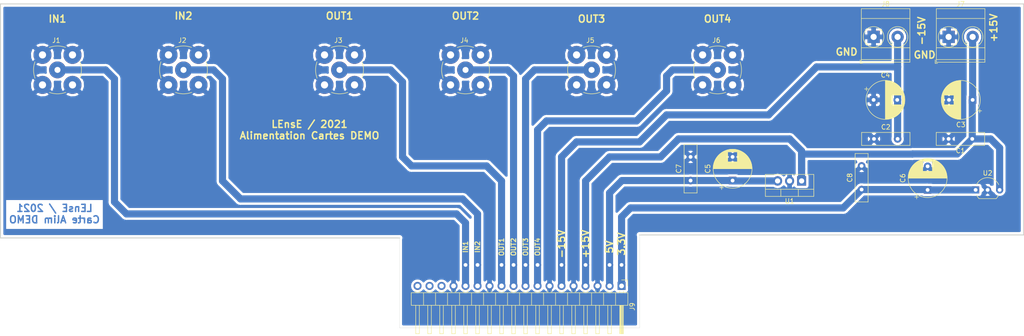
<source format=kicad_pcb>
(kicad_pcb (version 20171130) (host pcbnew "(5.0.1)-4")

  (general
    (thickness 1.6)
    (drawings 30)
    (tracks 99)
    (zones 0)
    (modules 19)
    (nets 15)
  )

  (page A4)
  (layers
    (0 F.Cu signal)
    (31 B.Cu signal)
    (32 B.Adhes user)
    (33 F.Adhes user)
    (34 B.Paste user)
    (35 F.Paste user)
    (36 B.SilkS user)
    (37 F.SilkS user)
    (38 B.Mask user)
    (39 F.Mask user)
    (40 Dwgs.User user)
    (41 Cmts.User user)
    (42 Eco1.User user)
    (43 Eco2.User user)
    (44 Edge.Cuts user)
    (45 Margin user)
    (46 B.CrtYd user)
    (47 F.CrtYd user)
    (48 B.Fab user)
    (49 F.Fab user)
  )

  (setup
    (last_trace_width 1.5)
    (user_trace_width 1.5)
    (trace_clearance 0.2)
    (zone_clearance 0.508)
    (zone_45_only no)
    (trace_min 0.2)
    (segment_width 0.2)
    (edge_width 0.05)
    (via_size 0.8)
    (via_drill 0.4)
    (via_min_size 0.4)
    (via_min_drill 0.3)
    (user_via 1.5 0.8)
    (uvia_size 0.3)
    (uvia_drill 0.1)
    (uvias_allowed no)
    (uvia_min_size 0.2)
    (uvia_min_drill 0.1)
    (pcb_text_width 0.3)
    (pcb_text_size 1.5 1.5)
    (mod_edge_width 0.12)
    (mod_text_size 1 1)
    (mod_text_width 0.15)
    (pad_size 1.524 1.524)
    (pad_drill 0.762)
    (pad_to_mask_clearance 0.05)
    (solder_mask_min_width 0.25)
    (aux_axis_origin 0 0)
    (visible_elements 7FFFFFFF)
    (pcbplotparams
      (layerselection 0x010fc_ffffffff)
      (usegerberextensions false)
      (usegerberattributes true)
      (usegerberadvancedattributes true)
      (creategerberjobfile true)
      (excludeedgelayer true)
      (linewidth 0.100000)
      (plotframeref false)
      (viasonmask false)
      (mode 1)
      (useauxorigin false)
      (hpglpennumber 1)
      (hpglpenspeed 20)
      (hpglpendiameter 15.000000)
      (psnegative false)
      (psa4output false)
      (plotreference true)
      (plotvalue true)
      (plotinvisibletext false)
      (padsonsilk false)
      (subtractmaskfromsilk false)
      (outputformat 1)
      (mirror false)
      (drillshape 0)
      (scaleselection 1)
      (outputdirectory "alimDemo2_gerber"))
  )

  (net 0 "")
  (net 1 +15V)
  (net 2 GND)
  (net 3 5V)
  (net 4 3.3V)
  (net 5 IN1)
  (net 6 IN2)
  (net 7 OUT1)
  (net 8 OUT2)
  (net 9 OUT3)
  (net 10 OUT4)
  (net 11 -15V)
  (net 12 SEL1)
  (net 13 SEL2)
  (net 14 SEL3)

  (net_class Default "This is the default net class."
    (clearance 0.2)
    (trace_width 0.25)
    (via_dia 0.8)
    (via_drill 0.4)
    (uvia_dia 0.3)
    (uvia_drill 0.1)
    (add_net +15V)
    (add_net -15V)
    (add_net 3.3V)
    (add_net 5V)
    (add_net GND)
    (add_net IN1)
    (add_net IN2)
    (add_net OUT1)
    (add_net OUT2)
    (add_net OUT3)
    (add_net OUT4)
    (add_net SEL1)
    (add_net SEL2)
    (add_net SEL3)
  )

  (module Connector_PinHeader_2.54mm:PinHeader_1x18_P2.54mm_Horizontal (layer F.Cu) (tedit 59FED5CB) (tstamp 604BA168)
    (at 187.96 106.045 270)
    (descr "Through hole angled pin header, 1x18, 2.54mm pitch, 6mm pin length, single row")
    (tags "Through hole angled pin header THT 1x18 2.54mm single row")
    (path /604D7334)
    (fp_text reference J9 (at 4.385 -2.27 270) (layer F.SilkS)
      (effects (font (size 1 1) (thickness 0.15)))
    )
    (fp_text value Conn_01x18 (at 4.385 45.45 270) (layer F.Fab)
      (effects (font (size 1 1) (thickness 0.15)))
    )
    (fp_line (start 10.55 -1.8) (end -1.8 -1.8) (layer F.CrtYd) (width 0.05))
    (fp_line (start 10.55 44.95) (end 10.55 -1.8) (layer F.CrtYd) (width 0.05))
    (fp_line (start -1.8 44.95) (end 10.55 44.95) (layer F.CrtYd) (width 0.05))
    (fp_line (start -1.8 -1.8) (end -1.8 44.95) (layer F.CrtYd) (width 0.05))
    (fp_line (start -1.27 -1.27) (end 0 -1.27) (layer F.SilkS) (width 0.12))
    (fp_line (start -1.27 0) (end -1.27 -1.27) (layer F.SilkS) (width 0.12))
    (fp_line (start 1.042929 43.56) (end 1.44 43.56) (layer F.SilkS) (width 0.12))
    (fp_line (start 1.042929 42.8) (end 1.44 42.8) (layer F.SilkS) (width 0.12))
    (fp_line (start 10.1 43.56) (end 4.1 43.56) (layer F.SilkS) (width 0.12))
    (fp_line (start 10.1 42.8) (end 10.1 43.56) (layer F.SilkS) (width 0.12))
    (fp_line (start 4.1 42.8) (end 10.1 42.8) (layer F.SilkS) (width 0.12))
    (fp_line (start 1.44 41.91) (end 4.1 41.91) (layer F.SilkS) (width 0.12))
    (fp_line (start 1.042929 41.02) (end 1.44 41.02) (layer F.SilkS) (width 0.12))
    (fp_line (start 1.042929 40.26) (end 1.44 40.26) (layer F.SilkS) (width 0.12))
    (fp_line (start 10.1 41.02) (end 4.1 41.02) (layer F.SilkS) (width 0.12))
    (fp_line (start 10.1 40.26) (end 10.1 41.02) (layer F.SilkS) (width 0.12))
    (fp_line (start 4.1 40.26) (end 10.1 40.26) (layer F.SilkS) (width 0.12))
    (fp_line (start 1.44 39.37) (end 4.1 39.37) (layer F.SilkS) (width 0.12))
    (fp_line (start 1.042929 38.48) (end 1.44 38.48) (layer F.SilkS) (width 0.12))
    (fp_line (start 1.042929 37.72) (end 1.44 37.72) (layer F.SilkS) (width 0.12))
    (fp_line (start 10.1 38.48) (end 4.1 38.48) (layer F.SilkS) (width 0.12))
    (fp_line (start 10.1 37.72) (end 10.1 38.48) (layer F.SilkS) (width 0.12))
    (fp_line (start 4.1 37.72) (end 10.1 37.72) (layer F.SilkS) (width 0.12))
    (fp_line (start 1.44 36.83) (end 4.1 36.83) (layer F.SilkS) (width 0.12))
    (fp_line (start 1.042929 35.94) (end 1.44 35.94) (layer F.SilkS) (width 0.12))
    (fp_line (start 1.042929 35.18) (end 1.44 35.18) (layer F.SilkS) (width 0.12))
    (fp_line (start 10.1 35.94) (end 4.1 35.94) (layer F.SilkS) (width 0.12))
    (fp_line (start 10.1 35.18) (end 10.1 35.94) (layer F.SilkS) (width 0.12))
    (fp_line (start 4.1 35.18) (end 10.1 35.18) (layer F.SilkS) (width 0.12))
    (fp_line (start 1.44 34.29) (end 4.1 34.29) (layer F.SilkS) (width 0.12))
    (fp_line (start 1.042929 33.4) (end 1.44 33.4) (layer F.SilkS) (width 0.12))
    (fp_line (start 1.042929 32.64) (end 1.44 32.64) (layer F.SilkS) (width 0.12))
    (fp_line (start 10.1 33.4) (end 4.1 33.4) (layer F.SilkS) (width 0.12))
    (fp_line (start 10.1 32.64) (end 10.1 33.4) (layer F.SilkS) (width 0.12))
    (fp_line (start 4.1 32.64) (end 10.1 32.64) (layer F.SilkS) (width 0.12))
    (fp_line (start 1.44 31.75) (end 4.1 31.75) (layer F.SilkS) (width 0.12))
    (fp_line (start 1.042929 30.86) (end 1.44 30.86) (layer F.SilkS) (width 0.12))
    (fp_line (start 1.042929 30.1) (end 1.44 30.1) (layer F.SilkS) (width 0.12))
    (fp_line (start 10.1 30.86) (end 4.1 30.86) (layer F.SilkS) (width 0.12))
    (fp_line (start 10.1 30.1) (end 10.1 30.86) (layer F.SilkS) (width 0.12))
    (fp_line (start 4.1 30.1) (end 10.1 30.1) (layer F.SilkS) (width 0.12))
    (fp_line (start 1.44 29.21) (end 4.1 29.21) (layer F.SilkS) (width 0.12))
    (fp_line (start 1.042929 28.32) (end 1.44 28.32) (layer F.SilkS) (width 0.12))
    (fp_line (start 1.042929 27.56) (end 1.44 27.56) (layer F.SilkS) (width 0.12))
    (fp_line (start 10.1 28.32) (end 4.1 28.32) (layer F.SilkS) (width 0.12))
    (fp_line (start 10.1 27.56) (end 10.1 28.32) (layer F.SilkS) (width 0.12))
    (fp_line (start 4.1 27.56) (end 10.1 27.56) (layer F.SilkS) (width 0.12))
    (fp_line (start 1.44 26.67) (end 4.1 26.67) (layer F.SilkS) (width 0.12))
    (fp_line (start 1.042929 25.78) (end 1.44 25.78) (layer F.SilkS) (width 0.12))
    (fp_line (start 1.042929 25.02) (end 1.44 25.02) (layer F.SilkS) (width 0.12))
    (fp_line (start 10.1 25.78) (end 4.1 25.78) (layer F.SilkS) (width 0.12))
    (fp_line (start 10.1 25.02) (end 10.1 25.78) (layer F.SilkS) (width 0.12))
    (fp_line (start 4.1 25.02) (end 10.1 25.02) (layer F.SilkS) (width 0.12))
    (fp_line (start 1.44 24.13) (end 4.1 24.13) (layer F.SilkS) (width 0.12))
    (fp_line (start 1.042929 23.24) (end 1.44 23.24) (layer F.SilkS) (width 0.12))
    (fp_line (start 1.042929 22.48) (end 1.44 22.48) (layer F.SilkS) (width 0.12))
    (fp_line (start 10.1 23.24) (end 4.1 23.24) (layer F.SilkS) (width 0.12))
    (fp_line (start 10.1 22.48) (end 10.1 23.24) (layer F.SilkS) (width 0.12))
    (fp_line (start 4.1 22.48) (end 10.1 22.48) (layer F.SilkS) (width 0.12))
    (fp_line (start 1.44 21.59) (end 4.1 21.59) (layer F.SilkS) (width 0.12))
    (fp_line (start 1.042929 20.7) (end 1.44 20.7) (layer F.SilkS) (width 0.12))
    (fp_line (start 1.042929 19.94) (end 1.44 19.94) (layer F.SilkS) (width 0.12))
    (fp_line (start 10.1 20.7) (end 4.1 20.7) (layer F.SilkS) (width 0.12))
    (fp_line (start 10.1 19.94) (end 10.1 20.7) (layer F.SilkS) (width 0.12))
    (fp_line (start 4.1 19.94) (end 10.1 19.94) (layer F.SilkS) (width 0.12))
    (fp_line (start 1.44 19.05) (end 4.1 19.05) (layer F.SilkS) (width 0.12))
    (fp_line (start 1.042929 18.16) (end 1.44 18.16) (layer F.SilkS) (width 0.12))
    (fp_line (start 1.042929 17.4) (end 1.44 17.4) (layer F.SilkS) (width 0.12))
    (fp_line (start 10.1 18.16) (end 4.1 18.16) (layer F.SilkS) (width 0.12))
    (fp_line (start 10.1 17.4) (end 10.1 18.16) (layer F.SilkS) (width 0.12))
    (fp_line (start 4.1 17.4) (end 10.1 17.4) (layer F.SilkS) (width 0.12))
    (fp_line (start 1.44 16.51) (end 4.1 16.51) (layer F.SilkS) (width 0.12))
    (fp_line (start 1.042929 15.62) (end 1.44 15.62) (layer F.SilkS) (width 0.12))
    (fp_line (start 1.042929 14.86) (end 1.44 14.86) (layer F.SilkS) (width 0.12))
    (fp_line (start 10.1 15.62) (end 4.1 15.62) (layer F.SilkS) (width 0.12))
    (fp_line (start 10.1 14.86) (end 10.1 15.62) (layer F.SilkS) (width 0.12))
    (fp_line (start 4.1 14.86) (end 10.1 14.86) (layer F.SilkS) (width 0.12))
    (fp_line (start 1.44 13.97) (end 4.1 13.97) (layer F.SilkS) (width 0.12))
    (fp_line (start 1.042929 13.08) (end 1.44 13.08) (layer F.SilkS) (width 0.12))
    (fp_line (start 1.042929 12.32) (end 1.44 12.32) (layer F.SilkS) (width 0.12))
    (fp_line (start 10.1 13.08) (end 4.1 13.08) (layer F.SilkS) (width 0.12))
    (fp_line (start 10.1 12.32) (end 10.1 13.08) (layer F.SilkS) (width 0.12))
    (fp_line (start 4.1 12.32) (end 10.1 12.32) (layer F.SilkS) (width 0.12))
    (fp_line (start 1.44 11.43) (end 4.1 11.43) (layer F.SilkS) (width 0.12))
    (fp_line (start 1.042929 10.54) (end 1.44 10.54) (layer F.SilkS) (width 0.12))
    (fp_line (start 1.042929 9.78) (end 1.44 9.78) (layer F.SilkS) (width 0.12))
    (fp_line (start 10.1 10.54) (end 4.1 10.54) (layer F.SilkS) (width 0.12))
    (fp_line (start 10.1 9.78) (end 10.1 10.54) (layer F.SilkS) (width 0.12))
    (fp_line (start 4.1 9.78) (end 10.1 9.78) (layer F.SilkS) (width 0.12))
    (fp_line (start 1.44 8.89) (end 4.1 8.89) (layer F.SilkS) (width 0.12))
    (fp_line (start 1.042929 8) (end 1.44 8) (layer F.SilkS) (width 0.12))
    (fp_line (start 1.042929 7.24) (end 1.44 7.24) (layer F.SilkS) (width 0.12))
    (fp_line (start 10.1 8) (end 4.1 8) (layer F.SilkS) (width 0.12))
    (fp_line (start 10.1 7.24) (end 10.1 8) (layer F.SilkS) (width 0.12))
    (fp_line (start 4.1 7.24) (end 10.1 7.24) (layer F.SilkS) (width 0.12))
    (fp_line (start 1.44 6.35) (end 4.1 6.35) (layer F.SilkS) (width 0.12))
    (fp_line (start 1.042929 5.46) (end 1.44 5.46) (layer F.SilkS) (width 0.12))
    (fp_line (start 1.042929 4.7) (end 1.44 4.7) (layer F.SilkS) (width 0.12))
    (fp_line (start 10.1 5.46) (end 4.1 5.46) (layer F.SilkS) (width 0.12))
    (fp_line (start 10.1 4.7) (end 10.1 5.46) (layer F.SilkS) (width 0.12))
    (fp_line (start 4.1 4.7) (end 10.1 4.7) (layer F.SilkS) (width 0.12))
    (fp_line (start 1.44 3.81) (end 4.1 3.81) (layer F.SilkS) (width 0.12))
    (fp_line (start 1.042929 2.92) (end 1.44 2.92) (layer F.SilkS) (width 0.12))
    (fp_line (start 1.042929 2.16) (end 1.44 2.16) (layer F.SilkS) (width 0.12))
    (fp_line (start 10.1 2.92) (end 4.1 2.92) (layer F.SilkS) (width 0.12))
    (fp_line (start 10.1 2.16) (end 10.1 2.92) (layer F.SilkS) (width 0.12))
    (fp_line (start 4.1 2.16) (end 10.1 2.16) (layer F.SilkS) (width 0.12))
    (fp_line (start 1.44 1.27) (end 4.1 1.27) (layer F.SilkS) (width 0.12))
    (fp_line (start 1.11 0.38) (end 1.44 0.38) (layer F.SilkS) (width 0.12))
    (fp_line (start 1.11 -0.38) (end 1.44 -0.38) (layer F.SilkS) (width 0.12))
    (fp_line (start 4.1 0.28) (end 10.1 0.28) (layer F.SilkS) (width 0.12))
    (fp_line (start 4.1 0.16) (end 10.1 0.16) (layer F.SilkS) (width 0.12))
    (fp_line (start 4.1 0.04) (end 10.1 0.04) (layer F.SilkS) (width 0.12))
    (fp_line (start 4.1 -0.08) (end 10.1 -0.08) (layer F.SilkS) (width 0.12))
    (fp_line (start 4.1 -0.2) (end 10.1 -0.2) (layer F.SilkS) (width 0.12))
    (fp_line (start 4.1 -0.32) (end 10.1 -0.32) (layer F.SilkS) (width 0.12))
    (fp_line (start 10.1 0.38) (end 4.1 0.38) (layer F.SilkS) (width 0.12))
    (fp_line (start 10.1 -0.38) (end 10.1 0.38) (layer F.SilkS) (width 0.12))
    (fp_line (start 4.1 -0.38) (end 10.1 -0.38) (layer F.SilkS) (width 0.12))
    (fp_line (start 4.1 -1.33) (end 1.44 -1.33) (layer F.SilkS) (width 0.12))
    (fp_line (start 4.1 44.51) (end 4.1 -1.33) (layer F.SilkS) (width 0.12))
    (fp_line (start 1.44 44.51) (end 4.1 44.51) (layer F.SilkS) (width 0.12))
    (fp_line (start 1.44 -1.33) (end 1.44 44.51) (layer F.SilkS) (width 0.12))
    (fp_line (start 4.04 43.5) (end 10.04 43.5) (layer F.Fab) (width 0.1))
    (fp_line (start 10.04 42.86) (end 10.04 43.5) (layer F.Fab) (width 0.1))
    (fp_line (start 4.04 42.86) (end 10.04 42.86) (layer F.Fab) (width 0.1))
    (fp_line (start -0.32 43.5) (end 1.5 43.5) (layer F.Fab) (width 0.1))
    (fp_line (start -0.32 42.86) (end -0.32 43.5) (layer F.Fab) (width 0.1))
    (fp_line (start -0.32 42.86) (end 1.5 42.86) (layer F.Fab) (width 0.1))
    (fp_line (start 4.04 40.96) (end 10.04 40.96) (layer F.Fab) (width 0.1))
    (fp_line (start 10.04 40.32) (end 10.04 40.96) (layer F.Fab) (width 0.1))
    (fp_line (start 4.04 40.32) (end 10.04 40.32) (layer F.Fab) (width 0.1))
    (fp_line (start -0.32 40.96) (end 1.5 40.96) (layer F.Fab) (width 0.1))
    (fp_line (start -0.32 40.32) (end -0.32 40.96) (layer F.Fab) (width 0.1))
    (fp_line (start -0.32 40.32) (end 1.5 40.32) (layer F.Fab) (width 0.1))
    (fp_line (start 4.04 38.42) (end 10.04 38.42) (layer F.Fab) (width 0.1))
    (fp_line (start 10.04 37.78) (end 10.04 38.42) (layer F.Fab) (width 0.1))
    (fp_line (start 4.04 37.78) (end 10.04 37.78) (layer F.Fab) (width 0.1))
    (fp_line (start -0.32 38.42) (end 1.5 38.42) (layer F.Fab) (width 0.1))
    (fp_line (start -0.32 37.78) (end -0.32 38.42) (layer F.Fab) (width 0.1))
    (fp_line (start -0.32 37.78) (end 1.5 37.78) (layer F.Fab) (width 0.1))
    (fp_line (start 4.04 35.88) (end 10.04 35.88) (layer F.Fab) (width 0.1))
    (fp_line (start 10.04 35.24) (end 10.04 35.88) (layer F.Fab) (width 0.1))
    (fp_line (start 4.04 35.24) (end 10.04 35.24) (layer F.Fab) (width 0.1))
    (fp_line (start -0.32 35.88) (end 1.5 35.88) (layer F.Fab) (width 0.1))
    (fp_line (start -0.32 35.24) (end -0.32 35.88) (layer F.Fab) (width 0.1))
    (fp_line (start -0.32 35.24) (end 1.5 35.24) (layer F.Fab) (width 0.1))
    (fp_line (start 4.04 33.34) (end 10.04 33.34) (layer F.Fab) (width 0.1))
    (fp_line (start 10.04 32.7) (end 10.04 33.34) (layer F.Fab) (width 0.1))
    (fp_line (start 4.04 32.7) (end 10.04 32.7) (layer F.Fab) (width 0.1))
    (fp_line (start -0.32 33.34) (end 1.5 33.34) (layer F.Fab) (width 0.1))
    (fp_line (start -0.32 32.7) (end -0.32 33.34) (layer F.Fab) (width 0.1))
    (fp_line (start -0.32 32.7) (end 1.5 32.7) (layer F.Fab) (width 0.1))
    (fp_line (start 4.04 30.8) (end 10.04 30.8) (layer F.Fab) (width 0.1))
    (fp_line (start 10.04 30.16) (end 10.04 30.8) (layer F.Fab) (width 0.1))
    (fp_line (start 4.04 30.16) (end 10.04 30.16) (layer F.Fab) (width 0.1))
    (fp_line (start -0.32 30.8) (end 1.5 30.8) (layer F.Fab) (width 0.1))
    (fp_line (start -0.32 30.16) (end -0.32 30.8) (layer F.Fab) (width 0.1))
    (fp_line (start -0.32 30.16) (end 1.5 30.16) (layer F.Fab) (width 0.1))
    (fp_line (start 4.04 28.26) (end 10.04 28.26) (layer F.Fab) (width 0.1))
    (fp_line (start 10.04 27.62) (end 10.04 28.26) (layer F.Fab) (width 0.1))
    (fp_line (start 4.04 27.62) (end 10.04 27.62) (layer F.Fab) (width 0.1))
    (fp_line (start -0.32 28.26) (end 1.5 28.26) (layer F.Fab) (width 0.1))
    (fp_line (start -0.32 27.62) (end -0.32 28.26) (layer F.Fab) (width 0.1))
    (fp_line (start -0.32 27.62) (end 1.5 27.62) (layer F.Fab) (width 0.1))
    (fp_line (start 4.04 25.72) (end 10.04 25.72) (layer F.Fab) (width 0.1))
    (fp_line (start 10.04 25.08) (end 10.04 25.72) (layer F.Fab) (width 0.1))
    (fp_line (start 4.04 25.08) (end 10.04 25.08) (layer F.Fab) (width 0.1))
    (fp_line (start -0.32 25.72) (end 1.5 25.72) (layer F.Fab) (width 0.1))
    (fp_line (start -0.32 25.08) (end -0.32 25.72) (layer F.Fab) (width 0.1))
    (fp_line (start -0.32 25.08) (end 1.5 25.08) (layer F.Fab) (width 0.1))
    (fp_line (start 4.04 23.18) (end 10.04 23.18) (layer F.Fab) (width 0.1))
    (fp_line (start 10.04 22.54) (end 10.04 23.18) (layer F.Fab) (width 0.1))
    (fp_line (start 4.04 22.54) (end 10.04 22.54) (layer F.Fab) (width 0.1))
    (fp_line (start -0.32 23.18) (end 1.5 23.18) (layer F.Fab) (width 0.1))
    (fp_line (start -0.32 22.54) (end -0.32 23.18) (layer F.Fab) (width 0.1))
    (fp_line (start -0.32 22.54) (end 1.5 22.54) (layer F.Fab) (width 0.1))
    (fp_line (start 4.04 20.64) (end 10.04 20.64) (layer F.Fab) (width 0.1))
    (fp_line (start 10.04 20) (end 10.04 20.64) (layer F.Fab) (width 0.1))
    (fp_line (start 4.04 20) (end 10.04 20) (layer F.Fab) (width 0.1))
    (fp_line (start -0.32 20.64) (end 1.5 20.64) (layer F.Fab) (width 0.1))
    (fp_line (start -0.32 20) (end -0.32 20.64) (layer F.Fab) (width 0.1))
    (fp_line (start -0.32 20) (end 1.5 20) (layer F.Fab) (width 0.1))
    (fp_line (start 4.04 18.1) (end 10.04 18.1) (layer F.Fab) (width 0.1))
    (fp_line (start 10.04 17.46) (end 10.04 18.1) (layer F.Fab) (width 0.1))
    (fp_line (start 4.04 17.46) (end 10.04 17.46) (layer F.Fab) (width 0.1))
    (fp_line (start -0.32 18.1) (end 1.5 18.1) (layer F.Fab) (width 0.1))
    (fp_line (start -0.32 17.46) (end -0.32 18.1) (layer F.Fab) (width 0.1))
    (fp_line (start -0.32 17.46) (end 1.5 17.46) (layer F.Fab) (width 0.1))
    (fp_line (start 4.04 15.56) (end 10.04 15.56) (layer F.Fab) (width 0.1))
    (fp_line (start 10.04 14.92) (end 10.04 15.56) (layer F.Fab) (width 0.1))
    (fp_line (start 4.04 14.92) (end 10.04 14.92) (layer F.Fab) (width 0.1))
    (fp_line (start -0.32 15.56) (end 1.5 15.56) (layer F.Fab) (width 0.1))
    (fp_line (start -0.32 14.92) (end -0.32 15.56) (layer F.Fab) (width 0.1))
    (fp_line (start -0.32 14.92) (end 1.5 14.92) (layer F.Fab) (width 0.1))
    (fp_line (start 4.04 13.02) (end 10.04 13.02) (layer F.Fab) (width 0.1))
    (fp_line (start 10.04 12.38) (end 10.04 13.02) (layer F.Fab) (width 0.1))
    (fp_line (start 4.04 12.38) (end 10.04 12.38) (layer F.Fab) (width 0.1))
    (fp_line (start -0.32 13.02) (end 1.5 13.02) (layer F.Fab) (width 0.1))
    (fp_line (start -0.32 12.38) (end -0.32 13.02) (layer F.Fab) (width 0.1))
    (fp_line (start -0.32 12.38) (end 1.5 12.38) (layer F.Fab) (width 0.1))
    (fp_line (start 4.04 10.48) (end 10.04 10.48) (layer F.Fab) (width 0.1))
    (fp_line (start 10.04 9.84) (end 10.04 10.48) (layer F.Fab) (width 0.1))
    (fp_line (start 4.04 9.84) (end 10.04 9.84) (layer F.Fab) (width 0.1))
    (fp_line (start -0.32 10.48) (end 1.5 10.48) (layer F.Fab) (width 0.1))
    (fp_line (start -0.32 9.84) (end -0.32 10.48) (layer F.Fab) (width 0.1))
    (fp_line (start -0.32 9.84) (end 1.5 9.84) (layer F.Fab) (width 0.1))
    (fp_line (start 4.04 7.94) (end 10.04 7.94) (layer F.Fab) (width 0.1))
    (fp_line (start 10.04 7.3) (end 10.04 7.94) (layer F.Fab) (width 0.1))
    (fp_line (start 4.04 7.3) (end 10.04 7.3) (layer F.Fab) (width 0.1))
    (fp_line (start -0.32 7.94) (end 1.5 7.94) (layer F.Fab) (width 0.1))
    (fp_line (start -0.32 7.3) (end -0.32 7.94) (layer F.Fab) (width 0.1))
    (fp_line (start -0.32 7.3) (end 1.5 7.3) (layer F.Fab) (width 0.1))
    (fp_line (start 4.04 5.4) (end 10.04 5.4) (layer F.Fab) (width 0.1))
    (fp_line (start 10.04 4.76) (end 10.04 5.4) (layer F.Fab) (width 0.1))
    (fp_line (start 4.04 4.76) (end 10.04 4.76) (layer F.Fab) (width 0.1))
    (fp_line (start -0.32 5.4) (end 1.5 5.4) (layer F.Fab) (width 0.1))
    (fp_line (start -0.32 4.76) (end -0.32 5.4) (layer F.Fab) (width 0.1))
    (fp_line (start -0.32 4.76) (end 1.5 4.76) (layer F.Fab) (width 0.1))
    (fp_line (start 4.04 2.86) (end 10.04 2.86) (layer F.Fab) (width 0.1))
    (fp_line (start 10.04 2.22) (end 10.04 2.86) (layer F.Fab) (width 0.1))
    (fp_line (start 4.04 2.22) (end 10.04 2.22) (layer F.Fab) (width 0.1))
    (fp_line (start -0.32 2.86) (end 1.5 2.86) (layer F.Fab) (width 0.1))
    (fp_line (start -0.32 2.22) (end -0.32 2.86) (layer F.Fab) (width 0.1))
    (fp_line (start -0.32 2.22) (end 1.5 2.22) (layer F.Fab) (width 0.1))
    (fp_line (start 4.04 0.32) (end 10.04 0.32) (layer F.Fab) (width 0.1))
    (fp_line (start 10.04 -0.32) (end 10.04 0.32) (layer F.Fab) (width 0.1))
    (fp_line (start 4.04 -0.32) (end 10.04 -0.32) (layer F.Fab) (width 0.1))
    (fp_line (start -0.32 0.32) (end 1.5 0.32) (layer F.Fab) (width 0.1))
    (fp_line (start -0.32 -0.32) (end -0.32 0.32) (layer F.Fab) (width 0.1))
    (fp_line (start -0.32 -0.32) (end 1.5 -0.32) (layer F.Fab) (width 0.1))
    (fp_line (start 1.5 -0.635) (end 2.135 -1.27) (layer F.Fab) (width 0.1))
    (fp_line (start 1.5 44.45) (end 1.5 -0.635) (layer F.Fab) (width 0.1))
    (fp_line (start 4.04 44.45) (end 1.5 44.45) (layer F.Fab) (width 0.1))
    (fp_line (start 4.04 -1.27) (end 4.04 44.45) (layer F.Fab) (width 0.1))
    (fp_line (start 2.135 -1.27) (end 4.04 -1.27) (layer F.Fab) (width 0.1))
    (fp_text user %R (at 2.77 21.59) (layer F.Fab)
      (effects (font (size 1 1) (thickness 0.15)))
    )
    (pad 1 thru_hole rect (at 0 0 270) (size 1.7 1.7) (drill 1) (layers *.Cu *.Mask)
      (net 4 3.3V))
    (pad 2 thru_hole oval (at 0 2.54 270) (size 1.7 1.7) (drill 1) (layers *.Cu *.Mask)
      (net 3 5V))
    (pad 3 thru_hole oval (at 0 5.08 270) (size 1.7 1.7) (drill 1) (layers *.Cu *.Mask)
      (net 2 GND))
    (pad 4 thru_hole oval (at 0 7.62 270) (size 1.7 1.7) (drill 1) (layers *.Cu *.Mask)
      (net 1 +15V))
    (pad 5 thru_hole oval (at 0 10.16 270) (size 1.7 1.7) (drill 1) (layers *.Cu *.Mask)
      (net 2 GND))
    (pad 6 thru_hole oval (at 0 12.7 270) (size 1.7 1.7) (drill 1) (layers *.Cu *.Mask)
      (net 11 -15V))
    (pad 7 thru_hole oval (at 0 15.24 270) (size 1.7 1.7) (drill 1) (layers *.Cu *.Mask)
      (net 2 GND))
    (pad 8 thru_hole oval (at 0 17.78 270) (size 1.7 1.7) (drill 1) (layers *.Cu *.Mask)
      (net 10 OUT4))
    (pad 9 thru_hole oval (at 0 20.32 270) (size 1.7 1.7) (drill 1) (layers *.Cu *.Mask)
      (net 9 OUT3))
    (pad 10 thru_hole oval (at 0 22.86 270) (size 1.7 1.7) (drill 1) (layers *.Cu *.Mask)
      (net 8 OUT2))
    (pad 11 thru_hole oval (at 0 25.4 270) (size 1.7 1.7) (drill 1) (layers *.Cu *.Mask)
      (net 7 OUT1))
    (pad 12 thru_hole oval (at 0 27.94 270) (size 1.7 1.7) (drill 1) (layers *.Cu *.Mask)
      (net 2 GND))
    (pad 13 thru_hole oval (at 0 30.48 270) (size 1.7 1.7) (drill 1) (layers *.Cu *.Mask)
      (net 6 IN2))
    (pad 14 thru_hole oval (at 0 33.02 270) (size 1.7 1.7) (drill 1) (layers *.Cu *.Mask)
      (net 5 IN1))
    (pad 15 thru_hole oval (at 0 35.56 270) (size 1.7 1.7) (drill 1) (layers *.Cu *.Mask)
      (net 2 GND))
    (pad 16 thru_hole oval (at 0 38.1 270) (size 1.7 1.7) (drill 1) (layers *.Cu *.Mask)
      (net 12 SEL1))
    (pad 17 thru_hole oval (at 0 40.64 270) (size 1.7 1.7) (drill 1) (layers *.Cu *.Mask)
      (net 13 SEL2))
    (pad 18 thru_hole oval (at 0 43.18 270) (size 1.7 1.7) (drill 1) (layers *.Cu *.Mask)
      (net 14 SEL3))
    (model ${KISYS3DMOD}/Connector_PinHeader_2.54mm.3dshapes/PinHeader_1x18_P2.54mm_Horizontal.wrl
      (at (xyz 0 0 0))
      (scale (xyz 1 1 1))
      (rotate (xyz 0 0 0))
    )
  )

  (module Capacitor_THT:C_Disc_D10.0mm_W2.5mm_P5.00mm (layer F.Cu) (tedit 5AE50EF0) (tstamp 6050B303)
    (at 262.175 74.93 180)
    (descr "C, Disc series, Radial, pin pitch=5.00mm, , diameter*width=10*2.5mm^2, Capacitor, http://cdn-reichelt.de/documents/datenblatt/B300/DS_KERKO_TC.pdf")
    (tags "C Disc series Radial pin pitch 5.00mm  diameter 10mm width 2.5mm Capacitor")
    (path /604C99D6)
    (fp_text reference C1 (at 2.5 -2.5 180) (layer F.SilkS)
      (effects (font (size 1 1) (thickness 0.15)))
    )
    (fp_text value 10n (at 2.5 2.5 180) (layer F.Fab)
      (effects (font (size 1 1) (thickness 0.15)))
    )
    (fp_line (start -2.5 -1.25) (end -2.5 1.25) (layer F.Fab) (width 0.1))
    (fp_line (start -2.5 1.25) (end 7.5 1.25) (layer F.Fab) (width 0.1))
    (fp_line (start 7.5 1.25) (end 7.5 -1.25) (layer F.Fab) (width 0.1))
    (fp_line (start 7.5 -1.25) (end -2.5 -1.25) (layer F.Fab) (width 0.1))
    (fp_line (start -2.62 -1.37) (end 7.62 -1.37) (layer F.SilkS) (width 0.12))
    (fp_line (start -2.62 1.37) (end 7.62 1.37) (layer F.SilkS) (width 0.12))
    (fp_line (start -2.62 -1.37) (end -2.62 1.37) (layer F.SilkS) (width 0.12))
    (fp_line (start 7.62 -1.37) (end 7.62 1.37) (layer F.SilkS) (width 0.12))
    (fp_line (start -2.75 -1.5) (end -2.75 1.5) (layer F.CrtYd) (width 0.05))
    (fp_line (start -2.75 1.5) (end 7.75 1.5) (layer F.CrtYd) (width 0.05))
    (fp_line (start 7.75 1.5) (end 7.75 -1.5) (layer F.CrtYd) (width 0.05))
    (fp_line (start 7.75 -1.5) (end -2.75 -1.5) (layer F.CrtYd) (width 0.05))
    (fp_text user %R (at 2.5 0 180) (layer F.Fab)
      (effects (font (size 1 1) (thickness 0.15)))
    )
    (pad 1 thru_hole circle (at 0 0 180) (size 1.6 1.6) (drill 0.8) (layers *.Cu *.Mask)
      (net 1 +15V))
    (pad 2 thru_hole circle (at 5 0 180) (size 1.6 1.6) (drill 0.8) (layers *.Cu *.Mask)
      (net 2 GND))
    (model ${KISYS3DMOD}/Capacitor_THT.3dshapes/C_Disc_D10.0mm_W2.5mm_P5.00mm.wrl
      (at (xyz 0 0 0))
      (scale (xyz 1 1 1))
      (rotate (xyz 0 0 0))
    )
  )

  (module Capacitor_THT:C_Disc_D10.0mm_W2.5mm_P5.00mm (layer F.Cu) (tedit 5AE50EF0) (tstamp 6050B316)
    (at 241.38 74.93)
    (descr "C, Disc series, Radial, pin pitch=5.00mm, , diameter*width=10*2.5mm^2, Capacitor, http://cdn-reichelt.de/documents/datenblatt/B300/DS_KERKO_TC.pdf")
    (tags "C Disc series Radial pin pitch 5.00mm  diameter 10mm width 2.5mm Capacitor")
    (path /60513C60)
    (fp_text reference C2 (at 2.5 -2.5) (layer F.SilkS)
      (effects (font (size 1 1) (thickness 0.15)))
    )
    (fp_text value 10n (at 2.5 2.5) (layer F.Fab)
      (effects (font (size 1 1) (thickness 0.15)))
    )
    (fp_text user %R (at 2.5 0) (layer F.Fab)
      (effects (font (size 1 1) (thickness 0.15)))
    )
    (fp_line (start 7.75 -1.5) (end -2.75 -1.5) (layer F.CrtYd) (width 0.05))
    (fp_line (start 7.75 1.5) (end 7.75 -1.5) (layer F.CrtYd) (width 0.05))
    (fp_line (start -2.75 1.5) (end 7.75 1.5) (layer F.CrtYd) (width 0.05))
    (fp_line (start -2.75 -1.5) (end -2.75 1.5) (layer F.CrtYd) (width 0.05))
    (fp_line (start 7.62 -1.37) (end 7.62 1.37) (layer F.SilkS) (width 0.12))
    (fp_line (start -2.62 -1.37) (end -2.62 1.37) (layer F.SilkS) (width 0.12))
    (fp_line (start -2.62 1.37) (end 7.62 1.37) (layer F.SilkS) (width 0.12))
    (fp_line (start -2.62 -1.37) (end 7.62 -1.37) (layer F.SilkS) (width 0.12))
    (fp_line (start 7.5 -1.25) (end -2.5 -1.25) (layer F.Fab) (width 0.1))
    (fp_line (start 7.5 1.25) (end 7.5 -1.25) (layer F.Fab) (width 0.1))
    (fp_line (start -2.5 1.25) (end 7.5 1.25) (layer F.Fab) (width 0.1))
    (fp_line (start -2.5 -1.25) (end -2.5 1.25) (layer F.Fab) (width 0.1))
    (pad 2 thru_hole circle (at 5 0) (size 1.6 1.6) (drill 0.8) (layers *.Cu *.Mask)
      (net 11 -15V))
    (pad 1 thru_hole circle (at 0 0) (size 1.6 1.6) (drill 0.8) (layers *.Cu *.Mask)
      (net 2 GND))
    (model ${KISYS3DMOD}/Capacitor_THT.3dshapes/C_Disc_D10.0mm_W2.5mm_P5.00mm.wrl
      (at (xyz 0 0 0))
      (scale (xyz 1 1 1))
      (rotate (xyz 0 0 0))
    )
  )

  (module Capacitor_THT:CP_Radial_D8.0mm_P5.00mm (layer F.Cu) (tedit 5AE50EF0) (tstamp 6050B3BF)
    (at 262.255 66.675 180)
    (descr "CP, Radial series, Radial, pin pitch=5.00mm, , diameter=8mm, Electrolytic Capacitor")
    (tags "CP Radial series Radial pin pitch 5.00mm  diameter 8mm Electrolytic Capacitor")
    (path /604C9062)
    (fp_text reference C3 (at 2.5 -5.25 180) (layer F.SilkS)
      (effects (font (size 1 1) (thickness 0.15)))
    )
    (fp_text value 10u (at 2.5 5.25 180) (layer F.Fab)
      (effects (font (size 1 1) (thickness 0.15)))
    )
    (fp_text user %R (at 2.5 0 180) (layer F.Fab)
      (effects (font (size 1 1) (thickness 0.15)))
    )
    (fp_line (start -1.509698 -2.715) (end -1.509698 -1.915) (layer F.SilkS) (width 0.12))
    (fp_line (start -1.909698 -2.315) (end -1.109698 -2.315) (layer F.SilkS) (width 0.12))
    (fp_line (start 6.581 -0.533) (end 6.581 0.533) (layer F.SilkS) (width 0.12))
    (fp_line (start 6.541 -0.768) (end 6.541 0.768) (layer F.SilkS) (width 0.12))
    (fp_line (start 6.501 -0.948) (end 6.501 0.948) (layer F.SilkS) (width 0.12))
    (fp_line (start 6.461 -1.098) (end 6.461 1.098) (layer F.SilkS) (width 0.12))
    (fp_line (start 6.421 -1.229) (end 6.421 1.229) (layer F.SilkS) (width 0.12))
    (fp_line (start 6.381 -1.346) (end 6.381 1.346) (layer F.SilkS) (width 0.12))
    (fp_line (start 6.341 -1.453) (end 6.341 1.453) (layer F.SilkS) (width 0.12))
    (fp_line (start 6.301 -1.552) (end 6.301 1.552) (layer F.SilkS) (width 0.12))
    (fp_line (start 6.261 -1.645) (end 6.261 1.645) (layer F.SilkS) (width 0.12))
    (fp_line (start 6.221 -1.731) (end 6.221 1.731) (layer F.SilkS) (width 0.12))
    (fp_line (start 6.181 -1.813) (end 6.181 1.813) (layer F.SilkS) (width 0.12))
    (fp_line (start 6.141 -1.89) (end 6.141 1.89) (layer F.SilkS) (width 0.12))
    (fp_line (start 6.101 -1.964) (end 6.101 1.964) (layer F.SilkS) (width 0.12))
    (fp_line (start 6.061 -2.034) (end 6.061 2.034) (layer F.SilkS) (width 0.12))
    (fp_line (start 6.021 1.04) (end 6.021 2.102) (layer F.SilkS) (width 0.12))
    (fp_line (start 6.021 -2.102) (end 6.021 -1.04) (layer F.SilkS) (width 0.12))
    (fp_line (start 5.981 1.04) (end 5.981 2.166) (layer F.SilkS) (width 0.12))
    (fp_line (start 5.981 -2.166) (end 5.981 -1.04) (layer F.SilkS) (width 0.12))
    (fp_line (start 5.941 1.04) (end 5.941 2.228) (layer F.SilkS) (width 0.12))
    (fp_line (start 5.941 -2.228) (end 5.941 -1.04) (layer F.SilkS) (width 0.12))
    (fp_line (start 5.901 1.04) (end 5.901 2.287) (layer F.SilkS) (width 0.12))
    (fp_line (start 5.901 -2.287) (end 5.901 -1.04) (layer F.SilkS) (width 0.12))
    (fp_line (start 5.861 1.04) (end 5.861 2.345) (layer F.SilkS) (width 0.12))
    (fp_line (start 5.861 -2.345) (end 5.861 -1.04) (layer F.SilkS) (width 0.12))
    (fp_line (start 5.821 1.04) (end 5.821 2.4) (layer F.SilkS) (width 0.12))
    (fp_line (start 5.821 -2.4) (end 5.821 -1.04) (layer F.SilkS) (width 0.12))
    (fp_line (start 5.781 1.04) (end 5.781 2.454) (layer F.SilkS) (width 0.12))
    (fp_line (start 5.781 -2.454) (end 5.781 -1.04) (layer F.SilkS) (width 0.12))
    (fp_line (start 5.741 1.04) (end 5.741 2.505) (layer F.SilkS) (width 0.12))
    (fp_line (start 5.741 -2.505) (end 5.741 -1.04) (layer F.SilkS) (width 0.12))
    (fp_line (start 5.701 1.04) (end 5.701 2.556) (layer F.SilkS) (width 0.12))
    (fp_line (start 5.701 -2.556) (end 5.701 -1.04) (layer F.SilkS) (width 0.12))
    (fp_line (start 5.661 1.04) (end 5.661 2.604) (layer F.SilkS) (width 0.12))
    (fp_line (start 5.661 -2.604) (end 5.661 -1.04) (layer F.SilkS) (width 0.12))
    (fp_line (start 5.621 1.04) (end 5.621 2.651) (layer F.SilkS) (width 0.12))
    (fp_line (start 5.621 -2.651) (end 5.621 -1.04) (layer F.SilkS) (width 0.12))
    (fp_line (start 5.581 1.04) (end 5.581 2.697) (layer F.SilkS) (width 0.12))
    (fp_line (start 5.581 -2.697) (end 5.581 -1.04) (layer F.SilkS) (width 0.12))
    (fp_line (start 5.541 1.04) (end 5.541 2.741) (layer F.SilkS) (width 0.12))
    (fp_line (start 5.541 -2.741) (end 5.541 -1.04) (layer F.SilkS) (width 0.12))
    (fp_line (start 5.501 1.04) (end 5.501 2.784) (layer F.SilkS) (width 0.12))
    (fp_line (start 5.501 -2.784) (end 5.501 -1.04) (layer F.SilkS) (width 0.12))
    (fp_line (start 5.461 1.04) (end 5.461 2.826) (layer F.SilkS) (width 0.12))
    (fp_line (start 5.461 -2.826) (end 5.461 -1.04) (layer F.SilkS) (width 0.12))
    (fp_line (start 5.421 1.04) (end 5.421 2.867) (layer F.SilkS) (width 0.12))
    (fp_line (start 5.421 -2.867) (end 5.421 -1.04) (layer F.SilkS) (width 0.12))
    (fp_line (start 5.381 1.04) (end 5.381 2.907) (layer F.SilkS) (width 0.12))
    (fp_line (start 5.381 -2.907) (end 5.381 -1.04) (layer F.SilkS) (width 0.12))
    (fp_line (start 5.341 1.04) (end 5.341 2.945) (layer F.SilkS) (width 0.12))
    (fp_line (start 5.341 -2.945) (end 5.341 -1.04) (layer F.SilkS) (width 0.12))
    (fp_line (start 5.301 1.04) (end 5.301 2.983) (layer F.SilkS) (width 0.12))
    (fp_line (start 5.301 -2.983) (end 5.301 -1.04) (layer F.SilkS) (width 0.12))
    (fp_line (start 5.261 1.04) (end 5.261 3.019) (layer F.SilkS) (width 0.12))
    (fp_line (start 5.261 -3.019) (end 5.261 -1.04) (layer F.SilkS) (width 0.12))
    (fp_line (start 5.221 1.04) (end 5.221 3.055) (layer F.SilkS) (width 0.12))
    (fp_line (start 5.221 -3.055) (end 5.221 -1.04) (layer F.SilkS) (width 0.12))
    (fp_line (start 5.181 1.04) (end 5.181 3.09) (layer F.SilkS) (width 0.12))
    (fp_line (start 5.181 -3.09) (end 5.181 -1.04) (layer F.SilkS) (width 0.12))
    (fp_line (start 5.141 1.04) (end 5.141 3.124) (layer F.SilkS) (width 0.12))
    (fp_line (start 5.141 -3.124) (end 5.141 -1.04) (layer F.SilkS) (width 0.12))
    (fp_line (start 5.101 1.04) (end 5.101 3.156) (layer F.SilkS) (width 0.12))
    (fp_line (start 5.101 -3.156) (end 5.101 -1.04) (layer F.SilkS) (width 0.12))
    (fp_line (start 5.061 1.04) (end 5.061 3.189) (layer F.SilkS) (width 0.12))
    (fp_line (start 5.061 -3.189) (end 5.061 -1.04) (layer F.SilkS) (width 0.12))
    (fp_line (start 5.021 1.04) (end 5.021 3.22) (layer F.SilkS) (width 0.12))
    (fp_line (start 5.021 -3.22) (end 5.021 -1.04) (layer F.SilkS) (width 0.12))
    (fp_line (start 4.981 1.04) (end 4.981 3.25) (layer F.SilkS) (width 0.12))
    (fp_line (start 4.981 -3.25) (end 4.981 -1.04) (layer F.SilkS) (width 0.12))
    (fp_line (start 4.941 1.04) (end 4.941 3.28) (layer F.SilkS) (width 0.12))
    (fp_line (start 4.941 -3.28) (end 4.941 -1.04) (layer F.SilkS) (width 0.12))
    (fp_line (start 4.901 1.04) (end 4.901 3.309) (layer F.SilkS) (width 0.12))
    (fp_line (start 4.901 -3.309) (end 4.901 -1.04) (layer F.SilkS) (width 0.12))
    (fp_line (start 4.861 1.04) (end 4.861 3.338) (layer F.SilkS) (width 0.12))
    (fp_line (start 4.861 -3.338) (end 4.861 -1.04) (layer F.SilkS) (width 0.12))
    (fp_line (start 4.821 1.04) (end 4.821 3.365) (layer F.SilkS) (width 0.12))
    (fp_line (start 4.821 -3.365) (end 4.821 -1.04) (layer F.SilkS) (width 0.12))
    (fp_line (start 4.781 1.04) (end 4.781 3.392) (layer F.SilkS) (width 0.12))
    (fp_line (start 4.781 -3.392) (end 4.781 -1.04) (layer F.SilkS) (width 0.12))
    (fp_line (start 4.741 1.04) (end 4.741 3.418) (layer F.SilkS) (width 0.12))
    (fp_line (start 4.741 -3.418) (end 4.741 -1.04) (layer F.SilkS) (width 0.12))
    (fp_line (start 4.701 1.04) (end 4.701 3.444) (layer F.SilkS) (width 0.12))
    (fp_line (start 4.701 -3.444) (end 4.701 -1.04) (layer F.SilkS) (width 0.12))
    (fp_line (start 4.661 1.04) (end 4.661 3.469) (layer F.SilkS) (width 0.12))
    (fp_line (start 4.661 -3.469) (end 4.661 -1.04) (layer F.SilkS) (width 0.12))
    (fp_line (start 4.621 1.04) (end 4.621 3.493) (layer F.SilkS) (width 0.12))
    (fp_line (start 4.621 -3.493) (end 4.621 -1.04) (layer F.SilkS) (width 0.12))
    (fp_line (start 4.581 1.04) (end 4.581 3.517) (layer F.SilkS) (width 0.12))
    (fp_line (start 4.581 -3.517) (end 4.581 -1.04) (layer F.SilkS) (width 0.12))
    (fp_line (start 4.541 1.04) (end 4.541 3.54) (layer F.SilkS) (width 0.12))
    (fp_line (start 4.541 -3.54) (end 4.541 -1.04) (layer F.SilkS) (width 0.12))
    (fp_line (start 4.501 1.04) (end 4.501 3.562) (layer F.SilkS) (width 0.12))
    (fp_line (start 4.501 -3.562) (end 4.501 -1.04) (layer F.SilkS) (width 0.12))
    (fp_line (start 4.461 1.04) (end 4.461 3.584) (layer F.SilkS) (width 0.12))
    (fp_line (start 4.461 -3.584) (end 4.461 -1.04) (layer F.SilkS) (width 0.12))
    (fp_line (start 4.421 1.04) (end 4.421 3.606) (layer F.SilkS) (width 0.12))
    (fp_line (start 4.421 -3.606) (end 4.421 -1.04) (layer F.SilkS) (width 0.12))
    (fp_line (start 4.381 1.04) (end 4.381 3.627) (layer F.SilkS) (width 0.12))
    (fp_line (start 4.381 -3.627) (end 4.381 -1.04) (layer F.SilkS) (width 0.12))
    (fp_line (start 4.341 1.04) (end 4.341 3.647) (layer F.SilkS) (width 0.12))
    (fp_line (start 4.341 -3.647) (end 4.341 -1.04) (layer F.SilkS) (width 0.12))
    (fp_line (start 4.301 1.04) (end 4.301 3.666) (layer F.SilkS) (width 0.12))
    (fp_line (start 4.301 -3.666) (end 4.301 -1.04) (layer F.SilkS) (width 0.12))
    (fp_line (start 4.261 1.04) (end 4.261 3.686) (layer F.SilkS) (width 0.12))
    (fp_line (start 4.261 -3.686) (end 4.261 -1.04) (layer F.SilkS) (width 0.12))
    (fp_line (start 4.221 1.04) (end 4.221 3.704) (layer F.SilkS) (width 0.12))
    (fp_line (start 4.221 -3.704) (end 4.221 -1.04) (layer F.SilkS) (width 0.12))
    (fp_line (start 4.181 1.04) (end 4.181 3.722) (layer F.SilkS) (width 0.12))
    (fp_line (start 4.181 -3.722) (end 4.181 -1.04) (layer F.SilkS) (width 0.12))
    (fp_line (start 4.141 1.04) (end 4.141 3.74) (layer F.SilkS) (width 0.12))
    (fp_line (start 4.141 -3.74) (end 4.141 -1.04) (layer F.SilkS) (width 0.12))
    (fp_line (start 4.101 1.04) (end 4.101 3.757) (layer F.SilkS) (width 0.12))
    (fp_line (start 4.101 -3.757) (end 4.101 -1.04) (layer F.SilkS) (width 0.12))
    (fp_line (start 4.061 1.04) (end 4.061 3.774) (layer F.SilkS) (width 0.12))
    (fp_line (start 4.061 -3.774) (end 4.061 -1.04) (layer F.SilkS) (width 0.12))
    (fp_line (start 4.021 1.04) (end 4.021 3.79) (layer F.SilkS) (width 0.12))
    (fp_line (start 4.021 -3.79) (end 4.021 -1.04) (layer F.SilkS) (width 0.12))
    (fp_line (start 3.981 1.04) (end 3.981 3.805) (layer F.SilkS) (width 0.12))
    (fp_line (start 3.981 -3.805) (end 3.981 -1.04) (layer F.SilkS) (width 0.12))
    (fp_line (start 3.941 -3.821) (end 3.941 3.821) (layer F.SilkS) (width 0.12))
    (fp_line (start 3.901 -3.835) (end 3.901 3.835) (layer F.SilkS) (width 0.12))
    (fp_line (start 3.861 -3.85) (end 3.861 3.85) (layer F.SilkS) (width 0.12))
    (fp_line (start 3.821 -3.863) (end 3.821 3.863) (layer F.SilkS) (width 0.12))
    (fp_line (start 3.781 -3.877) (end 3.781 3.877) (layer F.SilkS) (width 0.12))
    (fp_line (start 3.741 -3.889) (end 3.741 3.889) (layer F.SilkS) (width 0.12))
    (fp_line (start 3.701 -3.902) (end 3.701 3.902) (layer F.SilkS) (width 0.12))
    (fp_line (start 3.661 -3.914) (end 3.661 3.914) (layer F.SilkS) (width 0.12))
    (fp_line (start 3.621 -3.925) (end 3.621 3.925) (layer F.SilkS) (width 0.12))
    (fp_line (start 3.581 -3.936) (end 3.581 3.936) (layer F.SilkS) (width 0.12))
    (fp_line (start 3.541 -3.947) (end 3.541 3.947) (layer F.SilkS) (width 0.12))
    (fp_line (start 3.501 -3.957) (end 3.501 3.957) (layer F.SilkS) (width 0.12))
    (fp_line (start 3.461 -3.967) (end 3.461 3.967) (layer F.SilkS) (width 0.12))
    (fp_line (start 3.421 -3.976) (end 3.421 3.976) (layer F.SilkS) (width 0.12))
    (fp_line (start 3.381 -3.985) (end 3.381 3.985) (layer F.SilkS) (width 0.12))
    (fp_line (start 3.341 -3.994) (end 3.341 3.994) (layer F.SilkS) (width 0.12))
    (fp_line (start 3.301 -4.002) (end 3.301 4.002) (layer F.SilkS) (width 0.12))
    (fp_line (start 3.261 -4.01) (end 3.261 4.01) (layer F.SilkS) (width 0.12))
    (fp_line (start 3.221 -4.017) (end 3.221 4.017) (layer F.SilkS) (width 0.12))
    (fp_line (start 3.18 -4.024) (end 3.18 4.024) (layer F.SilkS) (width 0.12))
    (fp_line (start 3.14 -4.03) (end 3.14 4.03) (layer F.SilkS) (width 0.12))
    (fp_line (start 3.1 -4.037) (end 3.1 4.037) (layer F.SilkS) (width 0.12))
    (fp_line (start 3.06 -4.042) (end 3.06 4.042) (layer F.SilkS) (width 0.12))
    (fp_line (start 3.02 -4.048) (end 3.02 4.048) (layer F.SilkS) (width 0.12))
    (fp_line (start 2.98 -4.052) (end 2.98 4.052) (layer F.SilkS) (width 0.12))
    (fp_line (start 2.94 -4.057) (end 2.94 4.057) (layer F.SilkS) (width 0.12))
    (fp_line (start 2.9 -4.061) (end 2.9 4.061) (layer F.SilkS) (width 0.12))
    (fp_line (start 2.86 -4.065) (end 2.86 4.065) (layer F.SilkS) (width 0.12))
    (fp_line (start 2.82 -4.068) (end 2.82 4.068) (layer F.SilkS) (width 0.12))
    (fp_line (start 2.78 -4.071) (end 2.78 4.071) (layer F.SilkS) (width 0.12))
    (fp_line (start 2.74 -4.074) (end 2.74 4.074) (layer F.SilkS) (width 0.12))
    (fp_line (start 2.7 -4.076) (end 2.7 4.076) (layer F.SilkS) (width 0.12))
    (fp_line (start 2.66 -4.077) (end 2.66 4.077) (layer F.SilkS) (width 0.12))
    (fp_line (start 2.62 -4.079) (end 2.62 4.079) (layer F.SilkS) (width 0.12))
    (fp_line (start 2.58 -4.08) (end 2.58 4.08) (layer F.SilkS) (width 0.12))
    (fp_line (start 2.54 -4.08) (end 2.54 4.08) (layer F.SilkS) (width 0.12))
    (fp_line (start 2.5 -4.08) (end 2.5 4.08) (layer F.SilkS) (width 0.12))
    (fp_line (start -0.526759 -2.1475) (end -0.526759 -1.3475) (layer F.Fab) (width 0.1))
    (fp_line (start -0.926759 -1.7475) (end -0.126759 -1.7475) (layer F.Fab) (width 0.1))
    (fp_circle (center 2.5 0) (end 6.75 0) (layer F.CrtYd) (width 0.05))
    (fp_circle (center 2.5 0) (end 6.62 0) (layer F.SilkS) (width 0.12))
    (fp_circle (center 2.5 0) (end 6.5 0) (layer F.Fab) (width 0.1))
    (pad 2 thru_hole circle (at 5 0 180) (size 1.6 1.6) (drill 0.8) (layers *.Cu *.Mask)
      (net 2 GND))
    (pad 1 thru_hole rect (at 0 0 180) (size 1.6 1.6) (drill 0.8) (layers *.Cu *.Mask)
      (net 1 +15V))
    (model ${KISYS3DMOD}/Capacitor_THT.3dshapes/CP_Radial_D8.0mm_P5.00mm.wrl
      (at (xyz 0 0 0))
      (scale (xyz 1 1 1))
      (rotate (xyz 0 0 0))
    )
  )

  (module Capacitor_THT:CP_Radial_D8.0mm_P5.00mm (layer F.Cu) (tedit 5AE50EF0) (tstamp 6050B468)
    (at 241.3 66.675)
    (descr "CP, Radial series, Radial, pin pitch=5.00mm, , diameter=8mm, Electrolytic Capacitor")
    (tags "CP Radial series Radial pin pitch 5.00mm  diameter 8mm Electrolytic Capacitor")
    (path /6051431D)
    (fp_text reference C4 (at 2.5 -5.25) (layer F.SilkS)
      (effects (font (size 1 1) (thickness 0.15)))
    )
    (fp_text value 10u (at 2.5 5.25) (layer F.Fab)
      (effects (font (size 1 1) (thickness 0.15)))
    )
    (fp_text user %R (at 2.5 0) (layer F.Fab)
      (effects (font (size 1 1) (thickness 0.15)))
    )
    (fp_line (start -1.509698 -2.715) (end -1.509698 -1.915) (layer F.SilkS) (width 0.12))
    (fp_line (start -1.909698 -2.315) (end -1.109698 -2.315) (layer F.SilkS) (width 0.12))
    (fp_line (start 6.581 -0.533) (end 6.581 0.533) (layer F.SilkS) (width 0.12))
    (fp_line (start 6.541 -0.768) (end 6.541 0.768) (layer F.SilkS) (width 0.12))
    (fp_line (start 6.501 -0.948) (end 6.501 0.948) (layer F.SilkS) (width 0.12))
    (fp_line (start 6.461 -1.098) (end 6.461 1.098) (layer F.SilkS) (width 0.12))
    (fp_line (start 6.421 -1.229) (end 6.421 1.229) (layer F.SilkS) (width 0.12))
    (fp_line (start 6.381 -1.346) (end 6.381 1.346) (layer F.SilkS) (width 0.12))
    (fp_line (start 6.341 -1.453) (end 6.341 1.453) (layer F.SilkS) (width 0.12))
    (fp_line (start 6.301 -1.552) (end 6.301 1.552) (layer F.SilkS) (width 0.12))
    (fp_line (start 6.261 -1.645) (end 6.261 1.645) (layer F.SilkS) (width 0.12))
    (fp_line (start 6.221 -1.731) (end 6.221 1.731) (layer F.SilkS) (width 0.12))
    (fp_line (start 6.181 -1.813) (end 6.181 1.813) (layer F.SilkS) (width 0.12))
    (fp_line (start 6.141 -1.89) (end 6.141 1.89) (layer F.SilkS) (width 0.12))
    (fp_line (start 6.101 -1.964) (end 6.101 1.964) (layer F.SilkS) (width 0.12))
    (fp_line (start 6.061 -2.034) (end 6.061 2.034) (layer F.SilkS) (width 0.12))
    (fp_line (start 6.021 1.04) (end 6.021 2.102) (layer F.SilkS) (width 0.12))
    (fp_line (start 6.021 -2.102) (end 6.021 -1.04) (layer F.SilkS) (width 0.12))
    (fp_line (start 5.981 1.04) (end 5.981 2.166) (layer F.SilkS) (width 0.12))
    (fp_line (start 5.981 -2.166) (end 5.981 -1.04) (layer F.SilkS) (width 0.12))
    (fp_line (start 5.941 1.04) (end 5.941 2.228) (layer F.SilkS) (width 0.12))
    (fp_line (start 5.941 -2.228) (end 5.941 -1.04) (layer F.SilkS) (width 0.12))
    (fp_line (start 5.901 1.04) (end 5.901 2.287) (layer F.SilkS) (width 0.12))
    (fp_line (start 5.901 -2.287) (end 5.901 -1.04) (layer F.SilkS) (width 0.12))
    (fp_line (start 5.861 1.04) (end 5.861 2.345) (layer F.SilkS) (width 0.12))
    (fp_line (start 5.861 -2.345) (end 5.861 -1.04) (layer F.SilkS) (width 0.12))
    (fp_line (start 5.821 1.04) (end 5.821 2.4) (layer F.SilkS) (width 0.12))
    (fp_line (start 5.821 -2.4) (end 5.821 -1.04) (layer F.SilkS) (width 0.12))
    (fp_line (start 5.781 1.04) (end 5.781 2.454) (layer F.SilkS) (width 0.12))
    (fp_line (start 5.781 -2.454) (end 5.781 -1.04) (layer F.SilkS) (width 0.12))
    (fp_line (start 5.741 1.04) (end 5.741 2.505) (layer F.SilkS) (width 0.12))
    (fp_line (start 5.741 -2.505) (end 5.741 -1.04) (layer F.SilkS) (width 0.12))
    (fp_line (start 5.701 1.04) (end 5.701 2.556) (layer F.SilkS) (width 0.12))
    (fp_line (start 5.701 -2.556) (end 5.701 -1.04) (layer F.SilkS) (width 0.12))
    (fp_line (start 5.661 1.04) (end 5.661 2.604) (layer F.SilkS) (width 0.12))
    (fp_line (start 5.661 -2.604) (end 5.661 -1.04) (layer F.SilkS) (width 0.12))
    (fp_line (start 5.621 1.04) (end 5.621 2.651) (layer F.SilkS) (width 0.12))
    (fp_line (start 5.621 -2.651) (end 5.621 -1.04) (layer F.SilkS) (width 0.12))
    (fp_line (start 5.581 1.04) (end 5.581 2.697) (layer F.SilkS) (width 0.12))
    (fp_line (start 5.581 -2.697) (end 5.581 -1.04) (layer F.SilkS) (width 0.12))
    (fp_line (start 5.541 1.04) (end 5.541 2.741) (layer F.SilkS) (width 0.12))
    (fp_line (start 5.541 -2.741) (end 5.541 -1.04) (layer F.SilkS) (width 0.12))
    (fp_line (start 5.501 1.04) (end 5.501 2.784) (layer F.SilkS) (width 0.12))
    (fp_line (start 5.501 -2.784) (end 5.501 -1.04) (layer F.SilkS) (width 0.12))
    (fp_line (start 5.461 1.04) (end 5.461 2.826) (layer F.SilkS) (width 0.12))
    (fp_line (start 5.461 -2.826) (end 5.461 -1.04) (layer F.SilkS) (width 0.12))
    (fp_line (start 5.421 1.04) (end 5.421 2.867) (layer F.SilkS) (width 0.12))
    (fp_line (start 5.421 -2.867) (end 5.421 -1.04) (layer F.SilkS) (width 0.12))
    (fp_line (start 5.381 1.04) (end 5.381 2.907) (layer F.SilkS) (width 0.12))
    (fp_line (start 5.381 -2.907) (end 5.381 -1.04) (layer F.SilkS) (width 0.12))
    (fp_line (start 5.341 1.04) (end 5.341 2.945) (layer F.SilkS) (width 0.12))
    (fp_line (start 5.341 -2.945) (end 5.341 -1.04) (layer F.SilkS) (width 0.12))
    (fp_line (start 5.301 1.04) (end 5.301 2.983) (layer F.SilkS) (width 0.12))
    (fp_line (start 5.301 -2.983) (end 5.301 -1.04) (layer F.SilkS) (width 0.12))
    (fp_line (start 5.261 1.04) (end 5.261 3.019) (layer F.SilkS) (width 0.12))
    (fp_line (start 5.261 -3.019) (end 5.261 -1.04) (layer F.SilkS) (width 0.12))
    (fp_line (start 5.221 1.04) (end 5.221 3.055) (layer F.SilkS) (width 0.12))
    (fp_line (start 5.221 -3.055) (end 5.221 -1.04) (layer F.SilkS) (width 0.12))
    (fp_line (start 5.181 1.04) (end 5.181 3.09) (layer F.SilkS) (width 0.12))
    (fp_line (start 5.181 -3.09) (end 5.181 -1.04) (layer F.SilkS) (width 0.12))
    (fp_line (start 5.141 1.04) (end 5.141 3.124) (layer F.SilkS) (width 0.12))
    (fp_line (start 5.141 -3.124) (end 5.141 -1.04) (layer F.SilkS) (width 0.12))
    (fp_line (start 5.101 1.04) (end 5.101 3.156) (layer F.SilkS) (width 0.12))
    (fp_line (start 5.101 -3.156) (end 5.101 -1.04) (layer F.SilkS) (width 0.12))
    (fp_line (start 5.061 1.04) (end 5.061 3.189) (layer F.SilkS) (width 0.12))
    (fp_line (start 5.061 -3.189) (end 5.061 -1.04) (layer F.SilkS) (width 0.12))
    (fp_line (start 5.021 1.04) (end 5.021 3.22) (layer F.SilkS) (width 0.12))
    (fp_line (start 5.021 -3.22) (end 5.021 -1.04) (layer F.SilkS) (width 0.12))
    (fp_line (start 4.981 1.04) (end 4.981 3.25) (layer F.SilkS) (width 0.12))
    (fp_line (start 4.981 -3.25) (end 4.981 -1.04) (layer F.SilkS) (width 0.12))
    (fp_line (start 4.941 1.04) (end 4.941 3.28) (layer F.SilkS) (width 0.12))
    (fp_line (start 4.941 -3.28) (end 4.941 -1.04) (layer F.SilkS) (width 0.12))
    (fp_line (start 4.901 1.04) (end 4.901 3.309) (layer F.SilkS) (width 0.12))
    (fp_line (start 4.901 -3.309) (end 4.901 -1.04) (layer F.SilkS) (width 0.12))
    (fp_line (start 4.861 1.04) (end 4.861 3.338) (layer F.SilkS) (width 0.12))
    (fp_line (start 4.861 -3.338) (end 4.861 -1.04) (layer F.SilkS) (width 0.12))
    (fp_line (start 4.821 1.04) (end 4.821 3.365) (layer F.SilkS) (width 0.12))
    (fp_line (start 4.821 -3.365) (end 4.821 -1.04) (layer F.SilkS) (width 0.12))
    (fp_line (start 4.781 1.04) (end 4.781 3.392) (layer F.SilkS) (width 0.12))
    (fp_line (start 4.781 -3.392) (end 4.781 -1.04) (layer F.SilkS) (width 0.12))
    (fp_line (start 4.741 1.04) (end 4.741 3.418) (layer F.SilkS) (width 0.12))
    (fp_line (start 4.741 -3.418) (end 4.741 -1.04) (layer F.SilkS) (width 0.12))
    (fp_line (start 4.701 1.04) (end 4.701 3.444) (layer F.SilkS) (width 0.12))
    (fp_line (start 4.701 -3.444) (end 4.701 -1.04) (layer F.SilkS) (width 0.12))
    (fp_line (start 4.661 1.04) (end 4.661 3.469) (layer F.SilkS) (width 0.12))
    (fp_line (start 4.661 -3.469) (end 4.661 -1.04) (layer F.SilkS) (width 0.12))
    (fp_line (start 4.621 1.04) (end 4.621 3.493) (layer F.SilkS) (width 0.12))
    (fp_line (start 4.621 -3.493) (end 4.621 -1.04) (layer F.SilkS) (width 0.12))
    (fp_line (start 4.581 1.04) (end 4.581 3.517) (layer F.SilkS) (width 0.12))
    (fp_line (start 4.581 -3.517) (end 4.581 -1.04) (layer F.SilkS) (width 0.12))
    (fp_line (start 4.541 1.04) (end 4.541 3.54) (layer F.SilkS) (width 0.12))
    (fp_line (start 4.541 -3.54) (end 4.541 -1.04) (layer F.SilkS) (width 0.12))
    (fp_line (start 4.501 1.04) (end 4.501 3.562) (layer F.SilkS) (width 0.12))
    (fp_line (start 4.501 -3.562) (end 4.501 -1.04) (layer F.SilkS) (width 0.12))
    (fp_line (start 4.461 1.04) (end 4.461 3.584) (layer F.SilkS) (width 0.12))
    (fp_line (start 4.461 -3.584) (end 4.461 -1.04) (layer F.SilkS) (width 0.12))
    (fp_line (start 4.421 1.04) (end 4.421 3.606) (layer F.SilkS) (width 0.12))
    (fp_line (start 4.421 -3.606) (end 4.421 -1.04) (layer F.SilkS) (width 0.12))
    (fp_line (start 4.381 1.04) (end 4.381 3.627) (layer F.SilkS) (width 0.12))
    (fp_line (start 4.381 -3.627) (end 4.381 -1.04) (layer F.SilkS) (width 0.12))
    (fp_line (start 4.341 1.04) (end 4.341 3.647) (layer F.SilkS) (width 0.12))
    (fp_line (start 4.341 -3.647) (end 4.341 -1.04) (layer F.SilkS) (width 0.12))
    (fp_line (start 4.301 1.04) (end 4.301 3.666) (layer F.SilkS) (width 0.12))
    (fp_line (start 4.301 -3.666) (end 4.301 -1.04) (layer F.SilkS) (width 0.12))
    (fp_line (start 4.261 1.04) (end 4.261 3.686) (layer F.SilkS) (width 0.12))
    (fp_line (start 4.261 -3.686) (end 4.261 -1.04) (layer F.SilkS) (width 0.12))
    (fp_line (start 4.221 1.04) (end 4.221 3.704) (layer F.SilkS) (width 0.12))
    (fp_line (start 4.221 -3.704) (end 4.221 -1.04) (layer F.SilkS) (width 0.12))
    (fp_line (start 4.181 1.04) (end 4.181 3.722) (layer F.SilkS) (width 0.12))
    (fp_line (start 4.181 -3.722) (end 4.181 -1.04) (layer F.SilkS) (width 0.12))
    (fp_line (start 4.141 1.04) (end 4.141 3.74) (layer F.SilkS) (width 0.12))
    (fp_line (start 4.141 -3.74) (end 4.141 -1.04) (layer F.SilkS) (width 0.12))
    (fp_line (start 4.101 1.04) (end 4.101 3.757) (layer F.SilkS) (width 0.12))
    (fp_line (start 4.101 -3.757) (end 4.101 -1.04) (layer F.SilkS) (width 0.12))
    (fp_line (start 4.061 1.04) (end 4.061 3.774) (layer F.SilkS) (width 0.12))
    (fp_line (start 4.061 -3.774) (end 4.061 -1.04) (layer F.SilkS) (width 0.12))
    (fp_line (start 4.021 1.04) (end 4.021 3.79) (layer F.SilkS) (width 0.12))
    (fp_line (start 4.021 -3.79) (end 4.021 -1.04) (layer F.SilkS) (width 0.12))
    (fp_line (start 3.981 1.04) (end 3.981 3.805) (layer F.SilkS) (width 0.12))
    (fp_line (start 3.981 -3.805) (end 3.981 -1.04) (layer F.SilkS) (width 0.12))
    (fp_line (start 3.941 -3.821) (end 3.941 3.821) (layer F.SilkS) (width 0.12))
    (fp_line (start 3.901 -3.835) (end 3.901 3.835) (layer F.SilkS) (width 0.12))
    (fp_line (start 3.861 -3.85) (end 3.861 3.85) (layer F.SilkS) (width 0.12))
    (fp_line (start 3.821 -3.863) (end 3.821 3.863) (layer F.SilkS) (width 0.12))
    (fp_line (start 3.781 -3.877) (end 3.781 3.877) (layer F.SilkS) (width 0.12))
    (fp_line (start 3.741 -3.889) (end 3.741 3.889) (layer F.SilkS) (width 0.12))
    (fp_line (start 3.701 -3.902) (end 3.701 3.902) (layer F.SilkS) (width 0.12))
    (fp_line (start 3.661 -3.914) (end 3.661 3.914) (layer F.SilkS) (width 0.12))
    (fp_line (start 3.621 -3.925) (end 3.621 3.925) (layer F.SilkS) (width 0.12))
    (fp_line (start 3.581 -3.936) (end 3.581 3.936) (layer F.SilkS) (width 0.12))
    (fp_line (start 3.541 -3.947) (end 3.541 3.947) (layer F.SilkS) (width 0.12))
    (fp_line (start 3.501 -3.957) (end 3.501 3.957) (layer F.SilkS) (width 0.12))
    (fp_line (start 3.461 -3.967) (end 3.461 3.967) (layer F.SilkS) (width 0.12))
    (fp_line (start 3.421 -3.976) (end 3.421 3.976) (layer F.SilkS) (width 0.12))
    (fp_line (start 3.381 -3.985) (end 3.381 3.985) (layer F.SilkS) (width 0.12))
    (fp_line (start 3.341 -3.994) (end 3.341 3.994) (layer F.SilkS) (width 0.12))
    (fp_line (start 3.301 -4.002) (end 3.301 4.002) (layer F.SilkS) (width 0.12))
    (fp_line (start 3.261 -4.01) (end 3.261 4.01) (layer F.SilkS) (width 0.12))
    (fp_line (start 3.221 -4.017) (end 3.221 4.017) (layer F.SilkS) (width 0.12))
    (fp_line (start 3.18 -4.024) (end 3.18 4.024) (layer F.SilkS) (width 0.12))
    (fp_line (start 3.14 -4.03) (end 3.14 4.03) (layer F.SilkS) (width 0.12))
    (fp_line (start 3.1 -4.037) (end 3.1 4.037) (layer F.SilkS) (width 0.12))
    (fp_line (start 3.06 -4.042) (end 3.06 4.042) (layer F.SilkS) (width 0.12))
    (fp_line (start 3.02 -4.048) (end 3.02 4.048) (layer F.SilkS) (width 0.12))
    (fp_line (start 2.98 -4.052) (end 2.98 4.052) (layer F.SilkS) (width 0.12))
    (fp_line (start 2.94 -4.057) (end 2.94 4.057) (layer F.SilkS) (width 0.12))
    (fp_line (start 2.9 -4.061) (end 2.9 4.061) (layer F.SilkS) (width 0.12))
    (fp_line (start 2.86 -4.065) (end 2.86 4.065) (layer F.SilkS) (width 0.12))
    (fp_line (start 2.82 -4.068) (end 2.82 4.068) (layer F.SilkS) (width 0.12))
    (fp_line (start 2.78 -4.071) (end 2.78 4.071) (layer F.SilkS) (width 0.12))
    (fp_line (start 2.74 -4.074) (end 2.74 4.074) (layer F.SilkS) (width 0.12))
    (fp_line (start 2.7 -4.076) (end 2.7 4.076) (layer F.SilkS) (width 0.12))
    (fp_line (start 2.66 -4.077) (end 2.66 4.077) (layer F.SilkS) (width 0.12))
    (fp_line (start 2.62 -4.079) (end 2.62 4.079) (layer F.SilkS) (width 0.12))
    (fp_line (start 2.58 -4.08) (end 2.58 4.08) (layer F.SilkS) (width 0.12))
    (fp_line (start 2.54 -4.08) (end 2.54 4.08) (layer F.SilkS) (width 0.12))
    (fp_line (start 2.5 -4.08) (end 2.5 4.08) (layer F.SilkS) (width 0.12))
    (fp_line (start -0.526759 -2.1475) (end -0.526759 -1.3475) (layer F.Fab) (width 0.1))
    (fp_line (start -0.926759 -1.7475) (end -0.126759 -1.7475) (layer F.Fab) (width 0.1))
    (fp_circle (center 2.5 0) (end 6.75 0) (layer F.CrtYd) (width 0.05))
    (fp_circle (center 2.5 0) (end 6.62 0) (layer F.SilkS) (width 0.12))
    (fp_circle (center 2.5 0) (end 6.5 0) (layer F.Fab) (width 0.1))
    (pad 2 thru_hole circle (at 5 0) (size 1.6 1.6) (drill 0.8) (layers *.Cu *.Mask)
      (net 11 -15V))
    (pad 1 thru_hole rect (at 0 0) (size 1.6 1.6) (drill 0.8) (layers *.Cu *.Mask)
      (net 2 GND))
    (model ${KISYS3DMOD}/Capacitor_THT.3dshapes/CP_Radial_D8.0mm_P5.00mm.wrl
      (at (xyz 0 0 0))
      (scale (xyz 1 1 1))
      (rotate (xyz 0 0 0))
    )
  )

  (module Capacitor_THT:CP_Radial_D8.0mm_P5.00mm (layer F.Cu) (tedit 5AE50EF0) (tstamp 6050B511)
    (at 211.455 83.74 90)
    (descr "CP, Radial series, Radial, pin pitch=5.00mm, , diameter=8mm, Electrolytic Capacitor")
    (tags "CP Radial series Radial pin pitch 5.00mm  diameter 8mm Electrolytic Capacitor")
    (path /604C8242)
    (fp_text reference C5 (at 2.5 -5.25 90) (layer F.SilkS)
      (effects (font (size 1 1) (thickness 0.15)))
    )
    (fp_text value 10u (at 2.5 5.25 90) (layer F.Fab)
      (effects (font (size 1 1) (thickness 0.15)))
    )
    (fp_circle (center 2.5 0) (end 6.5 0) (layer F.Fab) (width 0.1))
    (fp_circle (center 2.5 0) (end 6.62 0) (layer F.SilkS) (width 0.12))
    (fp_circle (center 2.5 0) (end 6.75 0) (layer F.CrtYd) (width 0.05))
    (fp_line (start -0.926759 -1.7475) (end -0.126759 -1.7475) (layer F.Fab) (width 0.1))
    (fp_line (start -0.526759 -2.1475) (end -0.526759 -1.3475) (layer F.Fab) (width 0.1))
    (fp_line (start 2.5 -4.08) (end 2.5 4.08) (layer F.SilkS) (width 0.12))
    (fp_line (start 2.54 -4.08) (end 2.54 4.08) (layer F.SilkS) (width 0.12))
    (fp_line (start 2.58 -4.08) (end 2.58 4.08) (layer F.SilkS) (width 0.12))
    (fp_line (start 2.62 -4.079) (end 2.62 4.079) (layer F.SilkS) (width 0.12))
    (fp_line (start 2.66 -4.077) (end 2.66 4.077) (layer F.SilkS) (width 0.12))
    (fp_line (start 2.7 -4.076) (end 2.7 4.076) (layer F.SilkS) (width 0.12))
    (fp_line (start 2.74 -4.074) (end 2.74 4.074) (layer F.SilkS) (width 0.12))
    (fp_line (start 2.78 -4.071) (end 2.78 4.071) (layer F.SilkS) (width 0.12))
    (fp_line (start 2.82 -4.068) (end 2.82 4.068) (layer F.SilkS) (width 0.12))
    (fp_line (start 2.86 -4.065) (end 2.86 4.065) (layer F.SilkS) (width 0.12))
    (fp_line (start 2.9 -4.061) (end 2.9 4.061) (layer F.SilkS) (width 0.12))
    (fp_line (start 2.94 -4.057) (end 2.94 4.057) (layer F.SilkS) (width 0.12))
    (fp_line (start 2.98 -4.052) (end 2.98 4.052) (layer F.SilkS) (width 0.12))
    (fp_line (start 3.02 -4.048) (end 3.02 4.048) (layer F.SilkS) (width 0.12))
    (fp_line (start 3.06 -4.042) (end 3.06 4.042) (layer F.SilkS) (width 0.12))
    (fp_line (start 3.1 -4.037) (end 3.1 4.037) (layer F.SilkS) (width 0.12))
    (fp_line (start 3.14 -4.03) (end 3.14 4.03) (layer F.SilkS) (width 0.12))
    (fp_line (start 3.18 -4.024) (end 3.18 4.024) (layer F.SilkS) (width 0.12))
    (fp_line (start 3.221 -4.017) (end 3.221 4.017) (layer F.SilkS) (width 0.12))
    (fp_line (start 3.261 -4.01) (end 3.261 4.01) (layer F.SilkS) (width 0.12))
    (fp_line (start 3.301 -4.002) (end 3.301 4.002) (layer F.SilkS) (width 0.12))
    (fp_line (start 3.341 -3.994) (end 3.341 3.994) (layer F.SilkS) (width 0.12))
    (fp_line (start 3.381 -3.985) (end 3.381 3.985) (layer F.SilkS) (width 0.12))
    (fp_line (start 3.421 -3.976) (end 3.421 3.976) (layer F.SilkS) (width 0.12))
    (fp_line (start 3.461 -3.967) (end 3.461 3.967) (layer F.SilkS) (width 0.12))
    (fp_line (start 3.501 -3.957) (end 3.501 3.957) (layer F.SilkS) (width 0.12))
    (fp_line (start 3.541 -3.947) (end 3.541 3.947) (layer F.SilkS) (width 0.12))
    (fp_line (start 3.581 -3.936) (end 3.581 3.936) (layer F.SilkS) (width 0.12))
    (fp_line (start 3.621 -3.925) (end 3.621 3.925) (layer F.SilkS) (width 0.12))
    (fp_line (start 3.661 -3.914) (end 3.661 3.914) (layer F.SilkS) (width 0.12))
    (fp_line (start 3.701 -3.902) (end 3.701 3.902) (layer F.SilkS) (width 0.12))
    (fp_line (start 3.741 -3.889) (end 3.741 3.889) (layer F.SilkS) (width 0.12))
    (fp_line (start 3.781 -3.877) (end 3.781 3.877) (layer F.SilkS) (width 0.12))
    (fp_line (start 3.821 -3.863) (end 3.821 3.863) (layer F.SilkS) (width 0.12))
    (fp_line (start 3.861 -3.85) (end 3.861 3.85) (layer F.SilkS) (width 0.12))
    (fp_line (start 3.901 -3.835) (end 3.901 3.835) (layer F.SilkS) (width 0.12))
    (fp_line (start 3.941 -3.821) (end 3.941 3.821) (layer F.SilkS) (width 0.12))
    (fp_line (start 3.981 -3.805) (end 3.981 -1.04) (layer F.SilkS) (width 0.12))
    (fp_line (start 3.981 1.04) (end 3.981 3.805) (layer F.SilkS) (width 0.12))
    (fp_line (start 4.021 -3.79) (end 4.021 -1.04) (layer F.SilkS) (width 0.12))
    (fp_line (start 4.021 1.04) (end 4.021 3.79) (layer F.SilkS) (width 0.12))
    (fp_line (start 4.061 -3.774) (end 4.061 -1.04) (layer F.SilkS) (width 0.12))
    (fp_line (start 4.061 1.04) (end 4.061 3.774) (layer F.SilkS) (width 0.12))
    (fp_line (start 4.101 -3.757) (end 4.101 -1.04) (layer F.SilkS) (width 0.12))
    (fp_line (start 4.101 1.04) (end 4.101 3.757) (layer F.SilkS) (width 0.12))
    (fp_line (start 4.141 -3.74) (end 4.141 -1.04) (layer F.SilkS) (width 0.12))
    (fp_line (start 4.141 1.04) (end 4.141 3.74) (layer F.SilkS) (width 0.12))
    (fp_line (start 4.181 -3.722) (end 4.181 -1.04) (layer F.SilkS) (width 0.12))
    (fp_line (start 4.181 1.04) (end 4.181 3.722) (layer F.SilkS) (width 0.12))
    (fp_line (start 4.221 -3.704) (end 4.221 -1.04) (layer F.SilkS) (width 0.12))
    (fp_line (start 4.221 1.04) (end 4.221 3.704) (layer F.SilkS) (width 0.12))
    (fp_line (start 4.261 -3.686) (end 4.261 -1.04) (layer F.SilkS) (width 0.12))
    (fp_line (start 4.261 1.04) (end 4.261 3.686) (layer F.SilkS) (width 0.12))
    (fp_line (start 4.301 -3.666) (end 4.301 -1.04) (layer F.SilkS) (width 0.12))
    (fp_line (start 4.301 1.04) (end 4.301 3.666) (layer F.SilkS) (width 0.12))
    (fp_line (start 4.341 -3.647) (end 4.341 -1.04) (layer F.SilkS) (width 0.12))
    (fp_line (start 4.341 1.04) (end 4.341 3.647) (layer F.SilkS) (width 0.12))
    (fp_line (start 4.381 -3.627) (end 4.381 -1.04) (layer F.SilkS) (width 0.12))
    (fp_line (start 4.381 1.04) (end 4.381 3.627) (layer F.SilkS) (width 0.12))
    (fp_line (start 4.421 -3.606) (end 4.421 -1.04) (layer F.SilkS) (width 0.12))
    (fp_line (start 4.421 1.04) (end 4.421 3.606) (layer F.SilkS) (width 0.12))
    (fp_line (start 4.461 -3.584) (end 4.461 -1.04) (layer F.SilkS) (width 0.12))
    (fp_line (start 4.461 1.04) (end 4.461 3.584) (layer F.SilkS) (width 0.12))
    (fp_line (start 4.501 -3.562) (end 4.501 -1.04) (layer F.SilkS) (width 0.12))
    (fp_line (start 4.501 1.04) (end 4.501 3.562) (layer F.SilkS) (width 0.12))
    (fp_line (start 4.541 -3.54) (end 4.541 -1.04) (layer F.SilkS) (width 0.12))
    (fp_line (start 4.541 1.04) (end 4.541 3.54) (layer F.SilkS) (width 0.12))
    (fp_line (start 4.581 -3.517) (end 4.581 -1.04) (layer F.SilkS) (width 0.12))
    (fp_line (start 4.581 1.04) (end 4.581 3.517) (layer F.SilkS) (width 0.12))
    (fp_line (start 4.621 -3.493) (end 4.621 -1.04) (layer F.SilkS) (width 0.12))
    (fp_line (start 4.621 1.04) (end 4.621 3.493) (layer F.SilkS) (width 0.12))
    (fp_line (start 4.661 -3.469) (end 4.661 -1.04) (layer F.SilkS) (width 0.12))
    (fp_line (start 4.661 1.04) (end 4.661 3.469) (layer F.SilkS) (width 0.12))
    (fp_line (start 4.701 -3.444) (end 4.701 -1.04) (layer F.SilkS) (width 0.12))
    (fp_line (start 4.701 1.04) (end 4.701 3.444) (layer F.SilkS) (width 0.12))
    (fp_line (start 4.741 -3.418) (end 4.741 -1.04) (layer F.SilkS) (width 0.12))
    (fp_line (start 4.741 1.04) (end 4.741 3.418) (layer F.SilkS) (width 0.12))
    (fp_line (start 4.781 -3.392) (end 4.781 -1.04) (layer F.SilkS) (width 0.12))
    (fp_line (start 4.781 1.04) (end 4.781 3.392) (layer F.SilkS) (width 0.12))
    (fp_line (start 4.821 -3.365) (end 4.821 -1.04) (layer F.SilkS) (width 0.12))
    (fp_line (start 4.821 1.04) (end 4.821 3.365) (layer F.SilkS) (width 0.12))
    (fp_line (start 4.861 -3.338) (end 4.861 -1.04) (layer F.SilkS) (width 0.12))
    (fp_line (start 4.861 1.04) (end 4.861 3.338) (layer F.SilkS) (width 0.12))
    (fp_line (start 4.901 -3.309) (end 4.901 -1.04) (layer F.SilkS) (width 0.12))
    (fp_line (start 4.901 1.04) (end 4.901 3.309) (layer F.SilkS) (width 0.12))
    (fp_line (start 4.941 -3.28) (end 4.941 -1.04) (layer F.SilkS) (width 0.12))
    (fp_line (start 4.941 1.04) (end 4.941 3.28) (layer F.SilkS) (width 0.12))
    (fp_line (start 4.981 -3.25) (end 4.981 -1.04) (layer F.SilkS) (width 0.12))
    (fp_line (start 4.981 1.04) (end 4.981 3.25) (layer F.SilkS) (width 0.12))
    (fp_line (start 5.021 -3.22) (end 5.021 -1.04) (layer F.SilkS) (width 0.12))
    (fp_line (start 5.021 1.04) (end 5.021 3.22) (layer F.SilkS) (width 0.12))
    (fp_line (start 5.061 -3.189) (end 5.061 -1.04) (layer F.SilkS) (width 0.12))
    (fp_line (start 5.061 1.04) (end 5.061 3.189) (layer F.SilkS) (width 0.12))
    (fp_line (start 5.101 -3.156) (end 5.101 -1.04) (layer F.SilkS) (width 0.12))
    (fp_line (start 5.101 1.04) (end 5.101 3.156) (layer F.SilkS) (width 0.12))
    (fp_line (start 5.141 -3.124) (end 5.141 -1.04) (layer F.SilkS) (width 0.12))
    (fp_line (start 5.141 1.04) (end 5.141 3.124) (layer F.SilkS) (width 0.12))
    (fp_line (start 5.181 -3.09) (end 5.181 -1.04) (layer F.SilkS) (width 0.12))
    (fp_line (start 5.181 1.04) (end 5.181 3.09) (layer F.SilkS) (width 0.12))
    (fp_line (start 5.221 -3.055) (end 5.221 -1.04) (layer F.SilkS) (width 0.12))
    (fp_line (start 5.221 1.04) (end 5.221 3.055) (layer F.SilkS) (width 0.12))
    (fp_line (start 5.261 -3.019) (end 5.261 -1.04) (layer F.SilkS) (width 0.12))
    (fp_line (start 5.261 1.04) (end 5.261 3.019) (layer F.SilkS) (width 0.12))
    (fp_line (start 5.301 -2.983) (end 5.301 -1.04) (layer F.SilkS) (width 0.12))
    (fp_line (start 5.301 1.04) (end 5.301 2.983) (layer F.SilkS) (width 0.12))
    (fp_line (start 5.341 -2.945) (end 5.341 -1.04) (layer F.SilkS) (width 0.12))
    (fp_line (start 5.341 1.04) (end 5.341 2.945) (layer F.SilkS) (width 0.12))
    (fp_line (start 5.381 -2.907) (end 5.381 -1.04) (layer F.SilkS) (width 0.12))
    (fp_line (start 5.381 1.04) (end 5.381 2.907) (layer F.SilkS) (width 0.12))
    (fp_line (start 5.421 -2.867) (end 5.421 -1.04) (layer F.SilkS) (width 0.12))
    (fp_line (start 5.421 1.04) (end 5.421 2.867) (layer F.SilkS) (width 0.12))
    (fp_line (start 5.461 -2.826) (end 5.461 -1.04) (layer F.SilkS) (width 0.12))
    (fp_line (start 5.461 1.04) (end 5.461 2.826) (layer F.SilkS) (width 0.12))
    (fp_line (start 5.501 -2.784) (end 5.501 -1.04) (layer F.SilkS) (width 0.12))
    (fp_line (start 5.501 1.04) (end 5.501 2.784) (layer F.SilkS) (width 0.12))
    (fp_line (start 5.541 -2.741) (end 5.541 -1.04) (layer F.SilkS) (width 0.12))
    (fp_line (start 5.541 1.04) (end 5.541 2.741) (layer F.SilkS) (width 0.12))
    (fp_line (start 5.581 -2.697) (end 5.581 -1.04) (layer F.SilkS) (width 0.12))
    (fp_line (start 5.581 1.04) (end 5.581 2.697) (layer F.SilkS) (width 0.12))
    (fp_line (start 5.621 -2.651) (end 5.621 -1.04) (layer F.SilkS) (width 0.12))
    (fp_line (start 5.621 1.04) (end 5.621 2.651) (layer F.SilkS) (width 0.12))
    (fp_line (start 5.661 -2.604) (end 5.661 -1.04) (layer F.SilkS) (width 0.12))
    (fp_line (start 5.661 1.04) (end 5.661 2.604) (layer F.SilkS) (width 0.12))
    (fp_line (start 5.701 -2.556) (end 5.701 -1.04) (layer F.SilkS) (width 0.12))
    (fp_line (start 5.701 1.04) (end 5.701 2.556) (layer F.SilkS) (width 0.12))
    (fp_line (start 5.741 -2.505) (end 5.741 -1.04) (layer F.SilkS) (width 0.12))
    (fp_line (start 5.741 1.04) (end 5.741 2.505) (layer F.SilkS) (width 0.12))
    (fp_line (start 5.781 -2.454) (end 5.781 -1.04) (layer F.SilkS) (width 0.12))
    (fp_line (start 5.781 1.04) (end 5.781 2.454) (layer F.SilkS) (width 0.12))
    (fp_line (start 5.821 -2.4) (end 5.821 -1.04) (layer F.SilkS) (width 0.12))
    (fp_line (start 5.821 1.04) (end 5.821 2.4) (layer F.SilkS) (width 0.12))
    (fp_line (start 5.861 -2.345) (end 5.861 -1.04) (layer F.SilkS) (width 0.12))
    (fp_line (start 5.861 1.04) (end 5.861 2.345) (layer F.SilkS) (width 0.12))
    (fp_line (start 5.901 -2.287) (end 5.901 -1.04) (layer F.SilkS) (width 0.12))
    (fp_line (start 5.901 1.04) (end 5.901 2.287) (layer F.SilkS) (width 0.12))
    (fp_line (start 5.941 -2.228) (end 5.941 -1.04) (layer F.SilkS) (width 0.12))
    (fp_line (start 5.941 1.04) (end 5.941 2.228) (layer F.SilkS) (width 0.12))
    (fp_line (start 5.981 -2.166) (end 5.981 -1.04) (layer F.SilkS) (width 0.12))
    (fp_line (start 5.981 1.04) (end 5.981 2.166) (layer F.SilkS) (width 0.12))
    (fp_line (start 6.021 -2.102) (end 6.021 -1.04) (layer F.SilkS) (width 0.12))
    (fp_line (start 6.021 1.04) (end 6.021 2.102) (layer F.SilkS) (width 0.12))
    (fp_line (start 6.061 -2.034) (end 6.061 2.034) (layer F.SilkS) (width 0.12))
    (fp_line (start 6.101 -1.964) (end 6.101 1.964) (layer F.SilkS) (width 0.12))
    (fp_line (start 6.141 -1.89) (end 6.141 1.89) (layer F.SilkS) (width 0.12))
    (fp_line (start 6.181 -1.813) (end 6.181 1.813) (layer F.SilkS) (width 0.12))
    (fp_line (start 6.221 -1.731) (end 6.221 1.731) (layer F.SilkS) (width 0.12))
    (fp_line (start 6.261 -1.645) (end 6.261 1.645) (layer F.SilkS) (width 0.12))
    (fp_line (start 6.301 -1.552) (end 6.301 1.552) (layer F.SilkS) (width 0.12))
    (fp_line (start 6.341 -1.453) (end 6.341 1.453) (layer F.SilkS) (width 0.12))
    (fp_line (start 6.381 -1.346) (end 6.381 1.346) (layer F.SilkS) (width 0.12))
    (fp_line (start 6.421 -1.229) (end 6.421 1.229) (layer F.SilkS) (width 0.12))
    (fp_line (start 6.461 -1.098) (end 6.461 1.098) (layer F.SilkS) (width 0.12))
    (fp_line (start 6.501 -0.948) (end 6.501 0.948) (layer F.SilkS) (width 0.12))
    (fp_line (start 6.541 -0.768) (end 6.541 0.768) (layer F.SilkS) (width 0.12))
    (fp_line (start 6.581 -0.533) (end 6.581 0.533) (layer F.SilkS) (width 0.12))
    (fp_line (start -1.909698 -2.315) (end -1.109698 -2.315) (layer F.SilkS) (width 0.12))
    (fp_line (start -1.509698 -2.715) (end -1.509698 -1.915) (layer F.SilkS) (width 0.12))
    (fp_text user %R (at 2.5 0 90) (layer F.Fab)
      (effects (font (size 1 1) (thickness 0.15)))
    )
    (pad 1 thru_hole rect (at 0 0 90) (size 1.6 1.6) (drill 0.8) (layers *.Cu *.Mask)
      (net 3 5V))
    (pad 2 thru_hole circle (at 5 0 90) (size 1.6 1.6) (drill 0.8) (layers *.Cu *.Mask)
      (net 2 GND))
    (model ${KISYS3DMOD}/Capacitor_THT.3dshapes/CP_Radial_D8.0mm_P5.00mm.wrl
      (at (xyz 0 0 0))
      (scale (xyz 1 1 1))
      (rotate (xyz 0 0 0))
    )
  )

  (module Capacitor_THT:CP_Radial_D8.0mm_P5.00mm (layer F.Cu) (tedit 5AE50EF0) (tstamp 6050B5BA)
    (at 252.73 85.725 90)
    (descr "CP, Radial series, Radial, pin pitch=5.00mm, , diameter=8mm, Electrolytic Capacitor")
    (tags "CP Radial series Radial pin pitch 5.00mm  diameter 8mm Electrolytic Capacitor")
    (path /604D3D70)
    (fp_text reference C6 (at 2.5 -5.25 90) (layer F.SilkS)
      (effects (font (size 1 1) (thickness 0.15)))
    )
    (fp_text value 10u (at 2.5 5.25 90) (layer F.Fab)
      (effects (font (size 1 1) (thickness 0.15)))
    )
    (fp_circle (center 2.5 0) (end 6.5 0) (layer F.Fab) (width 0.1))
    (fp_circle (center 2.5 0) (end 6.62 0) (layer F.SilkS) (width 0.12))
    (fp_circle (center 2.5 0) (end 6.75 0) (layer F.CrtYd) (width 0.05))
    (fp_line (start -0.926759 -1.7475) (end -0.126759 -1.7475) (layer F.Fab) (width 0.1))
    (fp_line (start -0.526759 -2.1475) (end -0.526759 -1.3475) (layer F.Fab) (width 0.1))
    (fp_line (start 2.5 -4.08) (end 2.5 4.08) (layer F.SilkS) (width 0.12))
    (fp_line (start 2.54 -4.08) (end 2.54 4.08) (layer F.SilkS) (width 0.12))
    (fp_line (start 2.58 -4.08) (end 2.58 4.08) (layer F.SilkS) (width 0.12))
    (fp_line (start 2.62 -4.079) (end 2.62 4.079) (layer F.SilkS) (width 0.12))
    (fp_line (start 2.66 -4.077) (end 2.66 4.077) (layer F.SilkS) (width 0.12))
    (fp_line (start 2.7 -4.076) (end 2.7 4.076) (layer F.SilkS) (width 0.12))
    (fp_line (start 2.74 -4.074) (end 2.74 4.074) (layer F.SilkS) (width 0.12))
    (fp_line (start 2.78 -4.071) (end 2.78 4.071) (layer F.SilkS) (width 0.12))
    (fp_line (start 2.82 -4.068) (end 2.82 4.068) (layer F.SilkS) (width 0.12))
    (fp_line (start 2.86 -4.065) (end 2.86 4.065) (layer F.SilkS) (width 0.12))
    (fp_line (start 2.9 -4.061) (end 2.9 4.061) (layer F.SilkS) (width 0.12))
    (fp_line (start 2.94 -4.057) (end 2.94 4.057) (layer F.SilkS) (width 0.12))
    (fp_line (start 2.98 -4.052) (end 2.98 4.052) (layer F.SilkS) (width 0.12))
    (fp_line (start 3.02 -4.048) (end 3.02 4.048) (layer F.SilkS) (width 0.12))
    (fp_line (start 3.06 -4.042) (end 3.06 4.042) (layer F.SilkS) (width 0.12))
    (fp_line (start 3.1 -4.037) (end 3.1 4.037) (layer F.SilkS) (width 0.12))
    (fp_line (start 3.14 -4.03) (end 3.14 4.03) (layer F.SilkS) (width 0.12))
    (fp_line (start 3.18 -4.024) (end 3.18 4.024) (layer F.SilkS) (width 0.12))
    (fp_line (start 3.221 -4.017) (end 3.221 4.017) (layer F.SilkS) (width 0.12))
    (fp_line (start 3.261 -4.01) (end 3.261 4.01) (layer F.SilkS) (width 0.12))
    (fp_line (start 3.301 -4.002) (end 3.301 4.002) (layer F.SilkS) (width 0.12))
    (fp_line (start 3.341 -3.994) (end 3.341 3.994) (layer F.SilkS) (width 0.12))
    (fp_line (start 3.381 -3.985) (end 3.381 3.985) (layer F.SilkS) (width 0.12))
    (fp_line (start 3.421 -3.976) (end 3.421 3.976) (layer F.SilkS) (width 0.12))
    (fp_line (start 3.461 -3.967) (end 3.461 3.967) (layer F.SilkS) (width 0.12))
    (fp_line (start 3.501 -3.957) (end 3.501 3.957) (layer F.SilkS) (width 0.12))
    (fp_line (start 3.541 -3.947) (end 3.541 3.947) (layer F.SilkS) (width 0.12))
    (fp_line (start 3.581 -3.936) (end 3.581 3.936) (layer F.SilkS) (width 0.12))
    (fp_line (start 3.621 -3.925) (end 3.621 3.925) (layer F.SilkS) (width 0.12))
    (fp_line (start 3.661 -3.914) (end 3.661 3.914) (layer F.SilkS) (width 0.12))
    (fp_line (start 3.701 -3.902) (end 3.701 3.902) (layer F.SilkS) (width 0.12))
    (fp_line (start 3.741 -3.889) (end 3.741 3.889) (layer F.SilkS) (width 0.12))
    (fp_line (start 3.781 -3.877) (end 3.781 3.877) (layer F.SilkS) (width 0.12))
    (fp_line (start 3.821 -3.863) (end 3.821 3.863) (layer F.SilkS) (width 0.12))
    (fp_line (start 3.861 -3.85) (end 3.861 3.85) (layer F.SilkS) (width 0.12))
    (fp_line (start 3.901 -3.835) (end 3.901 3.835) (layer F.SilkS) (width 0.12))
    (fp_line (start 3.941 -3.821) (end 3.941 3.821) (layer F.SilkS) (width 0.12))
    (fp_line (start 3.981 -3.805) (end 3.981 -1.04) (layer F.SilkS) (width 0.12))
    (fp_line (start 3.981 1.04) (end 3.981 3.805) (layer F.SilkS) (width 0.12))
    (fp_line (start 4.021 -3.79) (end 4.021 -1.04) (layer F.SilkS) (width 0.12))
    (fp_line (start 4.021 1.04) (end 4.021 3.79) (layer F.SilkS) (width 0.12))
    (fp_line (start 4.061 -3.774) (end 4.061 -1.04) (layer F.SilkS) (width 0.12))
    (fp_line (start 4.061 1.04) (end 4.061 3.774) (layer F.SilkS) (width 0.12))
    (fp_line (start 4.101 -3.757) (end 4.101 -1.04) (layer F.SilkS) (width 0.12))
    (fp_line (start 4.101 1.04) (end 4.101 3.757) (layer F.SilkS) (width 0.12))
    (fp_line (start 4.141 -3.74) (end 4.141 -1.04) (layer F.SilkS) (width 0.12))
    (fp_line (start 4.141 1.04) (end 4.141 3.74) (layer F.SilkS) (width 0.12))
    (fp_line (start 4.181 -3.722) (end 4.181 -1.04) (layer F.SilkS) (width 0.12))
    (fp_line (start 4.181 1.04) (end 4.181 3.722) (layer F.SilkS) (width 0.12))
    (fp_line (start 4.221 -3.704) (end 4.221 -1.04) (layer F.SilkS) (width 0.12))
    (fp_line (start 4.221 1.04) (end 4.221 3.704) (layer F.SilkS) (width 0.12))
    (fp_line (start 4.261 -3.686) (end 4.261 -1.04) (layer F.SilkS) (width 0.12))
    (fp_line (start 4.261 1.04) (end 4.261 3.686) (layer F.SilkS) (width 0.12))
    (fp_line (start 4.301 -3.666) (end 4.301 -1.04) (layer F.SilkS) (width 0.12))
    (fp_line (start 4.301 1.04) (end 4.301 3.666) (layer F.SilkS) (width 0.12))
    (fp_line (start 4.341 -3.647) (end 4.341 -1.04) (layer F.SilkS) (width 0.12))
    (fp_line (start 4.341 1.04) (end 4.341 3.647) (layer F.SilkS) (width 0.12))
    (fp_line (start 4.381 -3.627) (end 4.381 -1.04) (layer F.SilkS) (width 0.12))
    (fp_line (start 4.381 1.04) (end 4.381 3.627) (layer F.SilkS) (width 0.12))
    (fp_line (start 4.421 -3.606) (end 4.421 -1.04) (layer F.SilkS) (width 0.12))
    (fp_line (start 4.421 1.04) (end 4.421 3.606) (layer F.SilkS) (width 0.12))
    (fp_line (start 4.461 -3.584) (end 4.461 -1.04) (layer F.SilkS) (width 0.12))
    (fp_line (start 4.461 1.04) (end 4.461 3.584) (layer F.SilkS) (width 0.12))
    (fp_line (start 4.501 -3.562) (end 4.501 -1.04) (layer F.SilkS) (width 0.12))
    (fp_line (start 4.501 1.04) (end 4.501 3.562) (layer F.SilkS) (width 0.12))
    (fp_line (start 4.541 -3.54) (end 4.541 -1.04) (layer F.SilkS) (width 0.12))
    (fp_line (start 4.541 1.04) (end 4.541 3.54) (layer F.SilkS) (width 0.12))
    (fp_line (start 4.581 -3.517) (end 4.581 -1.04) (layer F.SilkS) (width 0.12))
    (fp_line (start 4.581 1.04) (end 4.581 3.517) (layer F.SilkS) (width 0.12))
    (fp_line (start 4.621 -3.493) (end 4.621 -1.04) (layer F.SilkS) (width 0.12))
    (fp_line (start 4.621 1.04) (end 4.621 3.493) (layer F.SilkS) (width 0.12))
    (fp_line (start 4.661 -3.469) (end 4.661 -1.04) (layer F.SilkS) (width 0.12))
    (fp_line (start 4.661 1.04) (end 4.661 3.469) (layer F.SilkS) (width 0.12))
    (fp_line (start 4.701 -3.444) (end 4.701 -1.04) (layer F.SilkS) (width 0.12))
    (fp_line (start 4.701 1.04) (end 4.701 3.444) (layer F.SilkS) (width 0.12))
    (fp_line (start 4.741 -3.418) (end 4.741 -1.04) (layer F.SilkS) (width 0.12))
    (fp_line (start 4.741 1.04) (end 4.741 3.418) (layer F.SilkS) (width 0.12))
    (fp_line (start 4.781 -3.392) (end 4.781 -1.04) (layer F.SilkS) (width 0.12))
    (fp_line (start 4.781 1.04) (end 4.781 3.392) (layer F.SilkS) (width 0.12))
    (fp_line (start 4.821 -3.365) (end 4.821 -1.04) (layer F.SilkS) (width 0.12))
    (fp_line (start 4.821 1.04) (end 4.821 3.365) (layer F.SilkS) (width 0.12))
    (fp_line (start 4.861 -3.338) (end 4.861 -1.04) (layer F.SilkS) (width 0.12))
    (fp_line (start 4.861 1.04) (end 4.861 3.338) (layer F.SilkS) (width 0.12))
    (fp_line (start 4.901 -3.309) (end 4.901 -1.04) (layer F.SilkS) (width 0.12))
    (fp_line (start 4.901 1.04) (end 4.901 3.309) (layer F.SilkS) (width 0.12))
    (fp_line (start 4.941 -3.28) (end 4.941 -1.04) (layer F.SilkS) (width 0.12))
    (fp_line (start 4.941 1.04) (end 4.941 3.28) (layer F.SilkS) (width 0.12))
    (fp_line (start 4.981 -3.25) (end 4.981 -1.04) (layer F.SilkS) (width 0.12))
    (fp_line (start 4.981 1.04) (end 4.981 3.25) (layer F.SilkS) (width 0.12))
    (fp_line (start 5.021 -3.22) (end 5.021 -1.04) (layer F.SilkS) (width 0.12))
    (fp_line (start 5.021 1.04) (end 5.021 3.22) (layer F.SilkS) (width 0.12))
    (fp_line (start 5.061 -3.189) (end 5.061 -1.04) (layer F.SilkS) (width 0.12))
    (fp_line (start 5.061 1.04) (end 5.061 3.189) (layer F.SilkS) (width 0.12))
    (fp_line (start 5.101 -3.156) (end 5.101 -1.04) (layer F.SilkS) (width 0.12))
    (fp_line (start 5.101 1.04) (end 5.101 3.156) (layer F.SilkS) (width 0.12))
    (fp_line (start 5.141 -3.124) (end 5.141 -1.04) (layer F.SilkS) (width 0.12))
    (fp_line (start 5.141 1.04) (end 5.141 3.124) (layer F.SilkS) (width 0.12))
    (fp_line (start 5.181 -3.09) (end 5.181 -1.04) (layer F.SilkS) (width 0.12))
    (fp_line (start 5.181 1.04) (end 5.181 3.09) (layer F.SilkS) (width 0.12))
    (fp_line (start 5.221 -3.055) (end 5.221 -1.04) (layer F.SilkS) (width 0.12))
    (fp_line (start 5.221 1.04) (end 5.221 3.055) (layer F.SilkS) (width 0.12))
    (fp_line (start 5.261 -3.019) (end 5.261 -1.04) (layer F.SilkS) (width 0.12))
    (fp_line (start 5.261 1.04) (end 5.261 3.019) (layer F.SilkS) (width 0.12))
    (fp_line (start 5.301 -2.983) (end 5.301 -1.04) (layer F.SilkS) (width 0.12))
    (fp_line (start 5.301 1.04) (end 5.301 2.983) (layer F.SilkS) (width 0.12))
    (fp_line (start 5.341 -2.945) (end 5.341 -1.04) (layer F.SilkS) (width 0.12))
    (fp_line (start 5.341 1.04) (end 5.341 2.945) (layer F.SilkS) (width 0.12))
    (fp_line (start 5.381 -2.907) (end 5.381 -1.04) (layer F.SilkS) (width 0.12))
    (fp_line (start 5.381 1.04) (end 5.381 2.907) (layer F.SilkS) (width 0.12))
    (fp_line (start 5.421 -2.867) (end 5.421 -1.04) (layer F.SilkS) (width 0.12))
    (fp_line (start 5.421 1.04) (end 5.421 2.867) (layer F.SilkS) (width 0.12))
    (fp_line (start 5.461 -2.826) (end 5.461 -1.04) (layer F.SilkS) (width 0.12))
    (fp_line (start 5.461 1.04) (end 5.461 2.826) (layer F.SilkS) (width 0.12))
    (fp_line (start 5.501 -2.784) (end 5.501 -1.04) (layer F.SilkS) (width 0.12))
    (fp_line (start 5.501 1.04) (end 5.501 2.784) (layer F.SilkS) (width 0.12))
    (fp_line (start 5.541 -2.741) (end 5.541 -1.04) (layer F.SilkS) (width 0.12))
    (fp_line (start 5.541 1.04) (end 5.541 2.741) (layer F.SilkS) (width 0.12))
    (fp_line (start 5.581 -2.697) (end 5.581 -1.04) (layer F.SilkS) (width 0.12))
    (fp_line (start 5.581 1.04) (end 5.581 2.697) (layer F.SilkS) (width 0.12))
    (fp_line (start 5.621 -2.651) (end 5.621 -1.04) (layer F.SilkS) (width 0.12))
    (fp_line (start 5.621 1.04) (end 5.621 2.651) (layer F.SilkS) (width 0.12))
    (fp_line (start 5.661 -2.604) (end 5.661 -1.04) (layer F.SilkS) (width 0.12))
    (fp_line (start 5.661 1.04) (end 5.661 2.604) (layer F.SilkS) (width 0.12))
    (fp_line (start 5.701 -2.556) (end 5.701 -1.04) (layer F.SilkS) (width 0.12))
    (fp_line (start 5.701 1.04) (end 5.701 2.556) (layer F.SilkS) (width 0.12))
    (fp_line (start 5.741 -2.505) (end 5.741 -1.04) (layer F.SilkS) (width 0.12))
    (fp_line (start 5.741 1.04) (end 5.741 2.505) (layer F.SilkS) (width 0.12))
    (fp_line (start 5.781 -2.454) (end 5.781 -1.04) (layer F.SilkS) (width 0.12))
    (fp_line (start 5.781 1.04) (end 5.781 2.454) (layer F.SilkS) (width 0.12))
    (fp_line (start 5.821 -2.4) (end 5.821 -1.04) (layer F.SilkS) (width 0.12))
    (fp_line (start 5.821 1.04) (end 5.821 2.4) (layer F.SilkS) (width 0.12))
    (fp_line (start 5.861 -2.345) (end 5.861 -1.04) (layer F.SilkS) (width 0.12))
    (fp_line (start 5.861 1.04) (end 5.861 2.345) (layer F.SilkS) (width 0.12))
    (fp_line (start 5.901 -2.287) (end 5.901 -1.04) (layer F.SilkS) (width 0.12))
    (fp_line (start 5.901 1.04) (end 5.901 2.287) (layer F.SilkS) (width 0.12))
    (fp_line (start 5.941 -2.228) (end 5.941 -1.04) (layer F.SilkS) (width 0.12))
    (fp_line (start 5.941 1.04) (end 5.941 2.228) (layer F.SilkS) (width 0.12))
    (fp_line (start 5.981 -2.166) (end 5.981 -1.04) (layer F.SilkS) (width 0.12))
    (fp_line (start 5.981 1.04) (end 5.981 2.166) (layer F.SilkS) (width 0.12))
    (fp_line (start 6.021 -2.102) (end 6.021 -1.04) (layer F.SilkS) (width 0.12))
    (fp_line (start 6.021 1.04) (end 6.021 2.102) (layer F.SilkS) (width 0.12))
    (fp_line (start 6.061 -2.034) (end 6.061 2.034) (layer F.SilkS) (width 0.12))
    (fp_line (start 6.101 -1.964) (end 6.101 1.964) (layer F.SilkS) (width 0.12))
    (fp_line (start 6.141 -1.89) (end 6.141 1.89) (layer F.SilkS) (width 0.12))
    (fp_line (start 6.181 -1.813) (end 6.181 1.813) (layer F.SilkS) (width 0.12))
    (fp_line (start 6.221 -1.731) (end 6.221 1.731) (layer F.SilkS) (width 0.12))
    (fp_line (start 6.261 -1.645) (end 6.261 1.645) (layer F.SilkS) (width 0.12))
    (fp_line (start 6.301 -1.552) (end 6.301 1.552) (layer F.SilkS) (width 0.12))
    (fp_line (start 6.341 -1.453) (end 6.341 1.453) (layer F.SilkS) (width 0.12))
    (fp_line (start 6.381 -1.346) (end 6.381 1.346) (layer F.SilkS) (width 0.12))
    (fp_line (start 6.421 -1.229) (end 6.421 1.229) (layer F.SilkS) (width 0.12))
    (fp_line (start 6.461 -1.098) (end 6.461 1.098) (layer F.SilkS) (width 0.12))
    (fp_line (start 6.501 -0.948) (end 6.501 0.948) (layer F.SilkS) (width 0.12))
    (fp_line (start 6.541 -0.768) (end 6.541 0.768) (layer F.SilkS) (width 0.12))
    (fp_line (start 6.581 -0.533) (end 6.581 0.533) (layer F.SilkS) (width 0.12))
    (fp_line (start -1.909698 -2.315) (end -1.109698 -2.315) (layer F.SilkS) (width 0.12))
    (fp_line (start -1.509698 -2.715) (end -1.509698 -1.915) (layer F.SilkS) (width 0.12))
    (fp_text user %R (at 2.5 0 90) (layer F.Fab)
      (effects (font (size 1 1) (thickness 0.15)))
    )
    (pad 1 thru_hole rect (at 0 0 90) (size 1.6 1.6) (drill 0.8) (layers *.Cu *.Mask)
      (net 4 3.3V))
    (pad 2 thru_hole circle (at 5 0 90) (size 1.6 1.6) (drill 0.8) (layers *.Cu *.Mask)
      (net 2 GND))
    (model ${KISYS3DMOD}/Capacitor_THT.3dshapes/CP_Radial_D8.0mm_P5.00mm.wrl
      (at (xyz 0 0 0))
      (scale (xyz 1 1 1))
      (rotate (xyz 0 0 0))
    )
  )

  (module Capacitor_THT:C_Disc_D10.0mm_W2.5mm_P5.00mm (layer F.Cu) (tedit 5AE50EF0) (tstamp 6050B5CD)
    (at 202.565 83.74 90)
    (descr "C, Disc series, Radial, pin pitch=5.00mm, , diameter*width=10*2.5mm^2, Capacitor, http://cdn-reichelt.de/documents/datenblatt/B300/DS_KERKO_TC.pdf")
    (tags "C Disc series Radial pin pitch 5.00mm  diameter 10mm width 2.5mm Capacitor")
    (path /604C9C3C)
    (fp_text reference C7 (at 2.5 -2.5 90) (layer F.SilkS)
      (effects (font (size 1 1) (thickness 0.15)))
    )
    (fp_text value 10n (at 2.5 2.5 90) (layer F.Fab)
      (effects (font (size 1 1) (thickness 0.15)))
    )
    (fp_text user %R (at 2.5 0 90) (layer F.Fab)
      (effects (font (size 1 1) (thickness 0.15)))
    )
    (fp_line (start 7.75 -1.5) (end -2.75 -1.5) (layer F.CrtYd) (width 0.05))
    (fp_line (start 7.75 1.5) (end 7.75 -1.5) (layer F.CrtYd) (width 0.05))
    (fp_line (start -2.75 1.5) (end 7.75 1.5) (layer F.CrtYd) (width 0.05))
    (fp_line (start -2.75 -1.5) (end -2.75 1.5) (layer F.CrtYd) (width 0.05))
    (fp_line (start 7.62 -1.37) (end 7.62 1.37) (layer F.SilkS) (width 0.12))
    (fp_line (start -2.62 -1.37) (end -2.62 1.37) (layer F.SilkS) (width 0.12))
    (fp_line (start -2.62 1.37) (end 7.62 1.37) (layer F.SilkS) (width 0.12))
    (fp_line (start -2.62 -1.37) (end 7.62 -1.37) (layer F.SilkS) (width 0.12))
    (fp_line (start 7.5 -1.25) (end -2.5 -1.25) (layer F.Fab) (width 0.1))
    (fp_line (start 7.5 1.25) (end 7.5 -1.25) (layer F.Fab) (width 0.1))
    (fp_line (start -2.5 1.25) (end 7.5 1.25) (layer F.Fab) (width 0.1))
    (fp_line (start -2.5 -1.25) (end -2.5 1.25) (layer F.Fab) (width 0.1))
    (pad 2 thru_hole circle (at 5 0 90) (size 1.6 1.6) (drill 0.8) (layers *.Cu *.Mask)
      (net 2 GND))
    (pad 1 thru_hole circle (at 0 0 90) (size 1.6 1.6) (drill 0.8) (layers *.Cu *.Mask)
      (net 3 5V))
    (model ${KISYS3DMOD}/Capacitor_THT.3dshapes/C_Disc_D10.0mm_W2.5mm_P5.00mm.wrl
      (at (xyz 0 0 0))
      (scale (xyz 1 1 1))
      (rotate (xyz 0 0 0))
    )
  )

  (module Capacitor_THT:C_Disc_D10.0mm_W2.5mm_P5.00mm (layer F.Cu) (tedit 5AE50EF0) (tstamp 6050B5E0)
    (at 238.76 85.645 90)
    (descr "C, Disc series, Radial, pin pitch=5.00mm, , diameter*width=10*2.5mm^2, Capacitor, http://cdn-reichelt.de/documents/datenblatt/B300/DS_KERKO_TC.pdf")
    (tags "C Disc series Radial pin pitch 5.00mm  diameter 10mm width 2.5mm Capacitor")
    (path /604D3D82)
    (fp_text reference C8 (at 2.5 -2.5 90) (layer F.SilkS)
      (effects (font (size 1 1) (thickness 0.15)))
    )
    (fp_text value 10n (at 2.5 2.5 90) (layer F.Fab)
      (effects (font (size 1 1) (thickness 0.15)))
    )
    (fp_line (start -2.5 -1.25) (end -2.5 1.25) (layer F.Fab) (width 0.1))
    (fp_line (start -2.5 1.25) (end 7.5 1.25) (layer F.Fab) (width 0.1))
    (fp_line (start 7.5 1.25) (end 7.5 -1.25) (layer F.Fab) (width 0.1))
    (fp_line (start 7.5 -1.25) (end -2.5 -1.25) (layer F.Fab) (width 0.1))
    (fp_line (start -2.62 -1.37) (end 7.62 -1.37) (layer F.SilkS) (width 0.12))
    (fp_line (start -2.62 1.37) (end 7.62 1.37) (layer F.SilkS) (width 0.12))
    (fp_line (start -2.62 -1.37) (end -2.62 1.37) (layer F.SilkS) (width 0.12))
    (fp_line (start 7.62 -1.37) (end 7.62 1.37) (layer F.SilkS) (width 0.12))
    (fp_line (start -2.75 -1.5) (end -2.75 1.5) (layer F.CrtYd) (width 0.05))
    (fp_line (start -2.75 1.5) (end 7.75 1.5) (layer F.CrtYd) (width 0.05))
    (fp_line (start 7.75 1.5) (end 7.75 -1.5) (layer F.CrtYd) (width 0.05))
    (fp_line (start 7.75 -1.5) (end -2.75 -1.5) (layer F.CrtYd) (width 0.05))
    (fp_text user %R (at 2.5 0 90) (layer F.Fab)
      (effects (font (size 1 1) (thickness 0.15)))
    )
    (pad 1 thru_hole circle (at 0 0 90) (size 1.6 1.6) (drill 0.8) (layers *.Cu *.Mask)
      (net 4 3.3V))
    (pad 2 thru_hole circle (at 5 0 90) (size 1.6 1.6) (drill 0.8) (layers *.Cu *.Mask)
      (net 2 GND))
    (model ${KISYS3DMOD}/Capacitor_THT.3dshapes/C_Disc_D10.0mm_W2.5mm_P5.00mm.wrl
      (at (xyz 0 0 0))
      (scale (xyz 1 1 1))
      (rotate (xyz 0 0 0))
    )
  )

  (module Connector_Coaxial:BNC_TEConnectivity_1478204_Vertical (layer F.Cu) (tedit 5A1DBFC1) (tstamp 6050B5F3)
    (at 68.58 60.325)
    (descr "BNC female PCB mount 4 pin straight chassis connector http://www.te.com/usa-en/product-1-1478204-0.html")
    (tags "BNC female PCB mount 4 pin straight chassis connector ")
    (path /604B22C5)
    (fp_text reference J1 (at -0.25 -6.25) (layer F.SilkS)
      (effects (font (size 1 1) (thickness 0.15)))
    )
    (fp_text value IN1_BNC (at 0 6.5) (layer F.Fab)
      (effects (font (size 1 1) (thickness 0.15)))
    )
    (fp_arc (start 0 0) (end -1.75 -4.75) (angle 40) (layer F.SilkS) (width 0.12))
    (fp_arc (start 0 0) (end 4.75 -1.75) (angle 40) (layer F.SilkS) (width 0.12))
    (fp_arc (start 0 0) (end 1.75 4.75) (angle 40) (layer F.SilkS) (width 0.12))
    (fp_arc (start 0 0) (end -4.75 1.75) (angle 40) (layer F.SilkS) (width 0.12))
    (fp_circle (center 0 0) (end 4.8 0) (layer F.Fab) (width 0.1))
    (fp_line (start -5.5 -5.5) (end 5.5 -5.5) (layer F.CrtYd) (width 0.05))
    (fp_line (start -5.5 5.5) (end -5.5 -5.5) (layer F.CrtYd) (width 0.05))
    (fp_line (start 5.5 5.5) (end -5.5 5.5) (layer F.CrtYd) (width 0.05))
    (fp_line (start 5.5 -5.5) (end 5.5 5.5) (layer F.CrtYd) (width 0.05))
    (fp_text user %R (at 0 0) (layer F.Fab)
      (effects (font (size 1 1) (thickness 0.15)))
    )
    (pad 2 thru_hole circle (at 3.175 3.175) (size 3.81 3.81) (drill 1.524) (layers *.Cu *.Mask)
      (net 2 GND))
    (pad 2 thru_hole circle (at -3.175 3.175) (size 3.81 3.81) (drill 1.524) (layers *.Cu *.Mask)
      (net 2 GND))
    (pad 2 thru_hole circle (at 3.175 -3.175) (size 3.81 3.81) (drill 1.524) (layers *.Cu *.Mask)
      (net 2 GND))
    (pad 1 thru_hole circle (at 0 0) (size 3.556 3.556) (drill 1.27) (layers *.Cu *.Mask)
      (net 5 IN1))
    (pad 2 thru_hole circle (at -3.175 -3.175) (size 3.81 3.81) (drill 1.524) (layers *.Cu *.Mask)
      (net 2 GND))
    (model ${KISYS3DMOD}/Connector_Coaxial.3dshapes/BNC_TEConnectivity_1478204_Vertical.wrl
      (at (xyz 0 0 0))
      (scale (xyz 1 1 1))
      (rotate (xyz 0 0 0))
    )
  )

  (module Connector_Coaxial:BNC_TEConnectivity_1478204_Vertical (layer F.Cu) (tedit 5A1DBFC1) (tstamp 6050B606)
    (at 95.25 60.325)
    (descr "BNC female PCB mount 4 pin straight chassis connector http://www.te.com/usa-en/product-1-1478204-0.html")
    (tags "BNC female PCB mount 4 pin straight chassis connector ")
    (path /604B41F3)
    (fp_text reference J2 (at -0.25 -6.25) (layer F.SilkS)
      (effects (font (size 1 1) (thickness 0.15)))
    )
    (fp_text value IN2_BNC (at 0 6.5) (layer F.Fab)
      (effects (font (size 1 1) (thickness 0.15)))
    )
    (fp_text user %R (at 0 0) (layer F.Fab)
      (effects (font (size 1 1) (thickness 0.15)))
    )
    (fp_line (start 5.5 -5.5) (end 5.5 5.5) (layer F.CrtYd) (width 0.05))
    (fp_line (start 5.5 5.5) (end -5.5 5.5) (layer F.CrtYd) (width 0.05))
    (fp_line (start -5.5 5.5) (end -5.5 -5.5) (layer F.CrtYd) (width 0.05))
    (fp_line (start -5.5 -5.5) (end 5.5 -5.5) (layer F.CrtYd) (width 0.05))
    (fp_circle (center 0 0) (end 4.8 0) (layer F.Fab) (width 0.1))
    (fp_arc (start 0 0) (end -4.75 1.75) (angle 40) (layer F.SilkS) (width 0.12))
    (fp_arc (start 0 0) (end 1.75 4.75) (angle 40) (layer F.SilkS) (width 0.12))
    (fp_arc (start 0 0) (end 4.75 -1.75) (angle 40) (layer F.SilkS) (width 0.12))
    (fp_arc (start 0 0) (end -1.75 -4.75) (angle 40) (layer F.SilkS) (width 0.12))
    (pad 2 thru_hole circle (at -3.175 -3.175) (size 3.81 3.81) (drill 1.524) (layers *.Cu *.Mask)
      (net 2 GND))
    (pad 1 thru_hole circle (at 0 0) (size 3.556 3.556) (drill 1.27) (layers *.Cu *.Mask)
      (net 6 IN2))
    (pad 2 thru_hole circle (at 3.175 -3.175) (size 3.81 3.81) (drill 1.524) (layers *.Cu *.Mask)
      (net 2 GND))
    (pad 2 thru_hole circle (at -3.175 3.175) (size 3.81 3.81) (drill 1.524) (layers *.Cu *.Mask)
      (net 2 GND))
    (pad 2 thru_hole circle (at 3.175 3.175) (size 3.81 3.81) (drill 1.524) (layers *.Cu *.Mask)
      (net 2 GND))
    (model ${KISYS3DMOD}/Connector_Coaxial.3dshapes/BNC_TEConnectivity_1478204_Vertical.wrl
      (at (xyz 0 0 0))
      (scale (xyz 1 1 1))
      (rotate (xyz 0 0 0))
    )
  )

  (module Connector_Coaxial:BNC_TEConnectivity_1478204_Vertical (layer F.Cu) (tedit 5A1DBFC1) (tstamp 6050B619)
    (at 128.27 60.325)
    (descr "BNC female PCB mount 4 pin straight chassis connector http://www.te.com/usa-en/product-1-1478204-0.html")
    (tags "BNC female PCB mount 4 pin straight chassis connector ")
    (path /604C0165)
    (fp_text reference J3 (at -0.25 -6.25) (layer F.SilkS)
      (effects (font (size 1 1) (thickness 0.15)))
    )
    (fp_text value OUT1_BNC (at 0 6.5) (layer F.Fab)
      (effects (font (size 1 1) (thickness 0.15)))
    )
    (fp_arc (start 0 0) (end -1.75 -4.75) (angle 40) (layer F.SilkS) (width 0.12))
    (fp_arc (start 0 0) (end 4.75 -1.75) (angle 40) (layer F.SilkS) (width 0.12))
    (fp_arc (start 0 0) (end 1.75 4.75) (angle 40) (layer F.SilkS) (width 0.12))
    (fp_arc (start 0 0) (end -4.75 1.75) (angle 40) (layer F.SilkS) (width 0.12))
    (fp_circle (center 0 0) (end 4.8 0) (layer F.Fab) (width 0.1))
    (fp_line (start -5.5 -5.5) (end 5.5 -5.5) (layer F.CrtYd) (width 0.05))
    (fp_line (start -5.5 5.5) (end -5.5 -5.5) (layer F.CrtYd) (width 0.05))
    (fp_line (start 5.5 5.5) (end -5.5 5.5) (layer F.CrtYd) (width 0.05))
    (fp_line (start 5.5 -5.5) (end 5.5 5.5) (layer F.CrtYd) (width 0.05))
    (fp_text user %R (at 0 0) (layer F.Fab)
      (effects (font (size 1 1) (thickness 0.15)))
    )
    (pad 2 thru_hole circle (at 3.175 3.175) (size 3.81 3.81) (drill 1.524) (layers *.Cu *.Mask)
      (net 2 GND))
    (pad 2 thru_hole circle (at -3.175 3.175) (size 3.81 3.81) (drill 1.524) (layers *.Cu *.Mask)
      (net 2 GND))
    (pad 2 thru_hole circle (at 3.175 -3.175) (size 3.81 3.81) (drill 1.524) (layers *.Cu *.Mask)
      (net 2 GND))
    (pad 1 thru_hole circle (at 0 0) (size 3.556 3.556) (drill 1.27) (layers *.Cu *.Mask)
      (net 7 OUT1))
    (pad 2 thru_hole circle (at -3.175 -3.175) (size 3.81 3.81) (drill 1.524) (layers *.Cu *.Mask)
      (net 2 GND))
    (model ${KISYS3DMOD}/Connector_Coaxial.3dshapes/BNC_TEConnectivity_1478204_Vertical.wrl
      (at (xyz 0 0 0))
      (scale (xyz 1 1 1))
      (rotate (xyz 0 0 0))
    )
  )

  (module Connector_Coaxial:BNC_TEConnectivity_1478204_Vertical (layer F.Cu) (tedit 5A1DBFC1) (tstamp 6050B62C)
    (at 154.94 60.325)
    (descr "BNC female PCB mount 4 pin straight chassis connector http://www.te.com/usa-en/product-1-1478204-0.html")
    (tags "BNC female PCB mount 4 pin straight chassis connector ")
    (path /604C016B)
    (fp_text reference J4 (at -0.25 -6.25) (layer F.SilkS)
      (effects (font (size 1 1) (thickness 0.15)))
    )
    (fp_text value OUT2_BNC (at 0 6.5) (layer F.Fab)
      (effects (font (size 1 1) (thickness 0.15)))
    )
    (fp_text user %R (at 0 -0.065001) (layer F.Fab)
      (effects (font (size 1 1) (thickness 0.15)))
    )
    (fp_line (start 5.5 -5.5) (end 5.5 5.5) (layer F.CrtYd) (width 0.05))
    (fp_line (start 5.5 5.5) (end -5.5 5.5) (layer F.CrtYd) (width 0.05))
    (fp_line (start -5.5 5.5) (end -5.5 -5.5) (layer F.CrtYd) (width 0.05))
    (fp_line (start -5.5 -5.5) (end 5.5 -5.5) (layer F.CrtYd) (width 0.05))
    (fp_circle (center 0 0) (end 4.8 0) (layer F.Fab) (width 0.1))
    (fp_arc (start 0 0) (end -4.75 1.75) (angle 40) (layer F.SilkS) (width 0.12))
    (fp_arc (start 0 0) (end 1.75 4.75) (angle 40) (layer F.SilkS) (width 0.12))
    (fp_arc (start 0 0) (end 4.75 -1.75) (angle 40) (layer F.SilkS) (width 0.12))
    (fp_arc (start 0 0) (end -1.75 -4.75) (angle 40) (layer F.SilkS) (width 0.12))
    (pad 2 thru_hole circle (at -3.175 -3.175) (size 3.81 3.81) (drill 1.524) (layers *.Cu *.Mask)
      (net 2 GND))
    (pad 1 thru_hole circle (at 0 0) (size 3.556 3.556) (drill 1.27) (layers *.Cu *.Mask)
      (net 8 OUT2))
    (pad 2 thru_hole circle (at 3.175 -3.175) (size 3.81 3.81) (drill 1.524) (layers *.Cu *.Mask)
      (net 2 GND))
    (pad 2 thru_hole circle (at -3.175 3.175) (size 3.81 3.81) (drill 1.524) (layers *.Cu *.Mask)
      (net 2 GND))
    (pad 2 thru_hole circle (at 3.175 3.175) (size 3.81 3.81) (drill 1.524) (layers *.Cu *.Mask)
      (net 2 GND))
    (model ${KISYS3DMOD}/Connector_Coaxial.3dshapes/BNC_TEConnectivity_1478204_Vertical.wrl
      (at (xyz 0 0 0))
      (scale (xyz 1 1 1))
      (rotate (xyz 0 0 0))
    )
  )

  (module Connector_Coaxial:BNC_TEConnectivity_1478204_Vertical (layer F.Cu) (tedit 5A1DBFC1) (tstamp 6050B63F)
    (at 181.61 60.325)
    (descr "BNC female PCB mount 4 pin straight chassis connector http://www.te.com/usa-en/product-1-1478204-0.html")
    (tags "BNC female PCB mount 4 pin straight chassis connector ")
    (path /604C15A9)
    (fp_text reference J5 (at -0.25 -6.25) (layer F.SilkS)
      (effects (font (size 1 1) (thickness 0.15)))
    )
    (fp_text value OUT3_BNC (at 0 6.5) (layer F.Fab)
      (effects (font (size 1 1) (thickness 0.15)))
    )
    (fp_arc (start 0 0) (end -1.75 -4.75) (angle 40) (layer F.SilkS) (width 0.12))
    (fp_arc (start 0 0) (end 4.75 -1.75) (angle 40) (layer F.SilkS) (width 0.12))
    (fp_arc (start 0 0) (end 1.75 4.75) (angle 40) (layer F.SilkS) (width 0.12))
    (fp_arc (start 0 0) (end -4.75 1.75) (angle 40) (layer F.SilkS) (width 0.12))
    (fp_circle (center 0 0) (end 4.8 0) (layer F.Fab) (width 0.1))
    (fp_line (start -5.5 -5.5) (end 5.5 -5.5) (layer F.CrtYd) (width 0.05))
    (fp_line (start -5.5 5.5) (end -5.5 -5.5) (layer F.CrtYd) (width 0.05))
    (fp_line (start 5.5 5.5) (end -5.5 5.5) (layer F.CrtYd) (width 0.05))
    (fp_line (start 5.5 -5.5) (end 5.5 5.5) (layer F.CrtYd) (width 0.05))
    (fp_text user %R (at 0 0) (layer F.Fab)
      (effects (font (size 1 1) (thickness 0.15)))
    )
    (pad 2 thru_hole circle (at 3.175 3.175) (size 3.81 3.81) (drill 1.524) (layers *.Cu *.Mask)
      (net 2 GND))
    (pad 2 thru_hole circle (at -3.175 3.175) (size 3.81 3.81) (drill 1.524) (layers *.Cu *.Mask)
      (net 2 GND))
    (pad 2 thru_hole circle (at 3.175 -3.175) (size 3.81 3.81) (drill 1.524) (layers *.Cu *.Mask)
      (net 2 GND))
    (pad 1 thru_hole circle (at 0 0) (size 3.556 3.556) (drill 1.27) (layers *.Cu *.Mask)
      (net 9 OUT3))
    (pad 2 thru_hole circle (at -3.175 -3.175) (size 3.81 3.81) (drill 1.524) (layers *.Cu *.Mask)
      (net 2 GND))
    (model ${KISYS3DMOD}/Connector_Coaxial.3dshapes/BNC_TEConnectivity_1478204_Vertical.wrl
      (at (xyz 0 0 0))
      (scale (xyz 1 1 1))
      (rotate (xyz 0 0 0))
    )
  )

  (module Connector_Coaxial:BNC_TEConnectivity_1478204_Vertical (layer F.Cu) (tedit 5A1DBFC1) (tstamp 6050B652)
    (at 208.28 60.325)
    (descr "BNC female PCB mount 4 pin straight chassis connector http://www.te.com/usa-en/product-1-1478204-0.html")
    (tags "BNC female PCB mount 4 pin straight chassis connector ")
    (path /604C15AF)
    (fp_text reference J6 (at -0.25 -6.25) (layer F.SilkS)
      (effects (font (size 1 1) (thickness 0.15)))
    )
    (fp_text value OUT4_BNC (at 0 6.5) (layer F.Fab)
      (effects (font (size 1 1) (thickness 0.15)))
    )
    (fp_text user %R (at 0 0) (layer F.Fab)
      (effects (font (size 1 1) (thickness 0.15)))
    )
    (fp_line (start 5.5 -5.5) (end 5.5 5.5) (layer F.CrtYd) (width 0.05))
    (fp_line (start 5.5 5.5) (end -5.5 5.5) (layer F.CrtYd) (width 0.05))
    (fp_line (start -5.5 5.5) (end -5.5 -5.5) (layer F.CrtYd) (width 0.05))
    (fp_line (start -5.5 -5.5) (end 5.5 -5.5) (layer F.CrtYd) (width 0.05))
    (fp_circle (center 0 0) (end 4.8 0) (layer F.Fab) (width 0.1))
    (fp_arc (start 0 0) (end -4.75 1.75) (angle 40) (layer F.SilkS) (width 0.12))
    (fp_arc (start 0 0) (end 1.75 4.75) (angle 40) (layer F.SilkS) (width 0.12))
    (fp_arc (start 0 0) (end 4.75 -1.75) (angle 40) (layer F.SilkS) (width 0.12))
    (fp_arc (start 0 0) (end -1.75 -4.75) (angle 40) (layer F.SilkS) (width 0.12))
    (pad 2 thru_hole circle (at -3.175 -3.175) (size 3.81 3.81) (drill 1.524) (layers *.Cu *.Mask)
      (net 2 GND))
    (pad 1 thru_hole circle (at 0 0) (size 3.556 3.556) (drill 1.27) (layers *.Cu *.Mask)
      (net 10 OUT4))
    (pad 2 thru_hole circle (at 3.175 -3.175) (size 3.81 3.81) (drill 1.524) (layers *.Cu *.Mask)
      (net 2 GND))
    (pad 2 thru_hole circle (at -3.175 3.175) (size 3.81 3.81) (drill 1.524) (layers *.Cu *.Mask)
      (net 2 GND))
    (pad 2 thru_hole circle (at 3.175 3.175) (size 3.81 3.81) (drill 1.524) (layers *.Cu *.Mask)
      (net 2 GND))
    (model ${KISYS3DMOD}/Connector_Coaxial.3dshapes/BNC_TEConnectivity_1478204_Vertical.wrl
      (at (xyz 0 0 0))
      (scale (xyz 1 1 1))
      (rotate (xyz 0 0 0))
    )
  )

  (module TerminalBlock_Phoenix:TerminalBlock_Phoenix_MKDS-3-2-5.08_1x02_P5.08mm_Horizontal (layer F.Cu) (tedit 5B294F11) (tstamp 6050B67E)
    (at 257.175 53.34)
    (descr "Terminal Block Phoenix MKDS-3-2-5.08, 2 pins, pitch 5.08mm, size 10.2x11.2mm^2, drill diamater 1.3mm, pad diameter 2.6mm, see http://www.farnell.com/datasheets/2138224.pdf, script-generated using https://github.com/pointhi/kicad-footprint-generator/scripts/TerminalBlock_Phoenix")
    (tags "THT Terminal Block Phoenix MKDS-3-2-5.08 pitch 5.08mm size 10.2x11.2mm^2 drill 1.3mm pad 2.6mm")
    (path /604E00B2)
    (fp_text reference J7 (at 2.54 -6.96) (layer F.SilkS)
      (effects (font (size 1 1) (thickness 0.15)))
    )
    (fp_text value Conn_01x02 (at 2.54 6.36) (layer F.Fab)
      (effects (font (size 1 1) (thickness 0.15)))
    )
    (fp_text user %R (at 2.54 3.1) (layer F.Fab)
      (effects (font (size 1 1) (thickness 0.15)))
    )
    (fp_line (start 8.13 -6.4) (end -3.04 -6.4) (layer F.CrtYd) (width 0.05))
    (fp_line (start 8.13 5.8) (end 8.13 -6.4) (layer F.CrtYd) (width 0.05))
    (fp_line (start -3.04 5.8) (end 8.13 5.8) (layer F.CrtYd) (width 0.05))
    (fp_line (start -3.04 -6.4) (end -3.04 5.8) (layer F.CrtYd) (width 0.05))
    (fp_line (start -2.84 5.6) (end -2.34 5.6) (layer F.SilkS) (width 0.12))
    (fp_line (start -2.84 4.86) (end -2.84 5.6) (layer F.SilkS) (width 0.12))
    (fp_line (start 3.822 0.992) (end 3.427 1.388) (layer F.SilkS) (width 0.12))
    (fp_line (start 6.468 -1.654) (end 6.088 -1.274) (layer F.SilkS) (width 0.12))
    (fp_line (start 4.073 1.274) (end 3.693 1.654) (layer F.SilkS) (width 0.12))
    (fp_line (start 6.734 -1.388) (end 6.339 -0.992) (layer F.SilkS) (width 0.12))
    (fp_line (start 6.353 -1.517) (end 3.564 1.273) (layer F.Fab) (width 0.1))
    (fp_line (start 6.597 -1.273) (end 3.808 1.517) (layer F.Fab) (width 0.1))
    (fp_line (start -1.548 1.281) (end -1.654 1.388) (layer F.SilkS) (width 0.12))
    (fp_line (start 1.388 -1.654) (end 1.281 -1.547) (layer F.SilkS) (width 0.12))
    (fp_line (start -1.282 1.547) (end -1.388 1.654) (layer F.SilkS) (width 0.12))
    (fp_line (start 1.654 -1.388) (end 1.547 -1.281) (layer F.SilkS) (width 0.12))
    (fp_line (start 1.273 -1.517) (end -1.517 1.273) (layer F.Fab) (width 0.1))
    (fp_line (start 1.517 -1.273) (end -1.273 1.517) (layer F.Fab) (width 0.1))
    (fp_line (start 7.68 -5.96) (end 7.68 5.36) (layer F.SilkS) (width 0.12))
    (fp_line (start -2.6 -5.96) (end -2.6 5.36) (layer F.SilkS) (width 0.12))
    (fp_line (start -2.6 5.36) (end 7.68 5.36) (layer F.SilkS) (width 0.12))
    (fp_line (start -2.6 -5.96) (end 7.68 -5.96) (layer F.SilkS) (width 0.12))
    (fp_line (start -2.6 -3.9) (end 7.68 -3.9) (layer F.SilkS) (width 0.12))
    (fp_line (start -2.54 -3.9) (end 7.62 -3.9) (layer F.Fab) (width 0.1))
    (fp_line (start -2.6 2.3) (end 7.68 2.3) (layer F.SilkS) (width 0.12))
    (fp_line (start -2.54 2.3) (end 7.62 2.3) (layer F.Fab) (width 0.1))
    (fp_line (start -2.6 4.8) (end 7.68 4.8) (layer F.SilkS) (width 0.12))
    (fp_line (start -2.54 4.8) (end 7.62 4.8) (layer F.Fab) (width 0.1))
    (fp_line (start -2.54 4.8) (end -2.54 -5.9) (layer F.Fab) (width 0.1))
    (fp_line (start -2.04 5.3) (end -2.54 4.8) (layer F.Fab) (width 0.1))
    (fp_line (start 7.62 5.3) (end -2.04 5.3) (layer F.Fab) (width 0.1))
    (fp_line (start 7.62 -5.9) (end 7.62 5.3) (layer F.Fab) (width 0.1))
    (fp_line (start -2.54 -5.9) (end 7.62 -5.9) (layer F.Fab) (width 0.1))
    (fp_circle (center 5.08 0) (end 7.26 0) (layer F.SilkS) (width 0.12))
    (fp_circle (center 5.08 0) (end 7.08 0) (layer F.Fab) (width 0.1))
    (fp_circle (center 0 0) (end 2.18 0) (layer F.SilkS) (width 0.12))
    (fp_circle (center 0 0) (end 2 0) (layer F.Fab) (width 0.1))
    (pad 2 thru_hole circle (at 5.08 0) (size 2.6 2.6) (drill 1.3) (layers *.Cu *.Mask)
      (net 1 +15V))
    (pad 1 thru_hole rect (at 0 0) (size 2.6 2.6) (drill 1.3) (layers *.Cu *.Mask)
      (net 2 GND))
    (model ${KISYS3DMOD}/TerminalBlock_Phoenix.3dshapes/TerminalBlock_Phoenix_MKDS-3-2-5.08_1x02_P5.08mm_Horizontal.wrl
      (at (xyz 0 0 0))
      (scale (xyz 1 1 1))
      (rotate (xyz 0 0 0))
    )
  )

  (module TerminalBlock_Phoenix:TerminalBlock_Phoenix_MKDS-3-2-5.08_1x02_P5.08mm_Horizontal (layer F.Cu) (tedit 5B294F11) (tstamp 6050B6AA)
    (at 241.3 53.34)
    (descr "Terminal Block Phoenix MKDS-3-2-5.08, 2 pins, pitch 5.08mm, size 10.2x11.2mm^2, drill diamater 1.3mm, pad diameter 2.6mm, see http://www.farnell.com/datasheets/2138224.pdf, script-generated using https://github.com/pointhi/kicad-footprint-generator/scripts/TerminalBlock_Phoenix")
    (tags "THT Terminal Block Phoenix MKDS-3-2-5.08 pitch 5.08mm size 10.2x11.2mm^2 drill 1.3mm pad 2.6mm")
    (path /604E1C26)
    (fp_text reference J8 (at 2.54 -6.96) (layer F.SilkS)
      (effects (font (size 1 1) (thickness 0.15)))
    )
    (fp_text value Conn_01x02 (at 2.54 6.36) (layer F.Fab)
      (effects (font (size 1 1) (thickness 0.15)))
    )
    (fp_circle (center 0 0) (end 2 0) (layer F.Fab) (width 0.1))
    (fp_circle (center 0 0) (end 2.18 0) (layer F.SilkS) (width 0.12))
    (fp_circle (center 5.08 0) (end 7.08 0) (layer F.Fab) (width 0.1))
    (fp_circle (center 5.08 0) (end 7.26 0) (layer F.SilkS) (width 0.12))
    (fp_line (start -2.54 -5.9) (end 7.62 -5.9) (layer F.Fab) (width 0.1))
    (fp_line (start 7.62 -5.9) (end 7.62 5.3) (layer F.Fab) (width 0.1))
    (fp_line (start 7.62 5.3) (end -2.04 5.3) (layer F.Fab) (width 0.1))
    (fp_line (start -2.04 5.3) (end -2.54 4.8) (layer F.Fab) (width 0.1))
    (fp_line (start -2.54 4.8) (end -2.54 -5.9) (layer F.Fab) (width 0.1))
    (fp_line (start -2.54 4.8) (end 7.62 4.8) (layer F.Fab) (width 0.1))
    (fp_line (start -2.6 4.8) (end 7.68 4.8) (layer F.SilkS) (width 0.12))
    (fp_line (start -2.54 2.3) (end 7.62 2.3) (layer F.Fab) (width 0.1))
    (fp_line (start -2.6 2.3) (end 7.68 2.3) (layer F.SilkS) (width 0.12))
    (fp_line (start -2.54 -3.9) (end 7.62 -3.9) (layer F.Fab) (width 0.1))
    (fp_line (start -2.6 -3.9) (end 7.68 -3.9) (layer F.SilkS) (width 0.12))
    (fp_line (start -2.6 -5.96) (end 7.68 -5.96) (layer F.SilkS) (width 0.12))
    (fp_line (start -2.6 5.36) (end 7.68 5.36) (layer F.SilkS) (width 0.12))
    (fp_line (start -2.6 -5.96) (end -2.6 5.36) (layer F.SilkS) (width 0.12))
    (fp_line (start 7.68 -5.96) (end 7.68 5.36) (layer F.SilkS) (width 0.12))
    (fp_line (start 1.517 -1.273) (end -1.273 1.517) (layer F.Fab) (width 0.1))
    (fp_line (start 1.273 -1.517) (end -1.517 1.273) (layer F.Fab) (width 0.1))
    (fp_line (start 1.654 -1.388) (end 1.547 -1.281) (layer F.SilkS) (width 0.12))
    (fp_line (start -1.282 1.547) (end -1.388 1.654) (layer F.SilkS) (width 0.12))
    (fp_line (start 1.388 -1.654) (end 1.281 -1.547) (layer F.SilkS) (width 0.12))
    (fp_line (start -1.548 1.281) (end -1.654 1.388) (layer F.SilkS) (width 0.12))
    (fp_line (start 6.597 -1.273) (end 3.808 1.517) (layer F.Fab) (width 0.1))
    (fp_line (start 6.353 -1.517) (end 3.564 1.273) (layer F.Fab) (width 0.1))
    (fp_line (start 6.734 -1.388) (end 6.339 -0.992) (layer F.SilkS) (width 0.12))
    (fp_line (start 4.073 1.274) (end 3.693 1.654) (layer F.SilkS) (width 0.12))
    (fp_line (start 6.468 -1.654) (end 6.088 -1.274) (layer F.SilkS) (width 0.12))
    (fp_line (start 3.822 0.992) (end 3.427 1.388) (layer F.SilkS) (width 0.12))
    (fp_line (start -2.84 4.86) (end -2.84 5.6) (layer F.SilkS) (width 0.12))
    (fp_line (start -2.84 5.6) (end -2.34 5.6) (layer F.SilkS) (width 0.12))
    (fp_line (start -3.04 -6.4) (end -3.04 5.8) (layer F.CrtYd) (width 0.05))
    (fp_line (start -3.04 5.8) (end 8.13 5.8) (layer F.CrtYd) (width 0.05))
    (fp_line (start 8.13 5.8) (end 8.13 -6.4) (layer F.CrtYd) (width 0.05))
    (fp_line (start 8.13 -6.4) (end -3.04 -6.4) (layer F.CrtYd) (width 0.05))
    (fp_text user %R (at 2.54 3.1) (layer F.Fab)
      (effects (font (size 1 1) (thickness 0.15)))
    )
    (pad 1 thru_hole rect (at 0 0) (size 2.6 2.6) (drill 1.3) (layers *.Cu *.Mask)
      (net 2 GND))
    (pad 2 thru_hole circle (at 5.08 0) (size 2.6 2.6) (drill 1.3) (layers *.Cu *.Mask)
      (net 11 -15V))
    (model ${KISYS3DMOD}/TerminalBlock_Phoenix.3dshapes/TerminalBlock_Phoenix_MKDS-3-2-5.08_1x02_P5.08mm_Horizontal.wrl
      (at (xyz 0 0 0))
      (scale (xyz 1 1 1))
      (rotate (xyz 0 0 0))
    )
  )

  (module Package_TO_SOT_THT:TO-220-3_Vertical (layer F.Cu) (tedit 5AC8BA0D) (tstamp 6050B6C4)
    (at 226.06 83.82 180)
    (descr "TO-220-3, Vertical, RM 2.54mm, see https://www.vishay.com/docs/66542/to-220-1.pdf")
    (tags "TO-220-3 Vertical RM 2.54mm")
    (path /604C672D)
    (fp_text reference U1 (at 2.54 -4.27 180) (layer F.SilkS)
      (effects (font (size 1 1) (thickness 0.15)))
    )
    (fp_text value L7805 (at 2.54 2.5 180) (layer F.Fab)
      (effects (font (size 1 1) (thickness 0.15)))
    )
    (fp_line (start -2.46 -3.15) (end -2.46 1.25) (layer F.Fab) (width 0.1))
    (fp_line (start -2.46 1.25) (end 7.54 1.25) (layer F.Fab) (width 0.1))
    (fp_line (start 7.54 1.25) (end 7.54 -3.15) (layer F.Fab) (width 0.1))
    (fp_line (start 7.54 -3.15) (end -2.46 -3.15) (layer F.Fab) (width 0.1))
    (fp_line (start -2.46 -1.88) (end 7.54 -1.88) (layer F.Fab) (width 0.1))
    (fp_line (start 0.69 -3.15) (end 0.69 -1.88) (layer F.Fab) (width 0.1))
    (fp_line (start 4.39 -3.15) (end 4.39 -1.88) (layer F.Fab) (width 0.1))
    (fp_line (start -2.58 -3.27) (end 7.66 -3.27) (layer F.SilkS) (width 0.12))
    (fp_line (start -2.58 1.371) (end 7.66 1.371) (layer F.SilkS) (width 0.12))
    (fp_line (start -2.58 -3.27) (end -2.58 1.371) (layer F.SilkS) (width 0.12))
    (fp_line (start 7.66 -3.27) (end 7.66 1.371) (layer F.SilkS) (width 0.12))
    (fp_line (start -2.58 -1.76) (end 7.66 -1.76) (layer F.SilkS) (width 0.12))
    (fp_line (start 0.69 -3.27) (end 0.69 -1.76) (layer F.SilkS) (width 0.12))
    (fp_line (start 4.391 -3.27) (end 4.391 -1.76) (layer F.SilkS) (width 0.12))
    (fp_line (start -2.71 -3.4) (end -2.71 1.51) (layer F.CrtYd) (width 0.05))
    (fp_line (start -2.71 1.51) (end 7.79 1.51) (layer F.CrtYd) (width 0.05))
    (fp_line (start 7.79 1.51) (end 7.79 -3.4) (layer F.CrtYd) (width 0.05))
    (fp_line (start 7.79 -3.4) (end -2.71 -3.4) (layer F.CrtYd) (width 0.05))
    (fp_text user %R (at 2.54 -4.27 180) (layer F.Fab)
      (effects (font (size 1 1) (thickness 0.15)))
    )
    (pad 1 thru_hole rect (at 0 0 180) (size 1.905 2) (drill 1.1) (layers *.Cu *.Mask)
      (net 1 +15V))
    (pad 2 thru_hole oval (at 2.54 0 180) (size 1.905 2) (drill 1.1) (layers *.Cu *.Mask)
      (net 2 GND))
    (pad 3 thru_hole oval (at 5.08 0 180) (size 1.905 2) (drill 1.1) (layers *.Cu *.Mask)
      (net 3 5V))
    (model ${KISYS3DMOD}/Package_TO_SOT_THT.3dshapes/TO-220-3_Vertical.wrl
      (at (xyz 0 0 0))
      (scale (xyz 1 1 1))
      (rotate (xyz 0 0 0))
    )
  )

  (module Package_TO_SOT_THT:TO-92_Inline_Wide (layer F.Cu) (tedit 5A02FF81) (tstamp 6050B6D8)
    (at 262.89 85.725)
    (descr "TO-92 leads in-line, wide, drill 0.75mm (see NXP sot054_po.pdf)")
    (tags "to-92 sc-43 sc-43a sot54 PA33 transistor")
    (path /604D53AA)
    (fp_text reference U2 (at 2.54 -3.56) (layer F.SilkS)
      (effects (font (size 1 1) (thickness 0.15)))
    )
    (fp_text value L78L33_TO92 (at 2.54 2.79) (layer F.Fab)
      (effects (font (size 1 1) (thickness 0.15)))
    )
    (fp_text user %R (at 2.54 -3.56) (layer F.Fab)
      (effects (font (size 1 1) (thickness 0.15)))
    )
    (fp_line (start 0.74 1.85) (end 4.34 1.85) (layer F.SilkS) (width 0.12))
    (fp_line (start 0.8 1.75) (end 4.3 1.75) (layer F.Fab) (width 0.1))
    (fp_line (start -1.01 -2.73) (end 6.09 -2.73) (layer F.CrtYd) (width 0.05))
    (fp_line (start -1.01 -2.73) (end -1.01 2.01) (layer F.CrtYd) (width 0.05))
    (fp_line (start 6.09 2.01) (end 6.09 -2.73) (layer F.CrtYd) (width 0.05))
    (fp_line (start 6.09 2.01) (end -1.01 2.01) (layer F.CrtYd) (width 0.05))
    (fp_arc (start 2.54 0) (end 0.74 1.85) (angle 20) (layer F.SilkS) (width 0.12))
    (fp_arc (start 2.54 0) (end 2.54 -2.6) (angle -65) (layer F.SilkS) (width 0.12))
    (fp_arc (start 2.54 0) (end 2.54 -2.6) (angle 65) (layer F.SilkS) (width 0.12))
    (fp_arc (start 2.54 0) (end 2.54 -2.48) (angle 135) (layer F.Fab) (width 0.1))
    (fp_arc (start 2.54 0) (end 2.54 -2.48) (angle -135) (layer F.Fab) (width 0.1))
    (fp_arc (start 2.54 0) (end 4.34 1.85) (angle -20) (layer F.SilkS) (width 0.12))
    (pad 2 thru_hole circle (at 2.54 0 90) (size 1.5 1.5) (drill 0.8) (layers *.Cu *.Mask)
      (net 2 GND))
    (pad 3 thru_hole circle (at 5.08 0 90) (size 1.5 1.5) (drill 0.8) (layers *.Cu *.Mask)
      (net 1 +15V))
    (pad 1 thru_hole rect (at 0 0 90) (size 1.5 1.5) (drill 0.8) (layers *.Cu *.Mask)
      (net 4 3.3V))
    (model ${KISYS3DMOD}/Package_TO_SOT_THT.3dshapes/TO-92_Inline_Wide.wrl
      (at (xyz 0 0 0))
      (scale (xyz 1 1 1))
      (rotate (xyz 0 0 0))
    )
  )

  (gr_text "GND\n" (at 252.095 57.15) (layer F.SilkS)
    (effects (font (size 1.5 1.5) (thickness 0.3)))
  )
  (gr_text GND (at 235.585 56.515) (layer F.SilkS)
    (effects (font (size 1.5 1.5) (thickness 0.3)))
  )
  (gr_text +15V (at 266.7 51.435 90) (layer F.SilkS)
    (effects (font (size 1.5 1.5) (thickness 0.3)))
  )
  (gr_text -15V (at 251.46 52.07 90) (layer F.SilkS)
    (effects (font (size 1.5 1.5) (thickness 0.3)))
  )
  (gr_text OUT4 (at 208.28 49.53) (layer F.SilkS)
    (effects (font (size 1.5 1.5) (thickness 0.3)))
  )
  (gr_text OUT3 (at 181.61 49.53) (layer F.SilkS)
    (effects (font (size 1.5 1.5) (thickness 0.3)))
  )
  (gr_text OUT2 (at 154.94 48.895) (layer F.SilkS)
    (effects (font (size 1.5 1.5) (thickness 0.3)))
  )
  (gr_text OUT1 (at 128.27 48.895) (layer F.SilkS)
    (effects (font (size 1.5 1.5) (thickness 0.3)))
  )
  (gr_text IN2 (at 95.25 48.895) (layer F.SilkS)
    (effects (font (size 1.5 1.5) (thickness 0.3)))
  )
  (gr_text IN1 (at 68.58 49.53) (layer F.SilkS)
    (effects (font (size 1.5 1.5) (thickness 0.3)))
  )
  (gr_text "LEnsE / 2021\nCarte Alim DEMO" (at 67.945 90.805) (layer B.Cu)
    (effects (font (size 1.5 1.5) (thickness 0.3)) (justify mirror))
  )
  (gr_text "LEnsE / 2021\nAlimentation Cartes DEMO" (at 121.92 73.025) (layer F.SilkS)
    (effects (font (size 1.5 1.5) (thickness 0.3)))
  )
  (gr_text IN1 (at 154.94 97.79 90) (layer F.SilkS) (tstamp 6050DA7B)
    (effects (font (size 1 1) (thickness 0.2)))
  )
  (gr_text IN2 (at 157.48 97.79 90) (layer F.SilkS) (tstamp 6050DA7B)
    (effects (font (size 1 1) (thickness 0.2)))
  )
  (gr_text OUT1 (at 162.56 97.79 90) (layer F.SilkS) (tstamp 6050DA7B)
    (effects (font (size 1 1) (thickness 0.2)))
  )
  (gr_text OUT2 (at 165.1 97.79 90) (layer F.SilkS) (tstamp 6050DA7B)
    (effects (font (size 1 1) (thickness 0.2)))
  )
  (gr_text OUT3 (at 167.64 97.79 90) (layer F.SilkS) (tstamp 6050DA7B)
    (effects (font (size 1 1) (thickness 0.2)))
  )
  (gr_text OUT4 (at 170.18 97.79 90) (layer F.SilkS)
    (effects (font (size 1 1) (thickness 0.2)))
  )
  (gr_text 3.3V (at 187.96 97.155 90) (layer F.SilkS)
    (effects (font (size 1.5 1.5) (thickness 0.3)))
  )
  (gr_text 5V (at 185.42 97.79 90) (layer F.SilkS)
    (effects (font (size 1.5 1.5) (thickness 0.3)))
  )
  (gr_text +15V (at 180.34 97.155 90) (layer F.SilkS)
    (effects (font (size 1.5 1.5) (thickness 0.3)))
  )
  (gr_text -15V (at 175.26 97.155 90) (layer F.SilkS)
    (effects (font (size 1.5 1.5) (thickness 0.3)))
  )
  (gr_line (start 273.05 95.25) (end 191.77 95.25) (layer Edge.Cuts) (width 0.2))
  (gr_line (start 273.05 46.355) (end 273.05 95.25) (layer Edge.Cuts) (width 0.2))
  (gr_line (start 56.515 46.355) (end 273.05 46.355) (layer Edge.Cuts) (width 0.2))
  (gr_line (start 56.515 95.885) (end 56.515 46.355) (layer Edge.Cuts) (width 0.2))
  (gr_line (start 140.97 95.885) (end 56.515 95.885) (layer Edge.Cuts) (width 0.2))
  (gr_line (start 191.77 95.25) (end 191.77 114.935) (layer Edge.Cuts) (width 0.05))
  (gr_line (start 191.77 114.935) (end 140.97 114.935) (layer Edge.Cuts) (width 0.05))
  (gr_line (start 140.97 114.935) (end 140.97 95.885) (layer Edge.Cuts) (width 0.05))

  (segment (start 262.175 66.755) (end 262.255 66.675) (width 1.5) (layer B.Cu) (net 1))
  (segment (start 262.175 74.93) (end 262.175 66.755) (width 1.5) (layer B.Cu) (net 1))
  (segment (start 262.255 53.34) (end 262.255 66.675) (width 1.5) (layer B.Cu) (net 1))
  (segment (start 226.06 83.82) (end 226.06 81.32) (width 1.5) (layer B.Cu) (net 1))
  (segment (start 262.175 74.93) (end 266.065 74.93) (width 1.5) (layer B.Cu) (net 1))
  (segment (start 267.97 76.835) (end 267.97 85.725) (width 1.5) (layer B.Cu) (net 1))
  (segment (start 266.065 74.93) (end 267.97 76.835) (width 1.5) (layer B.Cu) (net 1))
  (segment (start 259 78.105) (end 262.175 74.93) (width 1.5) (layer B.Cu) (net 1))
  (segment (start 249.555 78.105) (end 259 78.105) (width 1.5) (layer B.Cu) (net 1))
  (segment (start 249.515 78.145) (end 249.555 78.105) (width 1.5) (layer B.Cu) (net 1))
  (segment (start 226.1 78.145) (end 249.515 78.145) (width 1.5) (layer B.Cu) (net 1))
  (segment (start 226.06 81.32) (end 226.06 78.105) (width 1.5) (layer B.Cu) (net 1))
  (segment (start 226.06 78.105) (end 226.1 78.145) (width 1.5) (layer B.Cu) (net 1))
  (segment (start 180.34 83.82) (end 185.42 78.74) (width 1.5) (layer B.Cu) (net 1))
  (segment (start 185.42 78.74) (end 196.215 78.74) (width 1.5) (layer B.Cu) (net 1))
  (segment (start 196.215 78.74) (end 200.025 74.93) (width 1.5) (layer B.Cu) (net 1))
  (segment (start 200.025 74.93) (end 223.52 74.93) (width 1.5) (layer B.Cu) (net 1))
  (segment (start 226.06 77.47) (end 226.06 81.32) (width 1.5) (layer B.Cu) (net 1))
  (segment (start 223.52 74.93) (end 226.06 77.47) (width 1.5) (layer B.Cu) (net 1))
  (via (at 180.34 101.6) (size 1.5) (drill 0.8) (layers F.Cu B.Cu) (net 1))
  (segment (start 180.34 106.045) (end 180.34 101.6) (width 1.5) (layer B.Cu) (net 1))
  (segment (start 180.34 101.6) (end 180.34 83.82) (width 1.5) (layer B.Cu) (net 1))
  (segment (start 202.565 83.74) (end 211.455 83.74) (width 1.5) (layer B.Cu) (net 3))
  (segment (start 211.535 83.82) (end 211.455 83.74) (width 1.5) (layer B.Cu) (net 3))
  (segment (start 220.98 83.82) (end 211.535 83.82) (width 1.5) (layer B.Cu) (net 3))
  (segment (start 188.04 83.74) (end 202.565 83.74) (width 1.5) (layer B.Cu) (net 3))
  (segment (start 185.42 86.36) (end 188.04 83.74) (width 1.5) (layer B.Cu) (net 3))
  (via (at 185.42 101.6) (size 1.5) (drill 0.8) (layers F.Cu B.Cu) (net 3))
  (segment (start 185.42 106.045) (end 185.42 101.6) (width 1.5) (layer B.Cu) (net 3))
  (segment (start 185.42 101.6) (end 185.42 86.36) (width 1.5) (layer B.Cu) (net 3))
  (segment (start 252.65 85.645) (end 252.73 85.725) (width 1.5) (layer B.Cu) (net 4))
  (segment (start 238.76 85.645) (end 252.65 85.645) (width 1.5) (layer B.Cu) (net 4))
  (segment (start 252.73 85.725) (end 262.89 85.725) (width 1.5) (layer B.Cu) (net 4))
  (segment (start 187.96 91.44) (end 189.865 89.535) (width 1.5) (layer B.Cu) (net 4))
  (segment (start 234.87 89.535) (end 238.76 85.645) (width 1.5) (layer B.Cu) (net 4))
  (segment (start 189.865 89.535) (end 234.87 89.535) (width 1.5) (layer B.Cu) (net 4))
  (via (at 187.96 101.6) (size 1.5) (drill 0.8) (layers F.Cu B.Cu) (net 4))
  (segment (start 187.96 106.045) (end 187.96 101.6) (width 1.5) (layer B.Cu) (net 4))
  (segment (start 187.96 101.6) (end 187.96 91.44) (width 1.5) (layer B.Cu) (net 4))
  (segment (start 68.58 60.325) (end 78.74 60.325) (width 1.5) (layer B.Cu) (net 5))
  (segment (start 78.74 60.325) (end 80.645 62.23) (width 1.5) (layer B.Cu) (net 5))
  (segment (start 80.645 62.23) (end 80.645 88.265) (width 1.5) (layer B.Cu) (net 5))
  (segment (start 80.645 88.265) (end 83.185 90.805) (width 1.5) (layer B.Cu) (net 5))
  (segment (start 83.185 90.805) (end 153.035 90.805) (width 1.5) (layer B.Cu) (net 5))
  (segment (start 153.035 90.805) (end 154.94 92.71) (width 1.5) (layer B.Cu) (net 5))
  (via (at 154.94 101.6) (size 1.5) (drill 0.8) (layers F.Cu B.Cu) (net 5))
  (segment (start 154.94 92.71) (end 154.94 101.6) (width 1.5) (layer B.Cu) (net 5))
  (segment (start 154.94 101.6) (end 154.94 106.045) (width 1.5) (layer B.Cu) (net 5))
  (segment (start 95.25 60.325) (end 101.6 60.325) (width 1.5) (layer B.Cu) (net 6))
  (segment (start 101.6 60.325) (end 103.505 62.23) (width 1.5) (layer B.Cu) (net 6))
  (segment (start 103.505 62.23) (end 103.505 83.82) (width 1.5) (layer B.Cu) (net 6))
  (segment (start 103.505 83.82) (end 107.315 87.63) (width 1.5) (layer B.Cu) (net 6))
  (segment (start 107.315 87.63) (end 154.305 87.63) (width 1.5) (layer B.Cu) (net 6))
  (segment (start 154.305 87.63) (end 157.48 90.805) (width 1.5) (layer B.Cu) (net 6))
  (via (at 157.48 101.6) (size 1.5) (drill 0.8) (layers F.Cu B.Cu) (net 6))
  (segment (start 157.48 90.805) (end 157.48 101.6) (width 1.5) (layer B.Cu) (net 6))
  (segment (start 157.48 101.6) (end 157.48 106.045) (width 1.5) (layer B.Cu) (net 6))
  (segment (start 128.27 60.325) (end 139.065 60.325) (width 1.5) (layer B.Cu) (net 7))
  (segment (start 139.065 60.325) (end 141.605 62.865) (width 1.5) (layer B.Cu) (net 7))
  (segment (start 141.605 62.865) (end 141.605 78.74) (width 1.5) (layer B.Cu) (net 7))
  (segment (start 141.605 78.74) (end 143.51 80.645) (width 1.5) (layer B.Cu) (net 7))
  (segment (start 143.51 80.645) (end 159.385 80.645) (width 1.5) (layer B.Cu) (net 7))
  (segment (start 159.385 80.645) (end 162.56 83.82) (width 1.5) (layer B.Cu) (net 7))
  (via (at 162.56 101.6) (size 1.5) (drill 0.8) (layers F.Cu B.Cu) (net 7))
  (segment (start 162.56 83.82) (end 162.56 101.6) (width 1.5) (layer B.Cu) (net 7))
  (segment (start 162.56 101.6) (end 162.56 106.045) (width 1.5) (layer B.Cu) (net 7))
  (segment (start 163.83 60.325) (end 154.94 60.325) (width 1.5) (layer B.Cu) (net 8))
  (segment (start 165.1 61.595) (end 163.83 60.325) (width 1.5) (layer B.Cu) (net 8))
  (via (at 165.1 101.6) (size 1.5) (drill 0.8) (layers F.Cu B.Cu) (net 8))
  (segment (start 165.1 106.045) (end 165.1 101.6) (width 1.5) (layer B.Cu) (net 8))
  (segment (start 165.1 101.6) (end 165.1 61.595) (width 1.5) (layer B.Cu) (net 8))
  (segment (start 169.545 60.325) (end 181.61 60.325) (width 1.5) (layer B.Cu) (net 9))
  (segment (start 167.64 62.23) (end 169.545 60.325) (width 1.5) (layer B.Cu) (net 9))
  (via (at 167.64 101.6) (size 1.5) (drill 0.8) (layers F.Cu B.Cu) (net 9))
  (segment (start 167.64 106.045) (end 167.64 101.6) (width 1.5) (layer B.Cu) (net 9))
  (segment (start 167.64 101.6) (end 167.64 62.23) (width 1.5) (layer B.Cu) (net 9))
  (segment (start 198.755 60.325) (end 208.28 60.325) (width 1.5) (layer B.Cu) (net 10))
  (segment (start 170.18 73.025) (end 172.085 71.12) (width 1.5) (layer B.Cu) (net 10))
  (segment (start 172.085 71.12) (end 191.135 71.12) (width 1.5) (layer B.Cu) (net 10))
  (segment (start 191.135 71.12) (end 197.485 64.77) (width 1.5) (layer B.Cu) (net 10))
  (segment (start 197.485 64.77) (end 197.485 61.595) (width 1.5) (layer B.Cu) (net 10))
  (segment (start 197.485 61.595) (end 198.755 60.325) (width 1.5) (layer B.Cu) (net 10))
  (via (at 170.18 101.6) (size 1.5) (drill 0.8) (layers F.Cu B.Cu) (net 10))
  (segment (start 170.18 106.045) (end 170.18 101.6) (width 1.5) (layer B.Cu) (net 10))
  (segment (start 170.18 101.6) (end 170.18 73.025) (width 1.5) (layer B.Cu) (net 10))
  (segment (start 246.38 66.595) (end 246.3 66.675) (width 1.5) (layer B.Cu) (net 11))
  (segment (start 246.38 66.755) (end 246.3 66.675) (width 1.5) (layer B.Cu) (net 11))
  (segment (start 246.38 74.93) (end 246.38 66.755) (width 1.5) (layer B.Cu) (net 11))
  (segment (start 246.38 53.34) (end 246.38 59.69) (width 1.5) (layer B.Cu) (net 11))
  (segment (start 246.38 59.69) (end 246.38 66.595) (width 1.5) (layer B.Cu) (net 11))
  (segment (start 229.235 59.69) (end 246.38 59.69) (width 1.5) (layer B.Cu) (net 11))
  (segment (start 175.26 78.74) (end 178.435 75.565) (width 1.5) (layer B.Cu) (net 11))
  (segment (start 178.435 75.565) (end 191.77 75.565) (width 1.5) (layer B.Cu) (net 11))
  (segment (start 191.77 75.565) (end 197.485 69.85) (width 1.5) (layer B.Cu) (net 11))
  (segment (start 197.485 69.85) (end 219.075 69.85) (width 1.5) (layer B.Cu) (net 11))
  (segment (start 219.075 69.85) (end 229.235 59.69) (width 1.5) (layer B.Cu) (net 11))
  (via (at 175.26 101.6) (size 1.5) (drill 0.8) (layers F.Cu B.Cu) (net 11))
  (segment (start 175.26 106.045) (end 175.26 101.6) (width 1.5) (layer B.Cu) (net 11))
  (segment (start 175.26 101.6) (end 175.26 78.74) (width 1.5) (layer B.Cu) (net 11))

  (zone (net 2) (net_name GND) (layer B.Cu) (tstamp 6050DAA6) (hatch edge 0.508)
    (connect_pads (clearance 0.508))
    (min_thickness 0.5)
    (fill yes (arc_segments 16) (thermal_gap 0.508) (thermal_bridge_width 1))
    (polygon
      (pts
        (xy 56.515 46.355) (xy 273.05 46.355) (xy 273.05 95.25) (xy 191.77 95.25) (xy 191.77 114.935)
        (xy 140.97 114.935) (xy 140.97 95.885) (xy 56.515 95.885)
      )
    )
    (filled_polygon
      (pts
        (xy 272.192001 94.392) (xy 191.685496 94.392) (xy 191.435225 94.441782) (xy 191.151417 94.631417) (xy 190.961782 94.915225)
        (xy 190.895191 95.25) (xy 190.961782 95.584775) (xy 190.987 95.622516) (xy 190.987001 114.152) (xy 141.753 114.152)
        (xy 141.753 106.045) (xy 143.140498 106.045) (xy 143.265298 106.67241) (xy 143.620697 107.204303) (xy 144.15259 107.559702)
        (xy 144.621629 107.653) (xy 144.938371 107.653) (xy 145.40741 107.559702) (xy 145.939303 107.204303) (xy 146.05 107.038633)
        (xy 146.160697 107.204303) (xy 146.69259 107.559702) (xy 147.161629 107.653) (xy 147.478371 107.653) (xy 147.94741 107.559702)
        (xy 148.479303 107.204303) (xy 148.59 107.038633) (xy 148.700697 107.204303) (xy 149.23259 107.559702) (xy 149.701629 107.653)
        (xy 150.018371 107.653) (xy 150.48741 107.559702) (xy 151.019303 107.204303) (xy 151.140118 107.023491) (xy 151.176235 107.088131)
        (xy 151.668578 107.477042) (xy 151.90459 107.574782) (xy 152.15 107.441296) (xy 152.15 106.295) (xy 152.13 106.295)
        (xy 152.13 105.795) (xy 152.15 105.795) (xy 152.15 104.648704) (xy 151.90459 104.515218) (xy 151.668578 104.612958)
        (xy 151.176235 105.001869) (xy 151.140118 105.066509) (xy 151.019303 104.885697) (xy 150.48741 104.530298) (xy 150.018371 104.437)
        (xy 149.701629 104.437) (xy 149.23259 104.530298) (xy 148.700697 104.885697) (xy 148.59 105.051367) (xy 148.479303 104.885697)
        (xy 147.94741 104.530298) (xy 147.478371 104.437) (xy 147.161629 104.437) (xy 146.69259 104.530298) (xy 146.160697 104.885697)
        (xy 146.05 105.051367) (xy 145.939303 104.885697) (xy 145.40741 104.530298) (xy 144.938371 104.437) (xy 144.621629 104.437)
        (xy 144.15259 104.530298) (xy 143.620697 104.885697) (xy 143.265298 105.41759) (xy 143.140498 106.045) (xy 141.753 106.045)
        (xy 141.753 96.257516) (xy 141.778218 96.219775) (xy 141.844809 95.885) (xy 141.778218 95.550225) (xy 141.588583 95.266417)
        (xy 141.304775 95.076782) (xy 141.054504 95.027) (xy 57.373 95.027) (xy 57.373 87.617) (xy 57.465572 87.617)
        (xy 57.465572 94.233) (xy 78.424429 94.233) (xy 78.424429 87.617) (xy 57.465572 87.617) (xy 57.373 87.617)
        (xy 57.373 65.453926) (xy 63.804628 65.453926) (xy 64.018096 65.834234) (xy 65.016941 66.187296) (xy 66.074863 66.131242)
        (xy 66.791904 65.834234) (xy 67.005372 65.453926) (xy 70.154628 65.453926) (xy 70.368096 65.834234) (xy 71.366941 66.187296)
        (xy 72.424863 66.131242) (xy 73.141904 65.834234) (xy 73.355372 65.453926) (xy 71.755 63.853553) (xy 70.154628 65.453926)
        (xy 67.005372 65.453926) (xy 65.405 63.853553) (xy 63.804628 65.453926) (xy 57.373 65.453926) (xy 57.373 63.111941)
        (xy 62.717704 63.111941) (xy 62.773758 64.169863) (xy 63.070766 64.886904) (xy 63.451074 65.100372) (xy 65.051447 63.5)
        (xy 63.451074 61.899628) (xy 63.070766 62.113096) (xy 62.717704 63.111941) (xy 57.373 63.111941) (xy 57.373 59.103926)
        (xy 63.804628 59.103926) (xy 64.018096 59.484234) (xy 65.016941 59.837296) (xy 66.059958 59.782032) (xy 66.044 59.820558)
        (xy 66.044 60.829442) (xy 66.07892 60.913748) (xy 65.793059 60.812704) (xy 64.735137 60.868758) (xy 64.018096 61.165766)
        (xy 63.804628 61.546074) (xy 65.405 63.146447) (xy 65.419142 63.132304) (xy 65.772696 63.485858) (xy 65.758553 63.5)
        (xy 67.358926 65.100372) (xy 67.739234 64.886904) (xy 68.092296 63.888059) (xy 68.037032 62.845042) (xy 68.075558 62.861)
        (xy 69.084442 62.861) (xy 69.168748 62.82608) (xy 69.067704 63.111941) (xy 69.123758 64.169863) (xy 69.420766 64.886904)
        (xy 69.801074 65.100372) (xy 71.401447 63.5) (xy 71.387304 63.485858) (xy 71.740858 63.132304) (xy 71.755 63.146447)
        (xy 71.769142 63.132304) (xy 72.122696 63.485858) (xy 72.108553 63.5) (xy 73.708926 65.100372) (xy 74.089234 64.886904)
        (xy 74.442296 63.888059) (xy 74.386242 62.830137) (xy 74.089234 62.113096) (xy 73.708928 61.899629) (xy 73.775557 61.833)
        (xy 78.115367 61.833) (xy 79.137 62.854634) (xy 79.137001 88.116477) (xy 79.107458 88.265) (xy 79.137001 88.413523)
        (xy 79.224496 88.853392) (xy 79.557794 89.352207) (xy 79.683705 89.436338) (xy 82.013661 91.766295) (xy 82.097793 91.892207)
        (xy 82.223704 91.976338) (xy 82.596606 92.225504) (xy 82.596607 92.225504) (xy 82.596608 92.225505) (xy 83.036477 92.313)
        (xy 83.036481 92.313) (xy 83.184999 92.342542) (xy 83.333517 92.313) (xy 152.410367 92.313) (xy 153.432 93.334634)
        (xy 153.432001 101.300038) (xy 153.432 101.30004) (xy 153.432 101.451478) (xy 153.432001 104.850391) (xy 153.131422 104.612958)
        (xy 152.89541 104.515218) (xy 152.65 104.648704) (xy 152.65 105.795) (xy 152.67 105.795) (xy 152.67 106.295)
        (xy 152.65 106.295) (xy 152.65 107.441296) (xy 152.89541 107.574782) (xy 153.131422 107.477042) (xy 153.623765 107.088131)
        (xy 153.659882 107.023491) (xy 153.780697 107.204303) (xy 154.31259 107.559702) (xy 154.781629 107.653) (xy 155.098371 107.653)
        (xy 155.56741 107.559702) (xy 156.099303 107.204303) (xy 156.21 107.038633) (xy 156.320697 107.204303) (xy 156.85259 107.559702)
        (xy 157.321629 107.653) (xy 157.638371 107.653) (xy 158.10741 107.559702) (xy 158.639303 107.204303) (xy 158.760118 107.023491)
        (xy 158.796235 107.088131) (xy 159.288578 107.477042) (xy 159.52459 107.574782) (xy 159.77 107.441296) (xy 159.77 106.295)
        (xy 159.75 106.295) (xy 159.75 105.795) (xy 159.77 105.795) (xy 159.77 104.648704) (xy 159.52459 104.515218)
        (xy 159.288578 104.612958) (xy 158.988 104.85039) (xy 158.988 90.953517) (xy 159.017542 90.804999) (xy 158.988 90.656481)
        (xy 158.988 90.656477) (xy 158.900505 90.216608) (xy 158.567207 89.717793) (xy 158.441296 89.633662) (xy 155.47634 86.668707)
        (xy 155.392207 86.542793) (xy 154.893392 86.209495) (xy 154.453523 86.122) (xy 154.453518 86.122) (xy 154.305 86.092458)
        (xy 154.156482 86.122) (xy 107.939634 86.122) (xy 105.013 83.195367) (xy 105.013 65.453926) (xy 123.494628 65.453926)
        (xy 123.708096 65.834234) (xy 124.706941 66.187296) (xy 125.764863 66.131242) (xy 126.481904 65.834234) (xy 126.695372 65.453926)
        (xy 129.844628 65.453926) (xy 130.058096 65.834234) (xy 131.056941 66.187296) (xy 132.114863 66.131242) (xy 132.831904 65.834234)
        (xy 133.045372 65.453926) (xy 131.445 63.853553) (xy 129.844628 65.453926) (xy 126.695372 65.453926) (xy 125.095 63.853553)
        (xy 123.494628 65.453926) (xy 105.013 65.453926) (xy 105.013 63.111941) (xy 122.407704 63.111941) (xy 122.463758 64.169863)
        (xy 122.760766 64.886904) (xy 123.141074 65.100372) (xy 124.741447 63.5) (xy 123.141074 61.899628) (xy 122.760766 62.113096)
        (xy 122.407704 63.111941) (xy 105.013 63.111941) (xy 105.013 62.378522) (xy 105.042543 62.23) (xy 105.013 62.081477)
        (xy 104.925505 61.641608) (xy 104.592207 61.142793) (xy 104.466296 61.058662) (xy 102.77134 59.363707) (xy 102.687207 59.237793)
        (xy 102.486862 59.103926) (xy 123.494628 59.103926) (xy 123.708096 59.484234) (xy 124.706941 59.837296) (xy 125.749958 59.782032)
        (xy 125.734 59.820558) (xy 125.734 60.829442) (xy 125.76892 60.913748) (xy 125.483059 60.812704) (xy 124.425137 60.868758)
        (xy 123.708096 61.165766) (xy 123.494628 61.546074) (xy 125.095 63.146447) (xy 125.109142 63.132304) (xy 125.462696 63.485858)
        (xy 125.448553 63.5) (xy 127.048926 65.100372) (xy 127.429234 64.886904) (xy 127.782296 63.888059) (xy 127.727032 62.845042)
        (xy 127.765558 62.861) (xy 128.774442 62.861) (xy 128.858748 62.82608) (xy 128.757704 63.111941) (xy 128.813758 64.169863)
        (xy 129.110766 64.886904) (xy 129.491074 65.100372) (xy 131.091447 63.5) (xy 131.077304 63.485858) (xy 131.430858 63.132304)
        (xy 131.445 63.146447) (xy 131.459142 63.132304) (xy 131.812696 63.485858) (xy 131.798553 63.5) (xy 133.398926 65.100372)
        (xy 133.779234 64.886904) (xy 134.132296 63.888059) (xy 134.076242 62.830137) (xy 133.779234 62.113096) (xy 133.398928 61.899629)
        (xy 133.465557 61.833) (xy 138.440367 61.833) (xy 140.097 63.489634) (xy 140.097001 78.591477) (xy 140.067458 78.74)
        (xy 140.184496 79.328392) (xy 140.394405 79.642542) (xy 140.517794 79.827207) (xy 140.643705 79.911338) (xy 142.338661 81.606295)
        (xy 142.422793 81.732207) (xy 142.921608 82.065505) (xy 143.361477 82.153) (xy 143.361478 82.153) (xy 143.51 82.182543)
        (xy 143.658522 82.153) (xy 158.760367 82.153) (xy 161.052 84.444634) (xy 161.052001 101.300038) (xy 161.052 101.30004)
        (xy 161.052 101.451478) (xy 161.052001 104.850391) (xy 160.751422 104.612958) (xy 160.51541 104.515218) (xy 160.27 104.648704)
        (xy 160.27 105.795) (xy 160.29 105.795) (xy 160.29 106.295) (xy 160.27 106.295) (xy 160.27 107.441296)
        (xy 160.51541 107.574782) (xy 160.751422 107.477042) (xy 161.243765 107.088131) (xy 161.279882 107.023491) (xy 161.400697 107.204303)
        (xy 161.93259 107.559702) (xy 162.401629 107.653) (xy 162.718371 107.653) (xy 163.18741 107.559702) (xy 163.719303 107.204303)
        (xy 163.83 107.038633) (xy 163.940697 107.204303) (xy 164.47259 107.559702) (xy 164.941629 107.653) (xy 165.258371 107.653)
        (xy 165.72741 107.559702) (xy 166.259303 107.204303) (xy 166.37 107.038633) (xy 166.480697 107.204303) (xy 167.01259 107.559702)
        (xy 167.481629 107.653) (xy 167.798371 107.653) (xy 168.26741 107.559702) (xy 168.799303 107.204303) (xy 168.91 107.038633)
        (xy 169.020697 107.204303) (xy 169.55259 107.559702) (xy 170.021629 107.653) (xy 170.338371 107.653) (xy 170.80741 107.559702)
        (xy 171.339303 107.204303) (xy 171.460118 107.023491) (xy 171.496235 107.088131) (xy 171.988578 107.477042) (xy 172.22459 107.574782)
        (xy 172.47 107.441296) (xy 172.47 106.295) (xy 172.45 106.295) (xy 172.45 105.795) (xy 172.47 105.795)
        (xy 172.47 104.648704) (xy 172.97 104.648704) (xy 172.97 105.795) (xy 172.99 105.795) (xy 172.99 106.295)
        (xy 172.97 106.295) (xy 172.97 107.441296) (xy 173.21541 107.574782) (xy 173.451422 107.477042) (xy 173.943765 107.088131)
        (xy 173.979882 107.023491) (xy 174.100697 107.204303) (xy 174.63259 107.559702) (xy 175.101629 107.653) (xy 175.418371 107.653)
        (xy 175.88741 107.559702) (xy 176.419303 107.204303) (xy 176.540118 107.023491) (xy 176.576235 107.088131) (xy 177.068578 107.477042)
        (xy 177.30459 107.574782) (xy 177.55 107.441296) (xy 177.55 106.295) (xy 177.53 106.295) (xy 177.53 105.795)
        (xy 177.55 105.795) (xy 177.55 104.648704) (xy 178.05 104.648704) (xy 178.05 105.795) (xy 178.07 105.795)
        (xy 178.07 106.295) (xy 178.05 106.295) (xy 178.05 107.441296) (xy 178.29541 107.574782) (xy 178.531422 107.477042)
        (xy 179.023765 107.088131) (xy 179.059882 107.023491) (xy 179.180697 107.204303) (xy 179.71259 107.559702) (xy 180.181629 107.653)
        (xy 180.498371 107.653) (xy 180.96741 107.559702) (xy 181.499303 107.204303) (xy 181.620118 107.023491) (xy 181.656235 107.088131)
        (xy 182.148578 107.477042) (xy 182.38459 107.574782) (xy 182.63 107.441296) (xy 182.63 106.295) (xy 182.61 106.295)
        (xy 182.61 105.795) (xy 182.63 105.795) (xy 182.63 104.648704) (xy 183.13 104.648704) (xy 183.13 105.795)
        (xy 183.15 105.795) (xy 183.15 106.295) (xy 183.13 106.295) (xy 183.13 107.441296) (xy 183.37541 107.574782)
        (xy 183.611422 107.477042) (xy 184.103765 107.088131) (xy 184.139882 107.023491) (xy 184.260697 107.204303) (xy 184.79259 107.559702)
        (xy 185.261629 107.653) (xy 185.578371 107.653) (xy 186.04741 107.559702) (xy 186.458822 107.284806) (xy 186.563513 107.441487)
        (xy 186.814243 107.60902) (xy 187.11 107.66785) (xy 188.81 107.66785) (xy 189.105757 107.60902) (xy 189.356487 107.441487)
        (xy 189.52402 107.190757) (xy 189.58285 106.895) (xy 189.58285 105.195) (xy 189.52402 104.899243) (xy 189.468 104.815403)
        (xy 189.468 92.064633) (xy 190.489634 91.043) (xy 234.721482 91.043) (xy 234.87 91.072542) (xy 235.018518 91.043)
        (xy 235.018523 91.043) (xy 235.458392 90.955505) (xy 235.957207 90.622207) (xy 236.04134 90.496293) (xy 239.384634 87.153)
        (xy 251.505505 87.153) (xy 251.634243 87.23902) (xy 251.93 87.29785) (xy 253.53 87.29785) (xy 253.825757 87.23902)
        (xy 253.834767 87.233) (xy 262.065344 87.233) (xy 262.14 87.24785) (xy 263.64 87.24785) (xy 263.935757 87.18902)
        (xy 264.186487 87.021487) (xy 264.308788 86.838451) (xy 264.670102 86.838451) (xy 264.740536 87.099292) (xy 265.318936 87.258527)
        (xy 265.914245 87.184296) (xy 266.119464 87.099292) (xy 266.189898 86.838451) (xy 265.43 86.078553) (xy 264.670102 86.838451)
        (xy 264.308788 86.838451) (xy 264.35402 86.770757) (xy 264.41285 86.475) (xy 264.41285 86.388597) (xy 265.076447 85.725)
        (xy 264.41285 85.061403) (xy 264.41285 84.975) (xy 264.35402 84.679243) (xy 264.186487 84.428513) (xy 263.935757 84.26098)
        (xy 263.64 84.20215) (xy 262.14 84.20215) (xy 262.065344 84.217) (xy 253.834767 84.217) (xy 253.825757 84.21098)
        (xy 253.53 84.15215) (xy 252.874688 84.15215) (xy 252.798523 84.137) (xy 252.798518 84.137) (xy 252.65 84.107458)
        (xy 252.501482 84.137) (xy 239.190616 84.137) (xy 239.069905 84.087) (xy 238.450095 84.087) (xy 237.877464 84.324191)
        (xy 237.439191 84.762464) (xy 237.389191 84.883175) (xy 234.245367 88.027) (xy 190.013522 88.027) (xy 189.865 87.997457)
        (xy 189.716478 88.027) (xy 189.716477 88.027) (xy 189.276608 88.114495) (xy 188.777793 88.447793) (xy 188.693661 88.573705)
        (xy 186.998705 90.268662) (xy 186.928 90.315905) (xy 186.928 86.984633) (xy 188.664634 85.248) (xy 202.134384 85.248)
        (xy 202.255095 85.298) (xy 202.874905 85.298) (xy 202.995616 85.248) (xy 210.350233 85.248) (xy 210.359243 85.25402)
        (xy 210.655 85.31285) (xy 211.310312 85.31285) (xy 211.386477 85.328) (xy 211.386481 85.328) (xy 211.534999 85.357542)
        (xy 211.683517 85.328) (xy 220.086976 85.328) (xy 220.312596 85.478755) (xy 220.98 85.61151) (xy 221.647403 85.478755)
        (xy 222.213201 85.100701) (xy 222.275483 85.00749) (xy 222.687148 85.358337) (xy 223.00837 85.49969) (xy 223.27 85.367814)
        (xy 223.27 84.07) (xy 223.25 84.07) (xy 223.25 83.57) (xy 223.27 83.57) (xy 223.27 82.272186)
        (xy 223.00837 82.14031) (xy 222.687148 82.281663) (xy 222.275483 82.63251) (xy 222.213201 82.539299) (xy 221.647404 82.161245)
        (xy 220.98 82.02849) (xy 220.312597 82.161245) (xy 220.086976 82.312) (xy 212.679495 82.312) (xy 212.550757 82.22598)
        (xy 212.255 82.16715) (xy 210.655 82.16715) (xy 210.359243 82.22598) (xy 210.350233 82.232) (xy 202.995616 82.232)
        (xy 202.874905 82.182) (xy 202.255095 82.182) (xy 202.134384 82.232) (xy 188.188524 82.232) (xy 188.04 82.202457)
        (xy 187.451607 82.319495) (xy 187.150676 82.520572) (xy 186.952793 82.652793) (xy 186.868661 82.778705) (xy 184.458705 85.188662)
        (xy 184.332794 85.272793) (xy 184.248663 85.398704) (xy 184.248662 85.398705) (xy 183.999496 85.771608) (xy 183.882458 86.36)
        (xy 183.912001 86.508523) (xy 183.912 101.30004) (xy 183.912 101.89996) (xy 183.912001 101.899962) (xy 183.912 104.85039)
        (xy 183.611422 104.612958) (xy 183.37541 104.515218) (xy 183.13 104.648704) (xy 182.63 104.648704) (xy 182.38459 104.515218)
        (xy 182.148578 104.612958) (xy 181.848 104.85039) (xy 181.848 84.444633) (xy 186.044634 80.248) (xy 196.066482 80.248)
        (xy 196.215 80.277542) (xy 196.363518 80.248) (xy 196.363523 80.248) (xy 196.803392 80.160505) (xy 197.208061 79.890113)
        (xy 201.768441 79.890113) (xy 201.845179 80.156073) (xy 202.441881 80.323745) (xy 203.057325 80.250304) (xy 203.284821 80.156073)
        (xy 203.361559 79.890113) (xy 210.658441 79.890113) (xy 210.735179 80.156073) (xy 211.331881 80.323745) (xy 211.947325 80.250304)
        (xy 212.174821 80.156073) (xy 212.251559 79.890113) (xy 211.455 79.093553) (xy 210.658441 79.890113) (xy 203.361559 79.890113)
        (xy 202.565 79.093553) (xy 201.768441 79.890113) (xy 197.208061 79.890113) (xy 197.302207 79.827207) (xy 197.38634 79.701293)
        (xy 198.470752 78.616881) (xy 200.981255 78.616881) (xy 201.054696 79.232325) (xy 201.148927 79.459821) (xy 201.414887 79.536559)
        (xy 202.211447 78.74) (xy 202.918553 78.74) (xy 203.715113 79.536559) (xy 203.981073 79.459821) (xy 204.148745 78.863119)
        (xy 204.119362 78.616881) (xy 209.871255 78.616881) (xy 209.944696 79.232325) (xy 210.038927 79.459821) (xy 210.304887 79.536559)
        (xy 211.101447 78.74) (xy 211.808553 78.74) (xy 212.605113 79.536559) (xy 212.871073 79.459821) (xy 213.038745 78.863119)
        (xy 212.965304 78.247675) (xy 212.871073 78.020179) (xy 212.605113 77.943441) (xy 211.808553 78.74) (xy 211.101447 78.74)
        (xy 210.304887 77.943441) (xy 210.038927 78.020179) (xy 209.871255 78.616881) (xy 204.119362 78.616881) (xy 204.075304 78.247675)
        (xy 203.981073 78.020179) (xy 203.715113 77.943441) (xy 202.918553 78.74) (xy 202.211447 78.74) (xy 201.414887 77.943441)
        (xy 201.148927 78.020179) (xy 200.981255 78.616881) (xy 198.470752 78.616881) (xy 199.497746 77.589887) (xy 201.768441 77.589887)
        (xy 202.565 78.386447) (xy 203.361559 77.589887) (xy 210.658441 77.589887) (xy 211.455 78.386447) (xy 212.251559 77.589887)
        (xy 212.174821 77.323927) (xy 211.578119 77.156255) (xy 210.962675 77.229696) (xy 210.735179 77.323927) (xy 210.658441 77.589887)
        (xy 203.361559 77.589887) (xy 203.284821 77.323927) (xy 202.688119 77.156255) (xy 202.072675 77.229696) (xy 201.845179 77.323927)
        (xy 201.768441 77.589887) (xy 199.497746 77.589887) (xy 200.649634 76.438) (xy 222.895367 76.438) (xy 224.529079 78.071713)
        (xy 224.522458 78.105) (xy 224.552 78.253519) (xy 224.552001 79.459821) (xy 224.552 81.468522) (xy 224.552001 81.468526)
        (xy 224.552001 82.287001) (xy 224.482014 82.391743) (xy 224.352852 82.281663) (xy 224.03163 82.14031) (xy 223.77 82.272186)
        (xy 223.77 83.57) (xy 223.79 83.57) (xy 223.79 84.07) (xy 223.77 84.07) (xy 223.77 85.367814)
        (xy 224.03163 85.49969) (xy 224.352852 85.358337) (xy 224.482014 85.248257) (xy 224.561013 85.366487) (xy 224.811743 85.53402)
        (xy 225.1075 85.59285) (xy 227.0125 85.59285) (xy 227.308257 85.53402) (xy 227.558987 85.366487) (xy 227.72652 85.115757)
        (xy 227.78535 84.82) (xy 227.78535 82.82) (xy 227.72652 82.524243) (xy 227.568 82.287002) (xy 227.568 81.795113)
        (xy 237.963441 81.795113) (xy 238.040179 82.061073) (xy 238.636881 82.228745) (xy 239.252325 82.155304) (xy 239.479821 82.061073)
        (xy 239.533476 81.875113) (xy 251.933441 81.875113) (xy 252.010179 82.141073) (xy 252.606881 82.308745) (xy 253.222325 82.235304)
        (xy 253.449821 82.141073) (xy 253.526559 81.875113) (xy 252.73 81.078553) (xy 251.933441 81.875113) (xy 239.533476 81.875113)
        (xy 239.556559 81.795113) (xy 238.76 80.998553) (xy 237.963441 81.795113) (xy 227.568 81.795113) (xy 227.568 79.653)
        (xy 237.512416 79.653) (xy 237.46343 79.701986) (xy 237.609885 79.848441) (xy 237.343927 79.925179) (xy 237.176255 80.521881)
        (xy 237.249696 81.137325) (xy 237.343927 81.364821) (xy 237.609887 81.441559) (xy 238.406447 80.645) (xy 238.392304 80.630858)
        (xy 238.745858 80.277304) (xy 238.76 80.291447) (xy 238.774142 80.277304) (xy 239.127696 80.630858) (xy 239.113553 80.645)
        (xy 239.910113 81.441559) (xy 240.176073 81.364821) (xy 240.343745 80.768119) (xy 240.270304 80.152675) (xy 240.176073 79.925179)
        (xy 239.910115 79.848441) (xy 240.05657 79.701986) (xy 240.007584 79.653) (xy 249.366482 79.653) (xy 249.515 79.682542)
        (xy 249.663518 79.653) (xy 249.663523 79.653) (xy 249.864617 79.613) (xy 251.602416 79.613) (xy 251.43343 79.781986)
        (xy 251.579885 79.928441) (xy 251.313927 80.005179) (xy 251.146255 80.601881) (xy 251.219696 81.217325) (xy 251.313927 81.444821)
        (xy 251.579887 81.521559) (xy 252.376447 80.725) (xy 252.362304 80.710858) (xy 252.715858 80.357304) (xy 252.73 80.371447)
        (xy 252.744142 80.357304) (xy 253.097696 80.710858) (xy 253.083553 80.725) (xy 253.880113 81.521559) (xy 254.146073 81.444821)
        (xy 254.313745 80.848119) (xy 254.240304 80.232675) (xy 254.146073 80.005179) (xy 253.880115 79.928441) (xy 254.02657 79.781986)
        (xy 253.857584 79.613) (xy 258.851482 79.613) (xy 259 79.642542) (xy 259.148518 79.613) (xy 259.148523 79.613)
        (xy 259.588392 79.525505) (xy 260.087207 79.192207) (xy 260.17134 79.066293) (xy 262.799634 76.438) (xy 265.440367 76.438)
        (xy 266.462 77.459634) (xy 266.462001 84.589513) (xy 266.336966 84.464478) (xy 266.189897 84.611547) (xy 266.119464 84.350708)
        (xy 265.541064 84.191473) (xy 264.945755 84.265704) (xy 264.740536 84.350708) (xy 264.670102 84.611549) (xy 265.43 85.371447)
        (xy 265.444143 85.357305) (xy 265.797696 85.710858) (xy 265.783553 85.725) (xy 266.543451 86.484898) (xy 266.641542 86.458411)
        (xy 266.69158 86.579213) (xy 266.798663 86.686296) (xy 266.882794 86.812207) (xy 267.008705 86.896338) (xy 267.115787 87.00342)
        (xy 267.255696 87.061372) (xy 267.381609 87.145505) (xy 267.530132 87.175048) (xy 267.67004 87.233) (xy 267.821477 87.233)
        (xy 267.97 87.262543) (xy 268.118523 87.233) (xy 268.26996 87.233) (xy 268.409867 87.175048) (xy 268.558392 87.145505)
        (xy 268.684307 87.061371) (xy 268.824213 87.00342) (xy 268.931293 86.89634) (xy 269.057207 86.812207) (xy 269.14134 86.686293)
        (xy 269.24842 86.579213) (xy 269.306371 86.439307) (xy 269.390505 86.313392) (xy 269.420048 86.164867) (xy 269.478 86.02496)
        (xy 269.478 76.983522) (xy 269.507543 76.835) (xy 269.460202 76.597) (xy 269.390505 76.246608) (xy 269.057207 75.747793)
        (xy 268.931296 75.663662) (xy 267.23634 73.968707) (xy 267.152207 73.842793) (xy 266.653392 73.509495) (xy 266.213523 73.422)
        (xy 266.213518 73.422) (xy 266.065 73.392458) (xy 265.916482 73.422) (xy 263.683 73.422) (xy 263.683 67.899495)
        (xy 263.76902 67.770757) (xy 263.82785 67.475) (xy 263.82785 65.875) (xy 263.76902 65.579243) (xy 263.763 65.570233)
        (xy 263.763 54.742452) (xy 263.999688 54.505764) (xy 264.313 53.749362) (xy 264.313 52.930638) (xy 263.999688 52.174236)
        (xy 263.420764 51.595312) (xy 262.664362 51.282) (xy 261.845638 51.282) (xy 261.089236 51.595312) (xy 260.510312 52.174236)
        (xy 260.197 52.930638) (xy 260.197 53.749362) (xy 260.510312 54.505764) (xy 260.747 54.742452) (xy 260.747001 65.570232)
        (xy 260.74098 65.579243) (xy 260.68215 65.875) (xy 260.68215 66.530317) (xy 260.637458 66.755) (xy 260.667001 66.903523)
        (xy 260.667 74.305366) (xy 258.375367 76.597) (xy 249.703524 76.597) (xy 249.555 76.567457) (xy 249.205382 76.637)
        (xy 227.317063 76.637) (xy 227.231338 76.508704) (xy 227.147207 76.382793) (xy 227.021296 76.298662) (xy 226.802747 76.080113)
        (xy 240.583441 76.080113) (xy 240.660179 76.346073) (xy 241.256881 76.513745) (xy 241.872325 76.440304) (xy 242.099821 76.346073)
        (xy 242.176559 76.080113) (xy 241.38 75.283553) (xy 240.583441 76.080113) (xy 226.802747 76.080113) (xy 225.529515 74.806881)
        (xy 239.796255 74.806881) (xy 239.869696 75.422325) (xy 239.963927 75.649821) (xy 240.229887 75.726559) (xy 241.026447 74.93)
        (xy 241.733553 74.93) (xy 242.530113 75.726559) (xy 242.796073 75.649821) (xy 242.963745 75.053119) (xy 242.890304 74.437675)
        (xy 242.796073 74.210179) (xy 242.530113 74.133441) (xy 241.733553 74.93) (xy 241.026447 74.93) (xy 240.229887 74.133441)
        (xy 239.963927 74.210179) (xy 239.796255 74.806881) (xy 225.529515 74.806881) (xy 224.69134 73.968707) (xy 224.607207 73.842793)
        (xy 224.513062 73.779887) (xy 240.583441 73.779887) (xy 241.38 74.576447) (xy 242.176559 73.779887) (xy 242.099821 73.513927)
        (xy 241.503119 73.346255) (xy 240.887675 73.419696) (xy 240.660179 73.513927) (xy 240.583441 73.779887) (xy 224.513062 73.779887)
        (xy 224.108392 73.509495) (xy 223.668523 73.422) (xy 223.668518 73.422) (xy 223.52 73.392458) (xy 223.371482 73.422)
        (xy 200.173522 73.422) (xy 200.025 73.392457) (xy 199.876478 73.422) (xy 199.876477 73.422) (xy 199.436608 73.509495)
        (xy 198.937793 73.842793) (xy 198.853661 73.968705) (xy 195.590367 77.232) (xy 185.568518 77.232) (xy 185.42 77.202458)
        (xy 185.271482 77.232) (xy 185.271477 77.232) (xy 184.831608 77.319495) (xy 184.332793 77.652793) (xy 184.248661 77.778705)
        (xy 179.378705 82.648662) (xy 179.252794 82.732793) (xy 179.168663 82.858704) (xy 179.168662 82.858705) (xy 178.919496 83.231608)
        (xy 178.802458 83.82) (xy 178.832001 83.968522) (xy 178.832 101.30004) (xy 178.832 101.89996) (xy 178.832001 101.899962)
        (xy 178.832 104.85039) (xy 178.531422 104.612958) (xy 178.29541 104.515218) (xy 178.05 104.648704) (xy 177.55 104.648704)
        (xy 177.30459 104.515218) (xy 177.068578 104.612958) (xy 176.768 104.85039) (xy 176.768 79.364633) (xy 179.059634 77.073)
        (xy 191.621482 77.073) (xy 191.77 77.102542) (xy 191.918518 77.073) (xy 191.918523 77.073) (xy 192.358392 76.985505)
        (xy 192.857207 76.652207) (xy 192.94134 76.526293) (xy 198.109634 71.358) (xy 218.926482 71.358) (xy 219.075 71.387542)
        (xy 219.223518 71.358) (xy 219.223523 71.358) (xy 219.663392 71.270505) (xy 220.162207 70.937207) (xy 220.24634 70.811293)
        (xy 223.943133 67.1145) (xy 239.742 67.1145) (xy 239.742 67.625775) (xy 239.857398 67.904372) (xy 240.070627 68.117601)
        (xy 240.349224 68.233) (xy 240.8605 68.233) (xy 241.05 68.0435) (xy 241.05 66.925) (xy 241.55 66.925)
        (xy 241.55 68.0435) (xy 241.7395 68.233) (xy 242.250776 68.233) (xy 242.529373 68.117601) (xy 242.742602 67.904372)
        (xy 242.858 67.625775) (xy 242.858 67.1145) (xy 242.6685 66.925) (xy 241.55 66.925) (xy 241.05 66.925)
        (xy 239.9315 66.925) (xy 239.742 67.1145) (xy 223.943133 67.1145) (xy 225.333408 65.724225) (xy 239.742 65.724225)
        (xy 239.742 66.2355) (xy 239.9315 66.425) (xy 241.05 66.425) (xy 241.05 65.3065) (xy 241.55 65.3065)
        (xy 241.55 66.425) (xy 242.6685 66.425) (xy 242.858 66.2355) (xy 242.858 65.724225) (xy 242.742602 65.445628)
        (xy 242.529373 65.232399) (xy 242.250776 65.117) (xy 241.7395 65.117) (xy 241.55 65.3065) (xy 241.05 65.3065)
        (xy 240.8605 65.117) (xy 240.349224 65.117) (xy 240.070627 65.232399) (xy 239.857398 65.445628) (xy 239.742 65.724225)
        (xy 225.333408 65.724225) (xy 229.859634 61.198) (xy 244.872 61.198) (xy 244.872001 66.051244) (xy 244.742 66.365095)
        (xy 244.742 66.984905) (xy 244.872001 67.298756) (xy 244.872 74.499384) (xy 244.822 74.620095) (xy 244.822 75.239905)
        (xy 245.059191 75.812536) (xy 245.497464 76.250809) (xy 246.070095 76.488) (xy 246.689905 76.488) (xy 247.262536 76.250809)
        (xy 247.433232 76.080113) (xy 256.378441 76.080113) (xy 256.455179 76.346073) (xy 257.051881 76.513745) (xy 257.667325 76.440304)
        (xy 257.894821 76.346073) (xy 257.971559 76.080113) (xy 257.175 75.283553) (xy 256.378441 76.080113) (xy 247.433232 76.080113)
        (xy 247.700809 75.812536) (xy 247.938 75.239905) (xy 247.938 74.806881) (xy 255.591255 74.806881) (xy 255.664696 75.422325)
        (xy 255.758927 75.649821) (xy 256.024887 75.726559) (xy 256.821447 74.93) (xy 257.528553 74.93) (xy 258.325113 75.726559)
        (xy 258.591073 75.649821) (xy 258.758745 75.053119) (xy 258.685304 74.437675) (xy 258.591073 74.210179) (xy 258.325113 74.133441)
        (xy 257.528553 74.93) (xy 256.821447 74.93) (xy 256.024887 74.133441) (xy 255.758927 74.210179) (xy 255.591255 74.806881)
        (xy 247.938 74.806881) (xy 247.938 74.620095) (xy 247.888 74.499384) (xy 247.888 73.779887) (xy 256.378441 73.779887)
        (xy 257.175 74.576447) (xy 257.971559 73.779887) (xy 257.894821 73.513927) (xy 257.298119 73.346255) (xy 256.682675 73.419696)
        (xy 256.455179 73.513927) (xy 256.378441 73.779887) (xy 247.888 73.779887) (xy 247.888 67.825113) (xy 256.458441 67.825113)
        (xy 256.535179 68.091073) (xy 257.131881 68.258745) (xy 257.747325 68.185304) (xy 257.974821 68.091073) (xy 258.051559 67.825113)
        (xy 257.255 67.028553) (xy 256.458441 67.825113) (xy 247.888 67.825113) (xy 247.888 66.903517) (xy 247.917542 66.754999)
        (xy 247.901629 66.675) (xy 247.917542 66.595001) (xy 247.908965 66.551881) (xy 255.671255 66.551881) (xy 255.744696 67.167325)
        (xy 255.838927 67.394821) (xy 256.104887 67.471559) (xy 256.901447 66.675) (xy 257.608553 66.675) (xy 258.405113 67.471559)
        (xy 258.671073 67.394821) (xy 258.838745 66.798119) (xy 258.765304 66.182675) (xy 258.671073 65.955179) (xy 258.405113 65.878441)
        (xy 257.608553 66.675) (xy 256.901447 66.675) (xy 256.104887 65.878441) (xy 255.838927 65.955179) (xy 255.671255 66.551881)
        (xy 247.908965 66.551881) (xy 247.888 66.446483) (xy 247.888 65.524887) (xy 256.458441 65.524887) (xy 257.255 66.321447)
        (xy 258.051559 65.524887) (xy 257.974821 65.258927) (xy 257.378119 65.091255) (xy 256.762675 65.164696) (xy 256.535179 65.258927)
        (xy 256.458441 65.524887) (xy 247.888 65.524887) (xy 247.888 59.838523) (xy 247.917543 59.69) (xy 247.888 59.541477)
        (xy 247.888 54.742452) (xy 248.124688 54.505764) (xy 248.425516 53.7795) (xy 255.117 53.7795) (xy 255.117 54.790775)
        (xy 255.232398 55.069372) (xy 255.445627 55.282601) (xy 255.724224 55.398) (xy 256.7355 55.398) (xy 256.925 55.2085)
        (xy 256.925 53.59) (xy 257.425 53.59) (xy 257.425 55.2085) (xy 257.6145 55.398) (xy 258.625776 55.398)
        (xy 258.904373 55.282601) (xy 259.117602 55.069372) (xy 259.233 54.790775) (xy 259.233 53.7795) (xy 259.0435 53.59)
        (xy 257.425 53.59) (xy 256.925 53.59) (xy 255.3065 53.59) (xy 255.117 53.7795) (xy 248.425516 53.7795)
        (xy 248.438 53.749362) (xy 248.438 52.930638) (xy 248.124688 52.174236) (xy 247.839677 51.889225) (xy 255.117 51.889225)
        (xy 255.117 52.9005) (xy 255.3065 53.09) (xy 256.925 53.09) (xy 256.925 51.4715) (xy 257.425 51.4715)
        (xy 257.425 53.09) (xy 259.0435 53.09) (xy 259.233 52.9005) (xy 259.233 51.889225) (xy 259.117602 51.610628)
        (xy 258.904373 51.397399) (xy 258.625776 51.282) (xy 257.6145 51.282) (xy 257.425 51.4715) (xy 256.925 51.4715)
        (xy 256.7355 51.282) (xy 255.724224 51.282) (xy 255.445627 51.397399) (xy 255.232398 51.610628) (xy 255.117 51.889225)
        (xy 247.839677 51.889225) (xy 247.545764 51.595312) (xy 246.789362 51.282) (xy 245.970638 51.282) (xy 245.214236 51.595312)
        (xy 244.635312 52.174236) (xy 244.322 52.930638) (xy 244.322 53.749362) (xy 244.635312 54.505764) (xy 244.872 54.742452)
        (xy 244.872001 58.182) (xy 229.383522 58.182) (xy 229.235 58.152457) (xy 229.086478 58.182) (xy 229.086477 58.182)
        (xy 228.646608 58.269495) (xy 228.147793 58.602793) (xy 228.063661 58.728705) (xy 218.450367 68.342) (xy 197.633524 68.342)
        (xy 197.485 68.312457) (xy 196.896607 68.429495) (xy 196.595676 68.630572) (xy 196.397793 68.762793) (xy 196.313661 68.888705)
        (xy 191.145367 74.057) (xy 178.583517 74.057) (xy 178.434999 74.027458) (xy 178.286481 74.057) (xy 178.286477 74.057)
        (xy 177.846608 74.144495) (xy 177.347793 74.477793) (xy 177.263661 74.603705) (xy 174.298705 77.568662) (xy 174.172794 77.652793)
        (xy 174.088663 77.778704) (xy 174.088662 77.778705) (xy 173.839496 78.151608) (xy 173.722458 78.74) (xy 173.752001 78.888523)
        (xy 173.752 101.30004) (xy 173.752 101.89996) (xy 173.752001 101.899962) (xy 173.752 104.85039) (xy 173.451422 104.612958)
        (xy 173.21541 104.515218) (xy 172.97 104.648704) (xy 172.47 104.648704) (xy 172.22459 104.515218) (xy 171.988578 104.612958)
        (xy 171.688 104.85039) (xy 171.688 73.649633) (xy 172.709634 72.628) (xy 190.986482 72.628) (xy 191.135 72.657542)
        (xy 191.283518 72.628) (xy 191.283523 72.628) (xy 191.723392 72.540505) (xy 192.222207 72.207207) (xy 192.30634 72.081293)
        (xy 198.446296 65.941338) (xy 198.572207 65.857207) (xy 198.841671 65.453926) (xy 203.504628 65.453926) (xy 203.718096 65.834234)
        (xy 204.716941 66.187296) (xy 205.774863 66.131242) (xy 206.491904 65.834234) (xy 206.705372 65.453926) (xy 209.854628 65.453926)
        (xy 210.068096 65.834234) (xy 211.066941 66.187296) (xy 212.124863 66.131242) (xy 212.841904 65.834234) (xy 213.055372 65.453926)
        (xy 211.455 63.853553) (xy 209.854628 65.453926) (xy 206.705372 65.453926) (xy 205.105 63.853553) (xy 203.504628 65.453926)
        (xy 198.841671 65.453926) (xy 198.905505 65.358392) (xy 198.993 64.918523) (xy 198.993 64.918519) (xy 199.022542 64.770001)
        (xy 198.993 64.621483) (xy 198.993 62.219633) (xy 199.379634 61.833) (xy 203.084443 61.833) (xy 203.151072 61.899629)
        (xy 202.770766 62.113096) (xy 202.417704 63.111941) (xy 202.473758 64.169863) (xy 202.770766 64.886904) (xy 203.151074 65.100372)
        (xy 204.751447 63.5) (xy 204.737304 63.485858) (xy 205.090858 63.132304) (xy 205.105 63.146447) (xy 205.119142 63.132304)
        (xy 205.472696 63.485858) (xy 205.458553 63.5) (xy 207.058926 65.100372) (xy 207.439234 64.886904) (xy 207.792296 63.888059)
        (xy 207.737032 62.845042) (xy 207.775558 62.861) (xy 208.784442 62.861) (xy 208.868748 62.82608) (xy 208.767704 63.111941)
        (xy 208.823758 64.169863) (xy 209.120766 64.886904) (xy 209.501074 65.100372) (xy 211.101447 63.5) (xy 211.808553 63.5)
        (xy 213.408926 65.100372) (xy 213.789234 64.886904) (xy 214.142296 63.888059) (xy 214.086242 62.830137) (xy 213.789234 62.113096)
        (xy 213.408926 61.899628) (xy 211.808553 63.5) (xy 211.101447 63.5) (xy 211.087304 63.485858) (xy 211.440858 63.132304)
        (xy 211.455 63.146447) (xy 213.055372 61.546074) (xy 212.841904 61.165766) (xy 211.843059 60.812704) (xy 210.800042 60.867968)
        (xy 210.816 60.829442) (xy 210.816 59.820558) (xy 210.78108 59.736252) (xy 211.066941 59.837296) (xy 212.124863 59.781242)
        (xy 212.841904 59.484234) (xy 213.055372 59.103926) (xy 211.455 57.503553) (xy 211.440858 57.517696) (xy 211.087304 57.164142)
        (xy 211.101447 57.15) (xy 211.808553 57.15) (xy 213.408926 58.750372) (xy 213.789234 58.536904) (xy 214.142296 57.538059)
        (xy 214.086242 56.480137) (xy 213.789234 55.763096) (xy 213.408926 55.549628) (xy 211.808553 57.15) (xy 211.101447 57.15)
        (xy 209.501074 55.549628) (xy 209.120766 55.763096) (xy 208.767704 56.761941) (xy 208.822968 57.804958) (xy 208.784442 57.789)
        (xy 207.775558 57.789) (xy 207.691252 57.82392) (xy 207.792296 57.538059) (xy 207.736242 56.480137) (xy 207.439234 55.763096)
        (xy 207.058926 55.549628) (xy 205.458553 57.15) (xy 205.472696 57.164142) (xy 205.119142 57.517696) (xy 205.105 57.503553)
        (xy 205.090858 57.517696) (xy 204.737304 57.164142) (xy 204.751447 57.15) (xy 203.151074 55.549628) (xy 202.770766 55.763096)
        (xy 202.417704 56.761941) (xy 202.473758 57.819863) (xy 202.770766 58.536904) (xy 203.151072 58.750371) (xy 203.084443 58.817)
        (xy 198.903517 58.817) (xy 198.754999 58.787458) (xy 198.606481 58.817) (xy 198.606477 58.817) (xy 198.166608 58.904495)
        (xy 197.667793 59.237793) (xy 197.583661 59.363705) (xy 196.523705 60.423662) (xy 196.397794 60.507793) (xy 196.313663 60.633704)
        (xy 196.313662 60.633705) (xy 196.064496 61.006608) (xy 195.947458 61.595) (xy 195.977001 61.743523) (xy 195.977 64.145366)
        (xy 190.510367 69.612) (xy 172.233522 69.612) (xy 172.085 69.582457) (xy 171.936478 69.612) (xy 171.936477 69.612)
        (xy 171.496608 69.699495) (xy 170.997793 70.032793) (xy 170.913661 70.158705) (xy 169.218705 71.853662) (xy 169.148 71.900905)
        (xy 169.148 65.453926) (xy 176.834628 65.453926) (xy 177.048096 65.834234) (xy 178.046941 66.187296) (xy 179.104863 66.131242)
        (xy 179.821904 65.834234) (xy 180.035372 65.453926) (xy 183.184628 65.453926) (xy 183.398096 65.834234) (xy 184.396941 66.187296)
        (xy 185.454863 66.131242) (xy 186.171904 65.834234) (xy 186.385372 65.453926) (xy 184.785 63.853553) (xy 183.184628 65.453926)
        (xy 180.035372 65.453926) (xy 178.435 63.853553) (xy 176.834628 65.453926) (xy 169.148 65.453926) (xy 169.148 62.854633)
        (xy 170.169634 61.833) (xy 176.414443 61.833) (xy 176.481072 61.899629) (xy 176.100766 62.113096) (xy 175.747704 63.111941)
        (xy 175.803758 64.169863) (xy 176.100766 64.886904) (xy 176.481074 65.100372) (xy 178.081447 63.5) (xy 178.067304 63.485858)
        (xy 178.420858 63.132304) (xy 178.435 63.146447) (xy 178.449142 63.132304) (xy 178.802696 63.485858) (xy 178.788553 63.5)
        (xy 180.388926 65.100372) (xy 180.769234 64.886904) (xy 181.122296 63.888059) (xy 181.067032 62.845042) (xy 181.105558 62.861)
        (xy 182.114442 62.861) (xy 182.198748 62.82608) (xy 182.097704 63.111941) (xy 182.153758 64.169863) (xy 182.450766 64.886904)
        (xy 182.831074 65.100372) (xy 184.431447 63.5) (xy 185.138553 63.5) (xy 186.738926 65.100372) (xy 187.119234 64.886904)
        (xy 187.472296 63.888059) (xy 187.416242 62.830137) (xy 187.119234 62.113096) (xy 186.738926 61.899628) (xy 185.138553 63.5)
        (xy 184.431447 63.5) (xy 184.417304 63.485858) (xy 184.770858 63.132304) (xy 184.785 63.146447) (xy 186.385372 61.546074)
        (xy 186.171904 61.165766) (xy 185.173059 60.812704) (xy 184.130042 60.867968) (xy 184.146 60.829442) (xy 184.146 59.820558)
        (xy 184.11108 59.736252) (xy 184.396941 59.837296) (xy 185.454863 59.781242) (xy 186.171904 59.484234) (xy 186.385372 59.103926)
        (xy 184.785 57.503553) (xy 184.770858 57.517696) (xy 184.417304 57.164142) (xy 184.431447 57.15) (xy 185.138553 57.15)
        (xy 186.738926 58.750372) (xy 187.119234 58.536904) (xy 187.472296 57.538059) (xy 187.416242 56.480137) (xy 187.119234 55.763096)
        (xy 186.738926 55.549628) (xy 185.138553 57.15) (xy 184.431447 57.15) (xy 182.831074 55.549628) (xy 182.450766 55.763096)
        (xy 182.097704 56.761941) (xy 182.152968 57.804958) (xy 182.114442 57.789) (xy 181.105558 57.789) (xy 181.021252 57.82392)
        (xy 181.122296 57.538059) (xy 181.066242 56.480137) (xy 180.769234 55.763096) (xy 180.388926 55.549628) (xy 178.788553 57.15)
        (xy 178.802696 57.164142) (xy 178.449142 57.517696) (xy 178.435 57.503553) (xy 178.420858 57.517696) (xy 178.067304 57.164142)
        (xy 178.081447 57.15) (xy 176.481074 55.549628) (xy 176.100766 55.763096) (xy 175.747704 56.761941) (xy 175.803758 57.819863)
        (xy 176.100766 58.536904) (xy 176.481072 58.750371) (xy 176.414443 58.817) (xy 169.693522 58.817) (xy 169.545 58.787457)
        (xy 169.396478 58.817) (xy 169.396477 58.817) (xy 168.956608 58.904495) (xy 168.457793 59.237793) (xy 168.373661 59.363705)
        (xy 166.678705 61.058662) (xy 166.552794 61.142793) (xy 166.548787 61.14879) (xy 166.520505 61.006608) (xy 166.187207 60.507793)
        (xy 166.061295 60.423661) (xy 165.00134 59.363707) (xy 164.917207 59.237793) (xy 164.418392 58.904495) (xy 163.978523 58.817)
        (xy 163.978518 58.817) (xy 163.83 58.787458) (xy 163.681482 58.817) (xy 160.135557 58.817) (xy 160.068928 58.750371)
        (xy 160.449234 58.536904) (xy 160.802296 57.538059) (xy 160.746242 56.480137) (xy 160.449234 55.763096) (xy 160.068926 55.549628)
        (xy 158.468553 57.15) (xy 158.482696 57.164142) (xy 158.129142 57.517696) (xy 158.115 57.503553) (xy 158.100858 57.517696)
        (xy 157.747304 57.164142) (xy 157.761447 57.15) (xy 156.161074 55.549628) (xy 155.780766 55.763096) (xy 155.427704 56.761941)
        (xy 155.482968 57.804958) (xy 155.444442 57.789) (xy 154.435558 57.789) (xy 154.351252 57.82392) (xy 154.452296 57.538059)
        (xy 154.396242 56.480137) (xy 154.099234 55.763096) (xy 153.718926 55.549628) (xy 152.118553 57.15) (xy 152.132696 57.164142)
        (xy 151.779142 57.517696) (xy 151.765 57.503553) (xy 150.164628 59.103926) (xy 150.378096 59.484234) (xy 151.376941 59.837296)
        (xy 152.419958 59.782032) (xy 152.404 59.820558) (xy 152.404 60.829442) (xy 152.43892 60.913748) (xy 152.153059 60.812704)
        (xy 151.095137 60.868758) (xy 150.378096 61.165766) (xy 150.164628 61.546074) (xy 151.765 63.146447) (xy 151.779142 63.132304)
        (xy 152.132696 63.485858) (xy 152.118553 63.5) (xy 153.718926 65.100372) (xy 154.099234 64.886904) (xy 154.452296 63.888059)
        (xy 154.397032 62.845042) (xy 154.435558 62.861) (xy 155.444442 62.861) (xy 155.528748 62.82608) (xy 155.427704 63.111941)
        (xy 155.483758 64.169863) (xy 155.780766 64.886904) (xy 156.161074 65.100372) (xy 157.761447 63.5) (xy 157.747304 63.485858)
        (xy 158.100858 63.132304) (xy 158.115 63.146447) (xy 158.129142 63.132304) (xy 158.482696 63.485858) (xy 158.468553 63.5)
        (xy 160.068926 65.100372) (xy 160.449234 64.886904) (xy 160.802296 63.888059) (xy 160.746242 62.830137) (xy 160.449234 62.113096)
        (xy 160.068928 61.899629) (xy 160.135557 61.833) (xy 163.205367 61.833) (xy 163.592001 62.219635) (xy 163.592 82.695905)
        (xy 163.521296 82.648662) (xy 160.55634 79.683707) (xy 160.472207 79.557793) (xy 159.973392 79.224495) (xy 159.533523 79.137)
        (xy 159.533518 79.137) (xy 159.385 79.107458) (xy 159.236482 79.137) (xy 144.134634 79.137) (xy 143.113 78.115367)
        (xy 143.113 65.453926) (xy 150.164628 65.453926) (xy 150.378096 65.834234) (xy 151.376941 66.187296) (xy 152.434863 66.131242)
        (xy 153.151904 65.834234) (xy 153.365372 65.453926) (xy 156.514628 65.453926) (xy 156.728096 65.834234) (xy 157.726941 66.187296)
        (xy 158.784863 66.131242) (xy 159.501904 65.834234) (xy 159.715372 65.453926) (xy 158.115 63.853553) (xy 156.514628 65.453926)
        (xy 153.365372 65.453926) (xy 151.765 63.853553) (xy 150.164628 65.453926) (xy 143.113 65.453926) (xy 143.113 63.111941)
        (xy 149.077704 63.111941) (xy 149.133758 64.169863) (xy 149.430766 64.886904) (xy 149.811074 65.100372) (xy 151.411447 63.5)
        (xy 149.811074 61.899628) (xy 149.430766 62.113096) (xy 149.077704 63.111941) (xy 143.113 63.111941) (xy 143.113 63.013517)
        (xy 143.142542 62.864999) (xy 143.113 62.716481) (xy 143.113 62.716477) (xy 143.025505 62.276608) (xy 142.994363 62.23)
        (xy 142.776338 61.903704) (xy 142.692207 61.777793) (xy 142.566296 61.693662) (xy 140.23634 59.363707) (xy 140.152207 59.237793)
        (xy 139.653392 58.904495) (xy 139.213523 58.817) (xy 139.213518 58.817) (xy 139.065 58.787458) (xy 138.916482 58.817)
        (xy 133.465557 58.817) (xy 133.398928 58.750371) (xy 133.779234 58.536904) (xy 134.132296 57.538059) (xy 134.091174 56.761941)
        (xy 149.077704 56.761941) (xy 149.133758 57.819863) (xy 149.430766 58.536904) (xy 149.811074 58.750372) (xy 151.411447 57.15)
        (xy 149.811074 55.549628) (xy 149.430766 55.763096) (xy 149.077704 56.761941) (xy 134.091174 56.761941) (xy 134.076242 56.480137)
        (xy 133.779234 55.763096) (xy 133.398926 55.549628) (xy 131.798553 57.15) (xy 131.812696 57.164142) (xy 131.459142 57.517696)
        (xy 131.445 57.503553) (xy 131.430858 57.517696) (xy 131.077304 57.164142) (xy 131.091447 57.15) (xy 129.491074 55.549628)
        (xy 129.110766 55.763096) (xy 128.757704 56.761941) (xy 128.812968 57.804958) (xy 128.774442 57.789) (xy 127.765558 57.789)
        (xy 127.681252 57.82392) (xy 127.782296 57.538059) (xy 127.726242 56.480137) (xy 127.429234 55.763096) (xy 127.048926 55.549628)
        (xy 125.448553 57.15) (xy 125.462696 57.164142) (xy 125.109142 57.517696) (xy 125.095 57.503553) (xy 123.494628 59.103926)
        (xy 102.486862 59.103926) (xy 102.188392 58.904495) (xy 101.748523 58.817) (xy 101.748518 58.817) (xy 101.6 58.787458)
        (xy 101.451482 58.817) (xy 100.445557 58.817) (xy 100.378928 58.750371) (xy 100.759234 58.536904) (xy 101.112296 57.538059)
        (xy 101.071174 56.761941) (xy 122.407704 56.761941) (xy 122.463758 57.819863) (xy 122.760766 58.536904) (xy 123.141074 58.750372)
        (xy 124.741447 57.15) (xy 123.141074 55.549628) (xy 122.760766 55.763096) (xy 122.407704 56.761941) (xy 101.071174 56.761941)
        (xy 101.056242 56.480137) (xy 100.759234 55.763096) (xy 100.378926 55.549628) (xy 98.778553 57.15) (xy 98.792696 57.164142)
        (xy 98.439142 57.517696) (xy 98.425 57.503553) (xy 98.410858 57.517696) (xy 98.057304 57.164142) (xy 98.071447 57.15)
        (xy 96.471074 55.549628) (xy 96.090766 55.763096) (xy 95.737704 56.761941) (xy 95.792968 57.804958) (xy 95.754442 57.789)
        (xy 94.745558 57.789) (xy 94.661252 57.82392) (xy 94.762296 57.538059) (xy 94.706242 56.480137) (xy 94.409234 55.763096)
        (xy 94.028926 55.549628) (xy 92.428553 57.15) (xy 92.442696 57.164142) (xy 92.089142 57.517696) (xy 92.075 57.503553)
        (xy 90.474628 59.103926) (xy 90.688096 59.484234) (xy 91.686941 59.837296) (xy 92.729958 59.782032) (xy 92.714 59.820558)
        (xy 92.714 60.829442) (xy 92.74892 60.913748) (xy 92.463059 60.812704) (xy 91.405137 60.868758) (xy 90.688096 61.165766)
        (xy 90.474628 61.546074) (xy 92.075 63.146447) (xy 92.089142 63.132304) (xy 92.442696 63.485858) (xy 92.428553 63.5)
        (xy 94.028926 65.100372) (xy 94.409234 64.886904) (xy 94.762296 63.888059) (xy 94.707032 62.845042) (xy 94.745558 62.861)
        (xy 95.754442 62.861) (xy 95.838748 62.82608) (xy 95.737704 63.111941) (xy 95.793758 64.169863) (xy 96.090766 64.886904)
        (xy 96.471074 65.100372) (xy 98.071447 63.5) (xy 98.057304 63.485858) (xy 98.410858 63.132304) (xy 98.425 63.146447)
        (xy 98.439142 63.132304) (xy 98.792696 63.485858) (xy 98.778553 63.5) (xy 100.378926 65.100372) (xy 100.759234 64.886904)
        (xy 101.112296 63.888059) (xy 101.056242 62.830137) (xy 100.759234 62.113096) (xy 100.378928 61.899629) (xy 100.445557 61.833)
        (xy 100.975367 61.833) (xy 101.997 62.854634) (xy 101.997001 83.671477) (xy 101.967458 83.82) (xy 102.041348 84.191473)
        (xy 102.084496 84.408392) (xy 102.417794 84.907207) (xy 102.543705 84.991338) (xy 106.143661 88.591295) (xy 106.227793 88.717207)
        (xy 106.726608 89.050505) (xy 107.166477 89.138) (xy 107.166478 89.138) (xy 107.315 89.167543) (xy 107.463522 89.138)
        (xy 153.680367 89.138) (xy 155.972 91.429634) (xy 155.972 91.585905) (xy 155.901296 91.538662) (xy 154.20634 89.843707)
        (xy 154.122207 89.717793) (xy 153.623392 89.384495) (xy 153.183523 89.297) (xy 153.183518 89.297) (xy 153.035 89.267458)
        (xy 152.886482 89.297) (xy 83.809634 89.297) (xy 82.153 87.640367) (xy 82.153 65.453926) (xy 90.474628 65.453926)
        (xy 90.688096 65.834234) (xy 91.686941 66.187296) (xy 92.744863 66.131242) (xy 93.461904 65.834234) (xy 93.675372 65.453926)
        (xy 96.824628 65.453926) (xy 97.038096 65.834234) (xy 98.036941 66.187296) (xy 99.094863 66.131242) (xy 99.811904 65.834234)
        (xy 100.025372 65.453926) (xy 98.425 63.853553) (xy 96.824628 65.453926) (xy 93.675372 65.453926) (xy 92.075 63.853553)
        (xy 90.474628 65.453926) (xy 82.153 65.453926) (xy 82.153 63.111941) (xy 89.387704 63.111941) (xy 89.443758 64.169863)
        (xy 89.740766 64.886904) (xy 90.121074 65.100372) (xy 91.721447 63.5) (xy 90.121074 61.899628) (xy 89.740766 62.113096)
        (xy 89.387704 63.111941) (xy 82.153 63.111941) (xy 82.153 62.378522) (xy 82.182543 62.23) (xy 82.153 62.081477)
        (xy 82.065505 61.641608) (xy 81.732207 61.142793) (xy 81.606296 61.058662) (xy 79.91134 59.363707) (xy 79.827207 59.237793)
        (xy 79.328392 58.904495) (xy 78.888523 58.817) (xy 78.888518 58.817) (xy 78.74 58.787458) (xy 78.591482 58.817)
        (xy 73.775557 58.817) (xy 73.708928 58.750371) (xy 74.089234 58.536904) (xy 74.442296 57.538059) (xy 74.401174 56.761941)
        (xy 89.387704 56.761941) (xy 89.443758 57.819863) (xy 89.740766 58.536904) (xy 90.121074 58.750372) (xy 91.721447 57.15)
        (xy 90.121074 55.549628) (xy 89.740766 55.763096) (xy 89.387704 56.761941) (xy 74.401174 56.761941) (xy 74.386242 56.480137)
        (xy 74.089234 55.763096) (xy 73.708926 55.549628) (xy 72.108553 57.15) (xy 72.122696 57.164142) (xy 71.769142 57.517696)
        (xy 71.755 57.503553) (xy 71.740858 57.517696) (xy 71.387304 57.164142) (xy 71.401447 57.15) (xy 69.801074 55.549628)
        (xy 69.420766 55.763096) (xy 69.067704 56.761941) (xy 69.122968 57.804958) (xy 69.084442 57.789) (xy 68.075558 57.789)
        (xy 67.991252 57.82392) (xy 68.092296 57.538059) (xy 68.036242 56.480137) (xy 67.739234 55.763096) (xy 67.358926 55.549628)
        (xy 65.758553 57.15) (xy 65.772696 57.164142) (xy 65.419142 57.517696) (xy 65.405 57.503553) (xy 63.804628 59.103926)
        (xy 57.373 59.103926) (xy 57.373 56.761941) (xy 62.717704 56.761941) (xy 62.773758 57.819863) (xy 63.070766 58.536904)
        (xy 63.451074 58.750372) (xy 65.051447 57.15) (xy 63.451074 55.549628) (xy 63.070766 55.763096) (xy 62.717704 56.761941)
        (xy 57.373 56.761941) (xy 57.373 55.196074) (xy 63.804628 55.196074) (xy 65.405 56.796447) (xy 67.005372 55.196074)
        (xy 70.154628 55.196074) (xy 71.755 56.796447) (xy 73.355372 55.196074) (xy 90.474628 55.196074) (xy 92.075 56.796447)
        (xy 93.675372 55.196074) (xy 96.824628 55.196074) (xy 98.425 56.796447) (xy 100.025372 55.196074) (xy 123.494628 55.196074)
        (xy 125.095 56.796447) (xy 126.695372 55.196074) (xy 129.844628 55.196074) (xy 131.445 56.796447) (xy 133.045372 55.196074)
        (xy 150.164628 55.196074) (xy 151.765 56.796447) (xy 153.365372 55.196074) (xy 156.514628 55.196074) (xy 158.115 56.796447)
        (xy 159.715372 55.196074) (xy 176.834628 55.196074) (xy 178.435 56.796447) (xy 180.035372 55.196074) (xy 183.184628 55.196074)
        (xy 184.785 56.796447) (xy 186.385372 55.196074) (xy 203.504628 55.196074) (xy 205.105 56.796447) (xy 206.705372 55.196074)
        (xy 209.854628 55.196074) (xy 211.455 56.796447) (xy 213.055372 55.196074) (xy 212.841904 54.815766) (xy 211.843059 54.462704)
        (xy 210.785137 54.518758) (xy 210.068096 54.815766) (xy 209.854628 55.196074) (xy 206.705372 55.196074) (xy 206.491904 54.815766)
        (xy 205.493059 54.462704) (xy 204.435137 54.518758) (xy 203.718096 54.815766) (xy 203.504628 55.196074) (xy 186.385372 55.196074)
        (xy 186.171904 54.815766) (xy 185.173059 54.462704) (xy 184.115137 54.518758) (xy 183.398096 54.815766) (xy 183.184628 55.196074)
        (xy 180.035372 55.196074) (xy 179.821904 54.815766) (xy 178.823059 54.462704) (xy 177.765137 54.518758) (xy 177.048096 54.815766)
        (xy 176.834628 55.196074) (xy 159.715372 55.196074) (xy 159.501904 54.815766) (xy 158.503059 54.462704) (xy 157.445137 54.518758)
        (xy 156.728096 54.815766) (xy 156.514628 55.196074) (xy 153.365372 55.196074) (xy 153.151904 54.815766) (xy 152.153059 54.462704)
        (xy 151.095137 54.518758) (xy 150.378096 54.815766) (xy 150.164628 55.196074) (xy 133.045372 55.196074) (xy 132.831904 54.815766)
        (xy 131.833059 54.462704) (xy 130.775137 54.518758) (xy 130.058096 54.815766) (xy 129.844628 55.196074) (xy 126.695372 55.196074)
        (xy 126.481904 54.815766) (xy 125.483059 54.462704) (xy 124.425137 54.518758) (xy 123.708096 54.815766) (xy 123.494628 55.196074)
        (xy 100.025372 55.196074) (xy 99.811904 54.815766) (xy 98.813059 54.462704) (xy 97.755137 54.518758) (xy 97.038096 54.815766)
        (xy 96.824628 55.196074) (xy 93.675372 55.196074) (xy 93.461904 54.815766) (xy 92.463059 54.462704) (xy 91.405137 54.518758)
        (xy 90.688096 54.815766) (xy 90.474628 55.196074) (xy 73.355372 55.196074) (xy 73.141904 54.815766) (xy 72.143059 54.462704)
        (xy 71.085137 54.518758) (xy 70.368096 54.815766) (xy 70.154628 55.196074) (xy 67.005372 55.196074) (xy 66.791904 54.815766)
        (xy 65.793059 54.462704) (xy 64.735137 54.518758) (xy 64.018096 54.815766) (xy 63.804628 55.196074) (xy 57.373 55.196074)
        (xy 57.373 53.7795) (xy 239.242 53.7795) (xy 239.242 54.790775) (xy 239.357398 55.069372) (xy 239.570627 55.282601)
        (xy 239.849224 55.398) (xy 240.8605 55.398) (xy 241.05 55.2085) (xy 241.05 53.59) (xy 241.55 53.59)
        (xy 241.55 55.2085) (xy 241.7395 55.398) (xy 242.750776 55.398) (xy 243.029373 55.282601) (xy 243.242602 55.069372)
        (xy 243.358 54.790775) (xy 243.358 53.7795) (xy 243.1685 53.59) (xy 241.55 53.59) (xy 241.05 53.59)
        (xy 239.4315 53.59) (xy 239.242 53.7795) (xy 57.373 53.7795) (xy 57.373 51.889225) (xy 239.242 51.889225)
        (xy 239.242 52.9005) (xy 239.4315 53.09) (xy 241.05 53.09) (xy 241.05 51.4715) (xy 241.55 51.4715)
        (xy 241.55 53.09) (xy 243.1685 53.09) (xy 243.358 52.9005) (xy 243.358 51.889225) (xy 243.242602 51.610628)
        (xy 243.029373 51.397399) (xy 242.750776 51.282) (xy 241.7395 51.282) (xy 241.55 51.4715) (xy 241.05 51.4715)
        (xy 240.8605 51.282) (xy 239.849224 51.282) (xy 239.570627 51.397399) (xy 239.357398 51.610628) (xy 239.242 51.889225)
        (xy 57.373 51.889225) (xy 57.373 47.213) (xy 272.192 47.213)
      )
    )
  )
)

</source>
